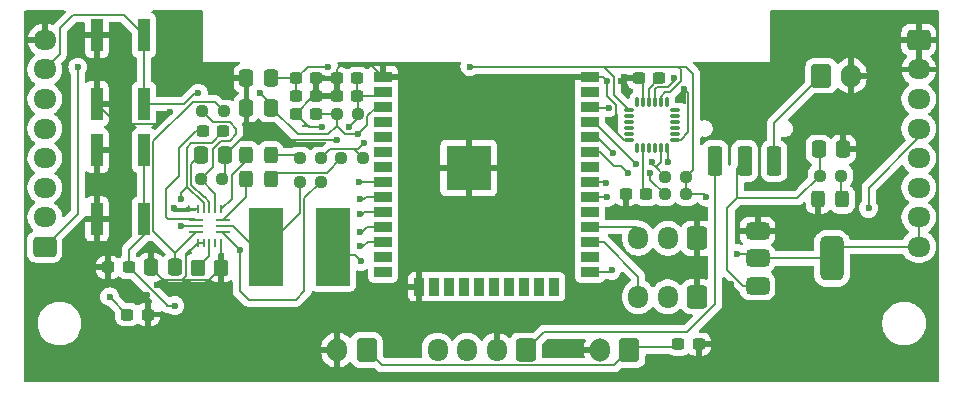
<source format=gbr>
%TF.GenerationSoftware,KiCad,Pcbnew,8.0.4*%
%TF.CreationDate,2025-04-19T21:17:28+05:30*%
%TF.ProjectId,Snakebot_pcb_dev,536e616b-6562-46f7-945f-7063625f6465,rev?*%
%TF.SameCoordinates,Original*%
%TF.FileFunction,Copper,L1,Top*%
%TF.FilePolarity,Positive*%
%FSLAX46Y46*%
G04 Gerber Fmt 4.6, Leading zero omitted, Abs format (unit mm)*
G04 Created by KiCad (PCBNEW 8.0.4) date 2025-04-19 21:17:28*
%MOMM*%
%LPD*%
G01*
G04 APERTURE LIST*
G04 Aperture macros list*
%AMRoundRect*
0 Rectangle with rounded corners*
0 $1 Rounding radius*
0 $2 $3 $4 $5 $6 $7 $8 $9 X,Y pos of 4 corners*
0 Add a 4 corners polygon primitive as box body*
4,1,4,$2,$3,$4,$5,$6,$7,$8,$9,$2,$3,0*
0 Add four circle primitives for the rounded corners*
1,1,$1+$1,$2,$3*
1,1,$1+$1,$4,$5*
1,1,$1+$1,$6,$7*
1,1,$1+$1,$8,$9*
0 Add four rect primitives between the rounded corners*
20,1,$1+$1,$2,$3,$4,$5,0*
20,1,$1+$1,$4,$5,$6,$7,0*
20,1,$1+$1,$6,$7,$8,$9,0*
20,1,$1+$1,$8,$9,$2,$3,0*%
G04 Aperture macros list end*
%TA.AperFunction,ComponentPad*%
%ADD10RoundRect,0.250000X0.600000X0.750000X-0.600000X0.750000X-0.600000X-0.750000X0.600000X-0.750000X0*%
%TD*%
%TA.AperFunction,ComponentPad*%
%ADD11O,1.700000X2.000000*%
%TD*%
%TA.AperFunction,SMDPad,CuDef*%
%ADD12RoundRect,0.237500X0.250000X0.237500X-0.250000X0.237500X-0.250000X-0.237500X0.250000X-0.237500X0*%
%TD*%
%TA.AperFunction,SMDPad,CuDef*%
%ADD13RoundRect,0.250000X-0.325000X-0.450000X0.325000X-0.450000X0.325000X0.450000X-0.325000X0.450000X0*%
%TD*%
%TA.AperFunction,SMDPad,CuDef*%
%ADD14RoundRect,0.237500X-0.250000X-0.237500X0.250000X-0.237500X0.250000X0.237500X-0.250000X0.237500X0*%
%TD*%
%TA.AperFunction,SMDPad,CuDef*%
%ADD15RoundRect,0.250000X-0.337500X-0.475000X0.337500X-0.475000X0.337500X0.475000X-0.337500X0.475000X0*%
%TD*%
%TA.AperFunction,SMDPad,CuDef*%
%ADD16R,1.500000X0.900000*%
%TD*%
%TA.AperFunction,SMDPad,CuDef*%
%ADD17R,0.900000X1.500000*%
%TD*%
%TA.AperFunction,SMDPad,CuDef*%
%ADD18R,0.900000X0.900000*%
%TD*%
%TA.AperFunction,HeatsinkPad*%
%ADD19C,0.600000*%
%TD*%
%TA.AperFunction,SMDPad,CuDef*%
%ADD20R,3.800000X3.800000*%
%TD*%
%TA.AperFunction,SMDPad,CuDef*%
%ADD21RoundRect,0.237500X-0.300000X-0.237500X0.300000X-0.237500X0.300000X0.237500X-0.300000X0.237500X0*%
%TD*%
%TA.AperFunction,SMDPad,CuDef*%
%ADD22RoundRect,0.237500X0.300000X0.237500X-0.300000X0.237500X-0.300000X-0.237500X0.300000X-0.237500X0*%
%TD*%
%TA.AperFunction,ComponentPad*%
%ADD23RoundRect,0.250000X-0.600000X-0.750000X0.600000X-0.750000X0.600000X0.750000X-0.600000X0.750000X0*%
%TD*%
%TA.AperFunction,ComponentPad*%
%ADD24RoundRect,0.250000X0.600000X0.725000X-0.600000X0.725000X-0.600000X-0.725000X0.600000X-0.725000X0*%
%TD*%
%TA.AperFunction,ComponentPad*%
%ADD25O,1.700000X1.950000*%
%TD*%
%TA.AperFunction,ComponentPad*%
%ADD26RoundRect,0.250000X0.725000X-0.600000X0.725000X0.600000X-0.725000X0.600000X-0.725000X-0.600000X0*%
%TD*%
%TA.AperFunction,ComponentPad*%
%ADD27O,1.950000X1.700000*%
%TD*%
%TA.AperFunction,SMDPad,CuDef*%
%ADD28R,2.850000X6.600000*%
%TD*%
%TA.AperFunction,SMDPad,CuDef*%
%ADD29R,1.000000X2.800000*%
%TD*%
%TA.AperFunction,SMDPad,CuDef*%
%ADD30RoundRect,0.075000X0.350000X0.075000X-0.350000X0.075000X-0.350000X-0.075000X0.350000X-0.075000X0*%
%TD*%
%TA.AperFunction,SMDPad,CuDef*%
%ADD31RoundRect,0.075000X-0.075000X0.350000X-0.075000X-0.350000X0.075000X-0.350000X0.075000X0.350000X0*%
%TD*%
%TA.AperFunction,SMDPad,CuDef*%
%ADD32RoundRect,0.375000X-0.625000X-0.375000X0.625000X-0.375000X0.625000X0.375000X-0.625000X0.375000X0*%
%TD*%
%TA.AperFunction,SMDPad,CuDef*%
%ADD33RoundRect,0.500000X-0.500000X-1.400000X0.500000X-1.400000X0.500000X1.400000X-0.500000X1.400000X0*%
%TD*%
%TA.AperFunction,SMDPad,CuDef*%
%ADD34RoundRect,0.250000X0.375000X1.000000X-0.375000X1.000000X-0.375000X-1.000000X0.375000X-1.000000X0*%
%TD*%
%TA.AperFunction,SMDPad,CuDef*%
%ADD35RoundRect,0.250000X0.350000X0.450000X-0.350000X0.450000X-0.350000X-0.450000X0.350000X-0.450000X0*%
%TD*%
%TA.AperFunction,SMDPad,CuDef*%
%ADD36RoundRect,0.250000X0.337500X0.475000X-0.337500X0.475000X-0.337500X-0.475000X0.337500X-0.475000X0*%
%TD*%
%TA.AperFunction,SMDPad,CuDef*%
%ADD37R,1.295400X0.254000*%
%TD*%
%TA.AperFunction,SMDPad,CuDef*%
%ADD38R,0.254000X0.711200*%
%TD*%
%TA.AperFunction,ComponentPad*%
%ADD39RoundRect,0.250000X-0.725000X0.600000X-0.725000X-0.600000X0.725000X-0.600000X0.725000X0.600000X0*%
%TD*%
%TA.AperFunction,ViaPad*%
%ADD40C,0.600000*%
%TD*%
%TA.AperFunction,Conductor*%
%ADD41C,0.200000*%
%TD*%
G04 APERTURE END LIST*
D10*
%TO.P,J5,1,Pin_1*%
%TO.N,VCC*%
X117250000Y-143750000D03*
D11*
%TO.P,J5,2,Pin_2*%
%TO.N,GND*%
X114750000Y-143750000D03*
%TD*%
D12*
%TO.P,R4,1*%
%TO.N,VCC*%
X116912500Y-127500000D03*
%TO.P,R4,2*%
%TO.N,Net-(D3-A)*%
X115087500Y-127500000D03*
%TD*%
D13*
%TO.P,D3,1,K*%
%TO.N,Net-(D3-K)*%
X107069000Y-129281300D03*
%TO.P,D3,2,A*%
%TO.N,Net-(D3-A)*%
X109119000Y-129281300D03*
%TD*%
D14*
%TO.P,R5,1*%
%TO.N,Net-(U3-CSP)*%
X111587500Y-129500000D03*
%TO.P,R5,2*%
%TO.N,+7.5V*%
X113412500Y-129500000D03*
%TD*%
D15*
%TO.P,C3,1*%
%TO.N,GND*%
X107075000Y-123250000D03*
%TO.P,C3,2*%
%TO.N,EN*%
X109150000Y-123250000D03*
%TD*%
D16*
%TO.P,U1,1,GND*%
%TO.N,GND*%
X118650000Y-120630000D03*
%TO.P,U1,2,VDD*%
%TO.N,+3.3V*%
X118650000Y-121900000D03*
%TO.P,U1,3,EN*%
%TO.N,EN*%
X118650000Y-123170000D03*
%TO.P,U1,4,SENSOR_VP*%
%TO.N,unconnected-(U1-SENSOR_VP-Pad4)*%
X118650000Y-124440000D03*
%TO.P,U1,5,SENSOR_VN*%
%TO.N,unconnected-(U1-SENSOR_VN-Pad5)*%
X118650000Y-125710000D03*
%TO.P,U1,6,IO34*%
%TO.N,unconnected-(U1-IO34-Pad6)*%
X118650000Y-126980000D03*
%TO.P,U1,7,IO35*%
%TO.N,unconnected-(U1-IO35-Pad7)*%
X118650000Y-128250000D03*
%TO.P,U1,8,IO32*%
%TO.N,IO32*%
X118650000Y-129520000D03*
%TO.P,U1,9,IO33*%
%TO.N,IO33*%
X118650000Y-130790000D03*
%TO.P,U1,10,IO25*%
%TO.N,IO25*%
X118650000Y-132060000D03*
%TO.P,U1,11,IO26*%
%TO.N,IO26*%
X118650000Y-133330000D03*
%TO.P,U1,12,IO27*%
%TO.N,IO27*%
X118650000Y-134600000D03*
%TO.P,U1,13,IO14*%
%TO.N,unconnected-(U1-IO14-Pad13)*%
X118650000Y-135870000D03*
%TO.P,U1,14,IO12*%
%TO.N,unconnected-(U1-IO12-Pad14)*%
X118650000Y-137140000D03*
D17*
%TO.P,U1,15,GND*%
%TO.N,GND*%
X121690000Y-138390000D03*
%TO.P,U1,16,IO13*%
%TO.N,unconnected-(U1-IO13-Pad16)*%
X122960000Y-138390000D03*
%TO.P,U1,17,NC*%
%TO.N,unconnected-(U1-NC-Pad17)*%
X124230000Y-138390000D03*
%TO.P,U1,18,NC*%
%TO.N,unconnected-(U1-NC-Pad18)*%
X125500000Y-138390000D03*
%TO.P,U1,19,NC*%
%TO.N,unconnected-(U1-NC-Pad19)*%
X126770000Y-138390000D03*
%TO.P,U1,20,NC*%
%TO.N,unconnected-(U1-NC-Pad20)*%
X128040000Y-138390000D03*
%TO.P,U1,21,NC*%
%TO.N,unconnected-(U1-NC-Pad21)*%
X129310000Y-138390000D03*
%TO.P,U1,22,NC*%
%TO.N,unconnected-(U1-NC-Pad22)*%
X130580000Y-138390000D03*
%TO.P,U1,23,IO15*%
%TO.N,unconnected-(U1-IO15-Pad23)*%
X131850000Y-138390000D03*
%TO.P,U1,24,IO2*%
%TO.N,unconnected-(U1-IO2-Pad24)*%
X133120000Y-138390000D03*
D16*
%TO.P,U1,25,IO0*%
%TO.N,BOOT*%
X136150000Y-137140000D03*
%TO.P,U1,26,IO4*%
%TO.N,unconnected-(U1-IO4-Pad26)*%
X136150000Y-135870000D03*
%TO.P,U1,27,IO16*%
%TO.N,MOTOR_H*%
X136150000Y-134600000D03*
%TO.P,U1,28,IO17*%
%TO.N,MOTOR_V*%
X136150000Y-133330000D03*
%TO.P,U1,29,IO5*%
%TO.N,unconnected-(U1-IO5-Pad29)*%
X136150000Y-132060000D03*
%TO.P,U1,30,IO18*%
%TO.N,TX2*%
X136150000Y-130790000D03*
%TO.P,U1,31,IO19*%
%TO.N,RX2*%
X136150000Y-129520000D03*
%TO.P,U1,32,NC*%
%TO.N,unconnected-(U1-NC-Pad32)*%
X136150000Y-128250000D03*
%TO.P,U1,33,IO21*%
%TO.N,SDA*%
X136150000Y-126980000D03*
%TO.P,U1,34,RXD0/IO3*%
%TO.N,RX*%
X136150000Y-125710000D03*
%TO.P,U1,35,TXD0/IO1*%
%TO.N,TX*%
X136150000Y-124440000D03*
%TO.P,U1,36,IO22*%
%TO.N,SCL*%
X136150000Y-123170000D03*
%TO.P,U1,37,IO23*%
%TO.N,unconnected-(U1-IO23-Pad37)*%
X136150000Y-121900000D03*
%TO.P,U1,38,GND*%
%TO.N,GND*%
X136150000Y-120630000D03*
D18*
%TO.P,U1,39,GND*%
X124500000Y-126950000D03*
D19*
X124500000Y-127650000D03*
D18*
X124500000Y-128350000D03*
D19*
X124500000Y-129050000D03*
D18*
X124500000Y-129750000D03*
D19*
X125200000Y-126950000D03*
X125200000Y-128350000D03*
X125200000Y-129750000D03*
X125875000Y-127650000D03*
X125875000Y-129050000D03*
D18*
X125900000Y-126950000D03*
X125900000Y-128350000D03*
D20*
X125900000Y-128350000D03*
D18*
X125900000Y-129750000D03*
D19*
X126600000Y-126950000D03*
X126600000Y-128350000D03*
X126600000Y-129750000D03*
D18*
X127300000Y-126950000D03*
D19*
X127300000Y-127650000D03*
D18*
X127300000Y-128350000D03*
D19*
X127300000Y-129050000D03*
D18*
X127300000Y-129750000D03*
%TD*%
D12*
%TO.P,R10,1*%
%TO.N,+3.3V*%
X144325000Y-130575000D03*
%TO.P,R10,2*%
%TO.N,SDA*%
X142500000Y-130575000D03*
%TD*%
D15*
%TO.P,C12,1*%
%TO.N,GND*%
X98962500Y-136750000D03*
%TO.P,C12,2*%
%TO.N,Net-(U3-VCC)*%
X101037500Y-136750000D03*
%TD*%
D21*
%TO.P,C8,1*%
%TO.N,VCC*%
X143637500Y-143250000D03*
%TO.P,C8,2*%
%TO.N,GND*%
X145362500Y-143250000D03*
%TD*%
D22*
%TO.P,C13,1*%
%TO.N,GND*%
X112975000Y-120750000D03*
%TO.P,C13,2*%
%TO.N,+3.3V*%
X111250000Y-120750000D03*
%TD*%
%TO.P,C14,1*%
%TO.N,GND*%
X112975000Y-122250000D03*
%TO.P,C14,2*%
%TO.N,+3.3V*%
X111250000Y-122250000D03*
%TD*%
D13*
%TO.P,D1,1,K*%
%TO.N,GND*%
X155487500Y-131000000D03*
%TO.P,D1,2,A*%
%TO.N,Net-(D1-A)*%
X157537500Y-131000000D03*
%TD*%
D12*
%TO.P,R1,1*%
%TO.N,+3.3V*%
X116525000Y-123750000D03*
%TO.P,R1,2*%
%TO.N,EN*%
X114700000Y-123750000D03*
%TD*%
%TO.P,R9,1*%
%TO.N,+3.3V*%
X144325000Y-129075000D03*
%TO.P,R9,2*%
%TO.N,SCL*%
X142500000Y-129075000D03*
%TD*%
D23*
%TO.P,J2,1,Pin_1*%
%TO.N,+7.5V*%
X155750000Y-120532500D03*
D11*
%TO.P,J2,2,Pin_2*%
%TO.N,GND*%
X158250000Y-120532500D03*
%TD*%
D24*
%TO.P,J4,1,Pin_1*%
%TO.N,GND*%
X145250000Y-134300000D03*
D25*
%TO.P,J4,2,Pin_2*%
%TO.N,+7.5V*%
X142750000Y-134300000D03*
%TO.P,J4,3,Pin_3*%
%TO.N,MOTOR_V*%
X140250000Y-134300000D03*
%TD*%
D26*
%TO.P,J8,1,Pin_1*%
%TO.N,+3.3V*%
X90000000Y-135000000D03*
D27*
%TO.P,J8,2,Pin_2*%
%TO.N,IO27*%
X90000000Y-132500000D03*
%TO.P,J8,3,Pin_3*%
%TO.N,IO26*%
X90000000Y-130000000D03*
%TO.P,J8,4,Pin_4*%
%TO.N,IO25*%
X90000000Y-127500000D03*
%TO.P,J8,5,Pin_5*%
%TO.N,IO33*%
X90000000Y-125000000D03*
%TO.P,J8,6,Pin_6*%
%TO.N,IO32*%
X90000000Y-122500000D03*
%TO.P,J8,7,Pin_7*%
%TO.N,EN*%
X90000000Y-120000000D03*
%TO.P,J8,8,Pin_8*%
%TO.N,GND*%
X90000000Y-117500000D03*
%TD*%
D28*
%TO.P,L1,1,1*%
%TO.N,Net-(U3-BST)*%
X114419000Y-135000000D03*
%TO.P,L1,2,2*%
%TO.N,Net-(U3-CSP)*%
X108769000Y-135000000D03*
%TD*%
D29*
%TO.P,SW2,1,1*%
%TO.N,GND*%
X94400000Y-132650000D03*
X94400000Y-126850000D03*
%TO.P,SW2,2,2*%
%TO.N,BOOT*%
X98400000Y-132650000D03*
X98400000Y-126850000D03*
%TD*%
D24*
%TO.P,J3,1,Pin_1*%
%TO.N,GND*%
X145250000Y-139250000D03*
D25*
%TO.P,J3,2,Pin_2*%
%TO.N,+7.5V*%
X142750000Y-139250000D03*
%TO.P,J3,3,Pin_3*%
%TO.N,MOTOR_H*%
X140250000Y-139250000D03*
%TD*%
D22*
%TO.P,C16,1*%
%TO.N,Net-(U4-CPOUT)*%
X140937500Y-130575000D03*
%TO.P,C16,2*%
%TO.N,GND*%
X139212500Y-130575000D03*
%TD*%
D13*
%TO.P,D2,1,K*%
%TO.N,Net-(D2-K)*%
X107069000Y-127281300D03*
%TO.P,D2,2,A*%
%TO.N,Net-(D2-A)*%
X109119000Y-127281300D03*
%TD*%
D24*
%TO.P,J1,1,Pin_1*%
%TO.N,+5V*%
X130750000Y-143750000D03*
D25*
%TO.P,J1,2,Pin_2*%
%TO.N,GND*%
X128250000Y-143750000D03*
%TO.P,J1,3,Pin_3*%
%TO.N,TX*%
X125750000Y-143750000D03*
%TO.P,J1,4,Pin_4*%
%TO.N,RX*%
X123250000Y-143750000D03*
%TD*%
D22*
%TO.P,C1,1*%
%TO.N,+3.3V*%
X116475000Y-120750000D03*
%TO.P,C1,2*%
%TO.N,GND*%
X114750000Y-120750000D03*
%TD*%
%TO.P,C6,1*%
%TO.N,EN*%
X112975000Y-123750000D03*
%TO.P,C6,2*%
%TO.N,GND*%
X111250000Y-123750000D03*
%TD*%
D29*
%TO.P,SW1,1,1*%
%TO.N,GND*%
X94400000Y-122900000D03*
X94400000Y-117100000D03*
%TO.P,SW1,2,2*%
%TO.N,EN*%
X98400000Y-122900000D03*
X98400000Y-117100000D03*
%TD*%
D15*
%TO.P,C4,1*%
%TO.N,Net-(SW3-B)*%
X155512500Y-126750000D03*
%TO.P,C4,2*%
%TO.N,GND*%
X157587500Y-126750000D03*
%TD*%
D12*
%TO.P,R3,1*%
%TO.N,VCC*%
X113412500Y-127500000D03*
%TO.P,R3,2*%
%TO.N,Net-(D2-A)*%
X111587500Y-127500000D03*
%TD*%
D14*
%TO.P,R7,1*%
%TO.N,Net-(U3-NTC)*%
X103206500Y-129281300D03*
%TO.P,R7,2*%
%TO.N,GND*%
X105031500Y-129281300D03*
%TD*%
D22*
%TO.P,C9,1*%
%TO.N,Net-(U3-BST)*%
X105112500Y-125250000D03*
%TO.P,C9,2*%
%TO.N,Net-(U3-SW)*%
X103387500Y-125250000D03*
%TD*%
D30*
%TO.P,U4,1,CLKIN*%
%TO.N,GND*%
X143376500Y-125950000D03*
%TO.P,U4,2,NC*%
%TO.N,unconnected-(U4-NC-Pad2)*%
X143376500Y-125450000D03*
%TO.P,U4,3,NC*%
%TO.N,unconnected-(U4-NC-Pad3)*%
X143376500Y-124950000D03*
%TO.P,U4,4,NC*%
%TO.N,unconnected-(U4-NC-Pad4)*%
X143376500Y-124450000D03*
%TO.P,U4,5,NC*%
%TO.N,unconnected-(U4-NC-Pad5)*%
X143376500Y-123950000D03*
%TO.P,U4,6,AUX_DA*%
%TO.N,unconnected-(U4-AUX_DA-Pad6)*%
X143376500Y-123450000D03*
D31*
%TO.P,U4,7,AUX_CL*%
%TO.N,unconnected-(U4-AUX_CL-Pad7)*%
X142676500Y-122750000D03*
%TO.P,U4,8,VLOGIC*%
%TO.N,+3.3V*%
X142176500Y-122750000D03*
%TO.P,U4,9,AD0*%
%TO.N,GND*%
X141676500Y-122750000D03*
%TO.P,U4,10,REGOUT*%
%TO.N,Net-(U4-REGOUT)*%
X141176500Y-122750000D03*
%TO.P,U4,11,FSYNC*%
%TO.N,GND*%
X140676500Y-122750000D03*
%TO.P,U4,12,INT*%
%TO.N,unconnected-(U4-INT-Pad12)*%
X140176500Y-122750000D03*
D30*
%TO.P,U4,13,VDD*%
%TO.N,+3.3V*%
X139476500Y-123450000D03*
%TO.P,U4,14,NC*%
%TO.N,unconnected-(U4-NC-Pad14)*%
X139476500Y-123950000D03*
%TO.P,U4,15,NC*%
%TO.N,unconnected-(U4-NC-Pad15)*%
X139476500Y-124450000D03*
%TO.P,U4,16,NC*%
%TO.N,unconnected-(U4-NC-Pad16)*%
X139476500Y-124950000D03*
%TO.P,U4,17,NC*%
%TO.N,unconnected-(U4-NC-Pad17)*%
X139476500Y-125450000D03*
%TO.P,U4,18,GND*%
%TO.N,GND*%
X139476500Y-125950000D03*
D31*
%TO.P,U4,19,RESV*%
%TO.N,unconnected-(U4-RESV-Pad19)*%
X140176500Y-126650000D03*
%TO.P,U4,20,CPOUT*%
%TO.N,Net-(U4-CPOUT)*%
X140676500Y-126650000D03*
%TO.P,U4,21,RESV*%
%TO.N,unconnected-(U4-RESV-Pad21)*%
X141176500Y-126650000D03*
%TO.P,U4,22,RESV*%
%TO.N,unconnected-(U4-RESV-Pad22)*%
X141676500Y-126650000D03*
%TO.P,U4,23,SCL*%
%TO.N,SCL*%
X142176500Y-126650000D03*
%TO.P,U4,24,SDA*%
%TO.N,SDA*%
X142676500Y-126650000D03*
%TD*%
D22*
%TO.P,C2,1*%
%TO.N,+3.3V*%
X116475000Y-122250000D03*
%TO.P,C2,2*%
%TO.N,GND*%
X114750000Y-122250000D03*
%TD*%
D21*
%TO.P,C15,1*%
%TO.N,GND*%
X140314000Y-120750000D03*
%TO.P,C15,2*%
%TO.N,Net-(U4-REGOUT)*%
X142039000Y-120750000D03*
%TD*%
D32*
%TO.P,U2,1,GND*%
%TO.N,GND*%
X150350000Y-133700000D03*
%TO.P,U2,2,VO*%
%TO.N,+3.3V*%
X150350000Y-136000000D03*
D33*
X156650000Y-136000000D03*
D32*
%TO.P,U2,3,VI*%
%TO.N,Net-(SW3-B)*%
X150350000Y-138300000D03*
%TD*%
D21*
%TO.P,C10,1*%
%TO.N,+7.5V*%
X97000000Y-140750000D03*
%TO.P,C10,2*%
%TO.N,GND*%
X98725000Y-140750000D03*
%TD*%
D34*
%TO.P,SW3,1,A*%
%TO.N,+7.5V*%
X151750000Y-127750000D03*
%TO.P,SW3,2,B*%
%TO.N,Net-(SW3-B)*%
X149250000Y-127750000D03*
%TO.P,SW3,3,C*%
%TO.N,+5V*%
X146750000Y-127750000D03*
%TD*%
D35*
%TO.P,R8,1*%
%TO.N,GND*%
X104944000Y-136781300D03*
%TO.P,R8,2*%
%TO.N,Net-(U3-\u002AEN)*%
X102944000Y-136781300D03*
%TD*%
D10*
%TO.P,J6,1,Pin_1*%
%TO.N,VCC*%
X139500000Y-143750000D03*
D11*
%TO.P,J6,2,Pin_2*%
%TO.N,GND*%
X137000000Y-143750000D03*
%TD*%
D36*
%TO.P,C5,1*%
%TO.N,+3.3V*%
X109150000Y-120750000D03*
%TO.P,C5,2*%
%TO.N,GND*%
X107075000Y-120750000D03*
%TD*%
D14*
%TO.P,R2,1*%
%TO.N,Net-(SW3-B)*%
X155600000Y-129000000D03*
%TO.P,R2,2*%
%TO.N,Net-(D1-A)*%
X157425000Y-129000000D03*
%TD*%
D37*
%TO.P,U3,1,SW*%
%TO.N,Net-(U3-SW)*%
X102794000Y-132781301D03*
%TO.P,U3,2,VIN*%
%TO.N,VCC*%
X102794000Y-133281300D03*
%TO.P,U3,3,VCC*%
%TO.N,Net-(U3-VCC)*%
X102794000Y-133781299D03*
D38*
%TO.P,U3,4,CELL*%
%TO.N,GND*%
X102943999Y-134731300D03*
%TO.P,U3,5,SEL*%
X103444001Y-134731300D03*
%TO.P,U3,6,\u002AEN*%
%TO.N,Net-(U3-\u002AEN)*%
X103944000Y-134731300D03*
%TO.P,U3,7,NC*%
%TO.N,unconnected-(U3-NC-Pad7)*%
X104443999Y-134731300D03*
%TO.P,U3,8,AGND*%
%TO.N,GND*%
X104944001Y-134731300D03*
D37*
%TO.P,U3,9,BATT*%
%TO.N,+7.5V*%
X105094000Y-133781299D03*
%TO.P,U3,10,CSP*%
%TO.N,Net-(U3-CSP)*%
X105094000Y-133281300D03*
%TO.P,U3,11,\u002ACHGOK*%
%TO.N,Net-(D3-K)*%
X105094000Y-132781301D03*
D38*
%TO.P,U3,12,\u002AACOK*%
%TO.N,Net-(D2-K)*%
X104944001Y-131831300D03*
%TO.P,U3,13,NTC*%
%TO.N,Net-(U3-NTC)*%
X104443999Y-131831300D03*
%TO.P,U3,14,TMR*%
%TO.N,Net-(U3-TMR)*%
X103944000Y-131831300D03*
%TO.P,U3,15,BST*%
%TO.N,Net-(U3-BST)*%
X103444001Y-131831300D03*
%TO.P,U3,16,PGND*%
%TO.N,GND*%
X102943999Y-131831300D03*
%TD*%
D12*
%TO.P,R6,1*%
%TO.N,Net-(U3-VCC)*%
X105144000Y-123531300D03*
%TO.P,R6,2*%
%TO.N,Net-(U3-NTC)*%
X103319000Y-123531300D03*
%TD*%
D15*
%TO.P,C11,1*%
%TO.N,Net-(U3-TMR)*%
X103212500Y-127250000D03*
%TO.P,C11,2*%
%TO.N,GND*%
X105287500Y-127250000D03*
%TD*%
D39*
%TO.P,J7,1,Pin_1*%
%TO.N,GND*%
X164000000Y-117500000D03*
D27*
%TO.P,J7,2,Pin_2*%
X164000000Y-120000000D03*
%TO.P,J7,3,Pin_3*%
%TO.N,EN*%
X164000000Y-122500000D03*
%TO.P,J7,4,Pin_4*%
%TO.N,BOOT*%
X164000000Y-125000000D03*
%TO.P,J7,5,Pin_5*%
%TO.N,RX2*%
X164000000Y-127500000D03*
%TO.P,J7,6,Pin_6*%
%TO.N,TX2*%
X164000000Y-130000000D03*
%TO.P,J7,7,Pin_7*%
%TO.N,+3.3V*%
X164000000Y-132500000D03*
%TO.P,J7,8,Pin_8*%
X164000000Y-135000000D03*
%TD*%
D22*
%TO.P,C7,1*%
%TO.N,BOOT*%
X97112500Y-136750000D03*
%TO.P,C7,2*%
%TO.N,GND*%
X95387500Y-136750000D03*
%TD*%
D40*
%TO.N,GND*%
X101000000Y-122000000D03*
X138800000Y-121000000D03*
X98631985Y-139118015D03*
X114750000Y-126000000D03*
X113500000Y-124900000D03*
X137600000Y-121000000D03*
X99000000Y-135000000D03*
X148100735Y-138149265D03*
X100911320Y-131732525D03*
X99500000Y-138250000D03*
X100600000Y-123600000D03*
X144082605Y-121614453D03*
X143250000Y-120750000D03*
%TO.N,VCC*%
X117000000Y-126250000D03*
X101500000Y-133250000D03*
%TO.N,Net-(U3-BST)*%
X101500000Y-131000000D03*
X116750000Y-136250000D03*
%TO.N,+3.3V*%
X115750000Y-124900000D03*
X92800000Y-119800000D03*
X114000000Y-119750000D03*
X126000000Y-119750000D03*
X148600000Y-135600000D03*
X146000000Y-130800000D03*
%TO.N,+7.5V*%
X95500000Y-139250000D03*
X106500000Y-135250000D03*
%TO.N,EN*%
X103000000Y-122000000D03*
X116500000Y-125500000D03*
X108250000Y-122000000D03*
%TO.N,RX*%
X138125000Y-127050000D03*
%TO.N,BOOT*%
X159750000Y-131750000D03*
X101000000Y-140000000D03*
X138000000Y-137000000D03*
%TO.N,TX*%
X140075000Y-128000000D03*
%TO.N,RX2*%
X137550000Y-129600000D03*
%TO.N,TX2*%
X137625000Y-130825000D03*
%TO.N,IO32*%
X116600000Y-129525000D03*
%TO.N,IO33*%
X116650000Y-130950000D03*
%TO.N,IO27*%
X116700000Y-134975000D03*
%TO.N,IO26*%
X116650000Y-133725000D03*
%TO.N,IO25*%
X116650000Y-132225000D03*
%TO.N,SCL*%
X141400000Y-127800000D03*
X137750000Y-123250000D03*
%TO.N,SDA*%
X139400000Y-128800000D03*
X141276500Y-128800000D03*
X142800000Y-127800000D03*
%TD*%
D41*
%TO.N,GND*%
X140676500Y-122550000D02*
X140676500Y-121112500D01*
X141829686Y-121525000D02*
X142725000Y-121525000D01*
X107612500Y-126000000D02*
X107075000Y-125462500D01*
X143250000Y-121000000D02*
X143250000Y-120750000D01*
X101584744Y-137800000D02*
X100012500Y-137800000D01*
X96100000Y-124600000D02*
X94400000Y-122900000D01*
X100012500Y-137800000D02*
X98962500Y-136750000D01*
X139476500Y-125950000D02*
X139019090Y-125950000D01*
X101010095Y-131831300D02*
X100911320Y-131732525D01*
X104944001Y-136781299D02*
X104944000Y-136781300D01*
X141676500Y-122750000D02*
X141676500Y-121678186D01*
X143833910Y-125950000D02*
X144500000Y-125283910D01*
X112400000Y-124900000D02*
X113500000Y-124900000D01*
X138350000Y-125280910D02*
X138350000Y-123001471D01*
X141676500Y-121678186D02*
X141829686Y-121525000D01*
X137600000Y-122251471D02*
X137600000Y-121000000D01*
X101925000Y-135750299D02*
X101925000Y-137459744D01*
X102943999Y-134731300D02*
X101925000Y-135750299D01*
X140314000Y-120750000D02*
X139050000Y-120750000D01*
X100012500Y-137800000D02*
X99562500Y-138250000D01*
X137230000Y-120630000D02*
X137600000Y-121000000D01*
X100600000Y-123600000D02*
X99600000Y-124600000D01*
X112975000Y-122250000D02*
X112750000Y-122250000D01*
X143376500Y-125950000D02*
X143833910Y-125950000D01*
X102943999Y-131831300D02*
X101010095Y-131831300D01*
X99562500Y-138250000D02*
X99500000Y-138250000D01*
X139019090Y-125950000D02*
X138350000Y-125280910D01*
X114750000Y-120000000D02*
X115250000Y-119500000D01*
X101925000Y-137459744D02*
X101584744Y-137800000D01*
X107075000Y-120750000D02*
X102250000Y-120750000D01*
X107075000Y-123250000D02*
X107075000Y-120750000D01*
X107075000Y-123250000D02*
X107075000Y-125462500D01*
X139050000Y-120750000D02*
X138800000Y-121000000D01*
X112975000Y-120750000D02*
X112975000Y-122250000D01*
X105287500Y-129025300D02*
X105031500Y-129281300D01*
X136150000Y-120630000D02*
X137230000Y-120630000D01*
X99000000Y-135000000D02*
X99000000Y-136712500D01*
X138350000Y-123001471D02*
X137600000Y-122251471D01*
X114750000Y-120750000D02*
X114750000Y-122250000D01*
X117520000Y-119500000D02*
X118650000Y-120630000D01*
X103925300Y-137800000D02*
X101584744Y-137800000D01*
X111250000Y-123750000D02*
X112400000Y-124900000D01*
X104944001Y-134731300D02*
X104944001Y-136781299D01*
X104944000Y-136781300D02*
X103925300Y-137800000D01*
X99600000Y-124600000D02*
X96100000Y-124600000D01*
X99000000Y-136712500D02*
X98962500Y-136750000D01*
X98631985Y-139118015D02*
X98631985Y-140656985D01*
X112750000Y-122250000D02*
X111250000Y-123750000D01*
X114750000Y-120750000D02*
X114750000Y-120000000D01*
X94400000Y-122900000D02*
X94400000Y-117100000D01*
X112975000Y-122250000D02*
X114750000Y-122250000D01*
X102250000Y-120750000D02*
X101000000Y-122000000D01*
X140264000Y-120800000D02*
X140314000Y-120750000D01*
X98631985Y-140656985D02*
X98725000Y-140750000D01*
X102943999Y-134731300D02*
X103444001Y-134731300D01*
X105287500Y-127250000D02*
X105287500Y-129025300D01*
X144082605Y-121614453D02*
X144500000Y-122031848D01*
X142725000Y-121525000D02*
X143250000Y-121000000D01*
X115250000Y-119500000D02*
X117520000Y-119500000D01*
X114750000Y-126000000D02*
X107612500Y-126000000D01*
X107075000Y-125462500D02*
X105287500Y-127250000D01*
X140676500Y-121112500D02*
X140314000Y-120750000D01*
X144500000Y-122031848D02*
X144500000Y-125283910D01*
X121690000Y-138390000D02*
X121480000Y-138600000D01*
%TO.N,Net-(SW3-B)*%
X149250000Y-127750000D02*
X148625000Y-128375000D01*
X148625000Y-130900000D02*
X153700000Y-130900000D01*
X147800000Y-137000000D02*
X147800000Y-131725000D01*
X150350000Y-138300000D02*
X149100000Y-138300000D01*
X153700000Y-130900000D02*
X155600000Y-129000000D01*
X147800000Y-131725000D02*
X148625000Y-130900000D01*
X155600000Y-126837500D02*
X155512500Y-126750000D01*
X148625000Y-128375000D02*
X148625000Y-130900000D01*
X155600000Y-129000000D02*
X155600000Y-126837500D01*
X149100000Y-138300000D02*
X147800000Y-137000000D01*
%TO.N,VCC*%
X116137500Y-126725000D02*
X116525000Y-126725000D01*
X118550000Y-145050000D02*
X138200000Y-145050000D01*
X101500000Y-133250000D02*
X101531300Y-133281300D01*
X114187500Y-126725000D02*
X116137500Y-126725000D01*
X117250000Y-143750000D02*
X118550000Y-145050000D01*
X138200000Y-145050000D02*
X139500000Y-143750000D01*
X116525000Y-126725000D02*
X117000000Y-126250000D01*
X143387500Y-143500000D02*
X143637500Y-143250000D01*
X113412500Y-127500000D02*
X114187500Y-126725000D01*
X101531300Y-133281300D02*
X102794000Y-133281300D01*
X116137500Y-126725000D02*
X116912500Y-127500000D01*
X139500000Y-143500000D02*
X143387500Y-143500000D01*
%TO.N,Net-(U3-SW)*%
X100400000Y-132650000D02*
X100250000Y-132500000D01*
X102794000Y-132781301D02*
X102662699Y-132650000D01*
X101400000Y-126671814D02*
X102821814Y-125250000D01*
X102821814Y-125250000D02*
X103387500Y-125250000D01*
X101400000Y-129000000D02*
X101400000Y-126671814D01*
X100250000Y-130150000D02*
X101400000Y-129000000D01*
X100250000Y-132500000D02*
X100250000Y-130150000D01*
X102662699Y-132650000D02*
X100400000Y-132650000D01*
%TO.N,Net-(U3-BST)*%
X103444001Y-131248702D02*
X103353994Y-131248702D01*
X102019000Y-126618500D02*
X102412500Y-126225000D01*
X102412500Y-126225000D02*
X104137500Y-126225000D01*
X116250000Y-135750000D02*
X115169000Y-135750000D01*
X102019000Y-129913708D02*
X101500000Y-130432708D01*
X115169000Y-135750000D02*
X114419000Y-135000000D01*
X102019000Y-129913708D02*
X102019000Y-126618500D01*
X103444001Y-131248702D02*
X103444001Y-131831300D01*
X104137500Y-126225000D02*
X105112500Y-125250000D01*
X116750000Y-136250000D02*
X116250000Y-135750000D01*
X103353994Y-131248702D02*
X102019000Y-129913708D01*
X101500000Y-130432708D02*
X101500000Y-131000000D01*
%TO.N,+3.3V*%
X157650000Y-135000000D02*
X164000000Y-135000000D01*
X142176500Y-122292590D02*
X142544090Y-121925000D01*
X145775000Y-130575000D02*
X146000000Y-130800000D01*
X143500000Y-119750000D02*
X137295000Y-119750000D01*
X143900000Y-120000000D02*
X143650000Y-119750000D01*
X142176500Y-122750000D02*
X142176500Y-122292590D01*
X116525000Y-122300000D02*
X116475000Y-122250000D01*
X138200000Y-122173500D02*
X138200000Y-120655000D01*
X92800000Y-132200000D02*
X92800000Y-120000000D01*
X142923529Y-121925000D02*
X143900000Y-120948529D01*
X144900000Y-120400000D02*
X144875000Y-120375000D01*
X143900000Y-120948529D02*
X143900000Y-120000000D01*
X149950000Y-135600000D02*
X150350000Y-136000000D01*
X116525000Y-120800000D02*
X116475000Y-120750000D01*
X116475000Y-122250000D02*
X118300000Y-122250000D01*
X126000000Y-119750000D02*
X137295000Y-119750000D01*
X118300000Y-122250000D02*
X118650000Y-121900000D01*
X116475000Y-122250000D02*
X116475000Y-120750000D01*
X142544090Y-121925000D02*
X142923529Y-121925000D01*
X90000000Y-135000000D02*
X92800000Y-132200000D01*
X111250000Y-120750000D02*
X111250000Y-122250000D01*
X109150000Y-120750000D02*
X111250000Y-120750000D01*
X164000000Y-132500000D02*
X164000000Y-135000000D01*
X144325000Y-129075000D02*
X144900000Y-128500000D01*
X116525000Y-123750000D02*
X116525000Y-122300000D01*
X144900000Y-128500000D02*
X144900000Y-120400000D01*
X148600000Y-135600000D02*
X149950000Y-135600000D01*
X112250000Y-119750000D02*
X114000000Y-119750000D01*
X150350000Y-136000000D02*
X156650000Y-136000000D01*
X144325000Y-130575000D02*
X145775000Y-130575000D01*
X143650000Y-119750000D02*
X143500000Y-119750000D01*
X116525000Y-124125000D02*
X115750000Y-124900000D01*
X138200000Y-120655000D02*
X137425000Y-119880000D01*
X144875000Y-120375000D02*
X144250000Y-119750000D01*
X139476500Y-123450000D02*
X138200000Y-122173500D01*
X156650000Y-136000000D02*
X157650000Y-135000000D01*
X144250000Y-119750000D02*
X143500000Y-119750000D01*
X116525000Y-123750000D02*
X116525000Y-124125000D01*
X137295000Y-119750000D02*
X137425000Y-119880000D01*
X92800000Y-120000000D02*
X92800000Y-119800000D01*
X144325000Y-130575000D02*
X144325000Y-129075000D01*
X111250000Y-120750000D02*
X112250000Y-119750000D01*
%TO.N,+7.5V*%
X113412500Y-129500000D02*
X111987500Y-130925000D01*
X111987500Y-130925000D02*
X111987500Y-138762500D01*
X151750000Y-127750000D02*
X151750000Y-124532500D01*
X105094000Y-133781299D02*
X105094000Y-133844000D01*
X106500000Y-138750000D02*
X106500000Y-135250000D01*
X105094000Y-133844000D02*
X106500000Y-135250000D01*
X151750000Y-124532500D02*
X155750000Y-120532500D01*
X97000000Y-140750000D02*
X95500000Y-139250000D01*
X107250000Y-139500000D02*
X106500000Y-138750000D01*
X111987500Y-138762500D02*
X111250000Y-139500000D01*
X111250000Y-139500000D02*
X107250000Y-139500000D01*
%TO.N,Net-(U3-TMR)*%
X103944000Y-131183015D02*
X103944000Y-131831300D01*
X103464977Y-130793999D02*
X103554984Y-130793999D01*
X103554984Y-130793999D02*
X103944000Y-131183015D01*
X103212500Y-127250000D02*
X102419000Y-128043500D01*
X102419000Y-128043500D02*
X102419000Y-129748022D01*
X102419000Y-129748022D02*
X103464977Y-130793999D01*
%TO.N,EN*%
X109150000Y-123250000D02*
X109150000Y-122900000D01*
X101825000Y-122900000D02*
X98400000Y-122900000D01*
X118120000Y-123170000D02*
X117312500Y-123977500D01*
X102725000Y-122000000D02*
X101825000Y-122900000D01*
X114700000Y-124800000D02*
X115400000Y-125500000D01*
X112975000Y-123750000D02*
X114700000Y-123750000D01*
X118650000Y-123170000D02*
X118120000Y-123170000D01*
X90000000Y-120000000D02*
X91275000Y-118725000D01*
X114000000Y-125500000D02*
X114700000Y-124800000D01*
X103000000Y-122000000D02*
X102725000Y-122000000D01*
X114700000Y-124800000D02*
X114700000Y-123750000D01*
X98400000Y-122900000D02*
X98400000Y-117100000D01*
X96700000Y-115400000D02*
X98400000Y-117100000D01*
X117312500Y-124687500D02*
X116500000Y-125500000D01*
X111400000Y-125500000D02*
X114000000Y-125500000D01*
X92400000Y-115400000D02*
X96700000Y-115400000D01*
X109150000Y-122900000D02*
X108250000Y-122000000D01*
X109150000Y-123250000D02*
X111400000Y-125500000D01*
X115400000Y-125500000D02*
X116500000Y-125500000D01*
X91275000Y-118725000D02*
X91275000Y-116525000D01*
X91275000Y-116525000D02*
X92400000Y-115400000D01*
X117312500Y-123977500D02*
X117312500Y-124687500D01*
%TO.N,Net-(U3-VCC)*%
X101037500Y-135537799D02*
X99200000Y-133700299D01*
X99200000Y-126090685D02*
X102534385Y-122756300D01*
X104369000Y-122756300D02*
X105144000Y-123531300D01*
X101037500Y-136750000D02*
X101037500Y-135537799D01*
X101037500Y-135537799D02*
X102794000Y-133781299D01*
X102534385Y-122756300D02*
X104369000Y-122756300D01*
X99200000Y-133700299D02*
X99200000Y-126090685D01*
%TO.N,Net-(U4-REGOUT)*%
X141176500Y-121612500D02*
X142039000Y-120750000D01*
X141176500Y-122750000D02*
X141176500Y-121612500D01*
%TO.N,Net-(U4-CPOUT)*%
X140937500Y-130575000D02*
X140676500Y-130314000D01*
X140676500Y-130314000D02*
X140676500Y-126650000D01*
%TO.N,Net-(D2-A)*%
X109119000Y-127281300D02*
X111368800Y-127281300D01*
X111368800Y-127281300D02*
X111587500Y-127500000D01*
%TO.N,Net-(D2-K)*%
X107069000Y-127721556D02*
X105819000Y-128971556D01*
X105819000Y-130956301D02*
X104944001Y-131831300D01*
X107069000Y-127281300D02*
X107069000Y-127721556D01*
X105819000Y-128971556D02*
X105819000Y-130956301D01*
%TO.N,Net-(D3-K)*%
X107069000Y-130806301D02*
X107069000Y-129281300D01*
X105094000Y-132781301D02*
X107069000Y-130806301D01*
%TO.N,Net-(D3-A)*%
X109675300Y-128725000D02*
X113862500Y-128725000D01*
X109119000Y-129281300D02*
X109675300Y-128725000D01*
X113862500Y-128725000D02*
X115087500Y-127500000D01*
%TO.N,RX*%
X136150000Y-125710000D02*
X136785000Y-125710000D01*
X136785000Y-125710000D02*
X138125000Y-127050000D01*
%TO.N,BOOT*%
X97112500Y-136750000D02*
X97112500Y-135287500D01*
X98400000Y-134000000D02*
X98400000Y-132650000D01*
X100362500Y-140000000D02*
X101000000Y-140000000D01*
X136150000Y-137140000D02*
X137860000Y-137140000D01*
X97112500Y-136750000D02*
X100306250Y-139943750D01*
X164000000Y-125748654D02*
X164000000Y-125000000D01*
X159750000Y-129998654D02*
X164000000Y-125748654D01*
X137860000Y-137140000D02*
X138000000Y-137000000D01*
X97112500Y-135287500D02*
X98400000Y-134000000D01*
X100306250Y-139943750D02*
X100362500Y-140000000D01*
X159750000Y-131750000D02*
X159750000Y-129998654D01*
X98400000Y-132650000D02*
X98400000Y-126850000D01*
%TO.N,+5V*%
X146750000Y-127750000D02*
X146750000Y-139859744D01*
X132300000Y-142200000D02*
X130750000Y-143750000D01*
X146750000Y-139859744D02*
X144409744Y-142200000D01*
X144409744Y-142200000D02*
X132300000Y-142200000D01*
%TO.N,Net-(D1-A)*%
X157425000Y-130887500D02*
X157537500Y-131000000D01*
X157425000Y-129000000D02*
X157425000Y-130887500D01*
%TO.N,TX*%
X136150000Y-124440000D02*
X136680000Y-124440000D01*
X136150000Y-124440000D02*
X136515000Y-124440000D01*
X136515000Y-124440000D02*
X140075000Y-128000000D01*
%TO.N,MOTOR_H*%
X140250000Y-137540000D02*
X140250000Y-139250000D01*
X136150000Y-134600000D02*
X137310000Y-134600000D01*
X137310000Y-134600000D02*
X140250000Y-137540000D01*
%TO.N,MOTOR_V*%
X140250000Y-134300000D02*
X140250000Y-133555000D01*
X136150000Y-133330000D02*
X140025000Y-133330000D01*
X140250000Y-133555000D02*
X140025000Y-133330000D01*
%TO.N,RX2*%
X137470000Y-129520000D02*
X137550000Y-129600000D01*
X136150000Y-129520000D02*
X137470000Y-129520000D01*
%TO.N,TX2*%
X137590000Y-130790000D02*
X137625000Y-130825000D01*
X136150000Y-130790000D02*
X137590000Y-130790000D01*
%TO.N,IO32*%
X116605000Y-129520000D02*
X118650000Y-129520000D01*
X116600000Y-129525000D02*
X116605000Y-129520000D01*
%TO.N,IO33*%
X117000000Y-130950000D02*
X117160000Y-130790000D01*
X116650000Y-130950000D02*
X117000000Y-130950000D01*
X117160000Y-130790000D02*
X118650000Y-130790000D01*
%TO.N,IO27*%
X116700000Y-134975000D02*
X116975000Y-134975000D01*
X117350000Y-134600000D02*
X118650000Y-134600000D01*
X116975000Y-134975000D02*
X117350000Y-134600000D01*
%TO.N,IO26*%
X116650000Y-133725000D02*
X116875000Y-133725000D01*
X116875000Y-133725000D02*
X117270000Y-133330000D01*
X117270000Y-133330000D02*
X118650000Y-133330000D01*
%TO.N,IO25*%
X116650000Y-132225000D02*
X116900000Y-132225000D01*
X117065000Y-132060000D02*
X118650000Y-132060000D01*
X116900000Y-132225000D02*
X117065000Y-132060000D01*
%TO.N,Net-(U3-CSP)*%
X105094000Y-133281300D02*
X105968701Y-133281300D01*
X111587500Y-132181500D02*
X111587500Y-129500000D01*
X107687401Y-135000000D02*
X108769000Y-135000000D01*
X105968701Y-133281300D02*
X107687401Y-135000000D01*
X108769000Y-135000000D02*
X111587500Y-132181500D01*
%TO.N,Net-(U3-NTC)*%
X104212800Y-128275000D02*
X104212800Y-126715386D01*
X105668700Y-124475000D02*
X104262700Y-124475000D01*
X104212800Y-126715386D02*
X104903186Y-126025000D01*
X103206500Y-129281300D02*
X104443999Y-130518799D01*
X103206500Y-129281300D02*
X104212800Y-128275000D01*
X105641722Y-126025000D02*
X106194000Y-125472722D01*
X106194000Y-125472722D02*
X106194000Y-125000300D01*
X104262700Y-124475000D02*
X103319000Y-123531300D01*
X106194000Y-125000300D02*
X105668700Y-124475000D01*
X104903186Y-126025000D02*
X105641722Y-126025000D01*
X104443999Y-130518799D02*
X104443999Y-131831300D01*
%TO.N,Net-(U3-\u002AEN)*%
X103944000Y-135781300D02*
X103944000Y-134731300D01*
X102944000Y-136781300D02*
X103944000Y-135781300D01*
%TO.N,SCL*%
X141400000Y-127975000D02*
X141712500Y-128287500D01*
X136230000Y-123250000D02*
X136150000Y-123170000D01*
X137750000Y-123250000D02*
X137645000Y-123145000D01*
X141712500Y-128287500D02*
X142500000Y-129075000D01*
X142176500Y-127823500D02*
X142176500Y-126650000D01*
X141400000Y-127800000D02*
X141400000Y-127975000D01*
X141712500Y-128287500D02*
X142176500Y-127823500D01*
X137750000Y-123250000D02*
X136230000Y-123250000D01*
%TO.N,SDA*%
X138212500Y-128187500D02*
X138225000Y-128175000D01*
X142800000Y-127800000D02*
X142800000Y-126773500D01*
X137030000Y-126980000D02*
X136150000Y-126980000D01*
X138775000Y-128175000D02*
X138225000Y-128175000D01*
X142800000Y-126773500D02*
X142676500Y-126650000D01*
X142500000Y-130575000D02*
X141276500Y-129351500D01*
X138225000Y-128175000D02*
X137030000Y-126980000D01*
X139400000Y-128800000D02*
X138775000Y-128175000D01*
X141276500Y-129351500D02*
X141276500Y-128800000D01*
%TD*%
%TA.AperFunction,Conductor*%
%TO.N,GND*%
G36*
X91717941Y-115020185D02*
G01*
X91763696Y-115072989D01*
X91773640Y-115142147D01*
X91744615Y-115205703D01*
X91738583Y-115212181D01*
X90794481Y-116156282D01*
X90794479Y-116156284D01*
X90775765Y-116188699D01*
X90725197Y-116236914D01*
X90656590Y-116250136D01*
X90630060Y-116244629D01*
X90441129Y-116183242D01*
X90250000Y-116152969D01*
X90250000Y-117095854D01*
X90183343Y-117057370D01*
X90062535Y-117025000D01*
X89937465Y-117025000D01*
X89816657Y-117057370D01*
X89750000Y-117095854D01*
X89750000Y-116152969D01*
X89558872Y-116183242D01*
X89558869Y-116183242D01*
X89356782Y-116248904D01*
X89167442Y-116345379D01*
X88995540Y-116470272D01*
X88995535Y-116470276D01*
X88845276Y-116620535D01*
X88845272Y-116620540D01*
X88720379Y-116792442D01*
X88623904Y-116981782D01*
X88558242Y-117183870D01*
X88558242Y-117183873D01*
X88547769Y-117250000D01*
X89595854Y-117250000D01*
X89557370Y-117316657D01*
X89525000Y-117437465D01*
X89525000Y-117562535D01*
X89557370Y-117683343D01*
X89595854Y-117750000D01*
X88547769Y-117750000D01*
X88558242Y-117816126D01*
X88558242Y-117816129D01*
X88623904Y-118018217D01*
X88720379Y-118207557D01*
X88845272Y-118379459D01*
X88845276Y-118379464D01*
X88995535Y-118529723D01*
X88995540Y-118529727D01*
X89160218Y-118649372D01*
X89202884Y-118704701D01*
X89208863Y-118774315D01*
X89176258Y-118836110D01*
X89160218Y-118850008D01*
X88995214Y-118969890D01*
X88995209Y-118969894D01*
X88844890Y-119120213D01*
X88719951Y-119292179D01*
X88623444Y-119481585D01*
X88557753Y-119683760D01*
X88524500Y-119893713D01*
X88524500Y-120106286D01*
X88556488Y-120308255D01*
X88557754Y-120316243D01*
X88619721Y-120506958D01*
X88623444Y-120518414D01*
X88719951Y-120707820D01*
X88844890Y-120879786D01*
X88995209Y-121030105D01*
X88995214Y-121030109D01*
X89159793Y-121149682D01*
X89202459Y-121205011D01*
X89208438Y-121274625D01*
X89175833Y-121336420D01*
X89159793Y-121350318D01*
X88995214Y-121469890D01*
X88995209Y-121469894D01*
X88844890Y-121620213D01*
X88719951Y-121792179D01*
X88623444Y-121981585D01*
X88557753Y-122183760D01*
X88524500Y-122393713D01*
X88524500Y-122606286D01*
X88551142Y-122774501D01*
X88557754Y-122816243D01*
X88604648Y-122960568D01*
X88623444Y-123018414D01*
X88719951Y-123207820D01*
X88844890Y-123379786D01*
X88995209Y-123530105D01*
X88995214Y-123530109D01*
X89159793Y-123649682D01*
X89202459Y-123705011D01*
X89208438Y-123774625D01*
X89175833Y-123836420D01*
X89159793Y-123850318D01*
X88995214Y-123969890D01*
X88995209Y-123969894D01*
X88844890Y-124120213D01*
X88719951Y-124292179D01*
X88623444Y-124481585D01*
X88557753Y-124683760D01*
X88524500Y-124893713D01*
X88524500Y-125106286D01*
X88541263Y-125212127D01*
X88557754Y-125316243D01*
X88601128Y-125449735D01*
X88623444Y-125518414D01*
X88719951Y-125707820D01*
X88844890Y-125879786D01*
X88995209Y-126030105D01*
X88995214Y-126030109D01*
X89159793Y-126149682D01*
X89202459Y-126205011D01*
X89208438Y-126274625D01*
X89175833Y-126336420D01*
X89159793Y-126350318D01*
X88995214Y-126469890D01*
X88995209Y-126469894D01*
X88844890Y-126620213D01*
X88719951Y-126792179D01*
X88623444Y-126981585D01*
X88557753Y-127183760D01*
X88539701Y-127297738D01*
X88524500Y-127393713D01*
X88524500Y-127606287D01*
X88533044Y-127660234D01*
X88555181Y-127800003D01*
X88557754Y-127816243D01*
X88620514Y-128009398D01*
X88623444Y-128018414D01*
X88719951Y-128207820D01*
X88844890Y-128379786D01*
X88995209Y-128530105D01*
X88995214Y-128530109D01*
X89159793Y-128649682D01*
X89202459Y-128705011D01*
X89208438Y-128774625D01*
X89175833Y-128836420D01*
X89159793Y-128850318D01*
X88995214Y-128969890D01*
X88995209Y-128969894D01*
X88844890Y-129120213D01*
X88719951Y-129292179D01*
X88623444Y-129481585D01*
X88557753Y-129683760D01*
X88526023Y-129884095D01*
X88524500Y-129893713D01*
X88524500Y-130106287D01*
X88532874Y-130159159D01*
X88553935Y-130292135D01*
X88557754Y-130316243D01*
X88621300Y-130511818D01*
X88623444Y-130518414D01*
X88719951Y-130707820D01*
X88844890Y-130879786D01*
X88995209Y-131030105D01*
X88995214Y-131030109D01*
X89159793Y-131149682D01*
X89202459Y-131205011D01*
X89208438Y-131274625D01*
X89175833Y-131336420D01*
X89159793Y-131350318D01*
X88995214Y-131469890D01*
X88995209Y-131469894D01*
X88844890Y-131620213D01*
X88719951Y-131792179D01*
X88623444Y-131981585D01*
X88557753Y-132183760D01*
X88542660Y-132279057D01*
X88524500Y-132393713D01*
X88524500Y-132606287D01*
X88524523Y-132606430D01*
X88550828Y-132772518D01*
X88557754Y-132816243D01*
X88611834Y-132982684D01*
X88623444Y-133018414D01*
X88719951Y-133207820D01*
X88844890Y-133379786D01*
X88983705Y-133518601D01*
X89017190Y-133579924D01*
X89012206Y-133649616D01*
X88970334Y-133705549D01*
X88961121Y-133711821D01*
X88806342Y-133807289D01*
X88682289Y-133931342D01*
X88590187Y-134080663D01*
X88590185Y-134080668D01*
X88583074Y-134102128D01*
X88535001Y-134247203D01*
X88535001Y-134247204D01*
X88535000Y-134247204D01*
X88524500Y-134349983D01*
X88524500Y-135650001D01*
X88524501Y-135650018D01*
X88535000Y-135752796D01*
X88535001Y-135752799D01*
X88576479Y-135877969D01*
X88590186Y-135919334D01*
X88682288Y-136068656D01*
X88806344Y-136192712D01*
X88955666Y-136284814D01*
X89122203Y-136339999D01*
X89224991Y-136350500D01*
X90775008Y-136350499D01*
X90877797Y-136339999D01*
X91044334Y-136284814D01*
X91193656Y-136192712D01*
X91317712Y-136068656D01*
X91409814Y-135919334D01*
X91464999Y-135752797D01*
X91475500Y-135650009D01*
X91475499Y-134425095D01*
X91495184Y-134358057D01*
X91511813Y-134337420D01*
X91751389Y-134097844D01*
X93400000Y-134097844D01*
X93406401Y-134157372D01*
X93406403Y-134157379D01*
X93456645Y-134292086D01*
X93456649Y-134292093D01*
X93542809Y-134407187D01*
X93542812Y-134407190D01*
X93657906Y-134493350D01*
X93657913Y-134493354D01*
X93792620Y-134543596D01*
X93792627Y-134543598D01*
X93852155Y-134549999D01*
X93852172Y-134550000D01*
X94150000Y-134550000D01*
X94650000Y-134550000D01*
X94947828Y-134550000D01*
X94947844Y-134549999D01*
X95007372Y-134543598D01*
X95007379Y-134543596D01*
X95142086Y-134493354D01*
X95142093Y-134493350D01*
X95257187Y-134407190D01*
X95257190Y-134407187D01*
X95343350Y-134292093D01*
X95343354Y-134292086D01*
X95393596Y-134157379D01*
X95393598Y-134157372D01*
X95399999Y-134097844D01*
X95400000Y-134097827D01*
X95400000Y-132900000D01*
X94650000Y-132900000D01*
X94650000Y-134550000D01*
X94150000Y-134550000D01*
X94150000Y-132900000D01*
X93400000Y-132900000D01*
X93400000Y-134097844D01*
X91751389Y-134097844D01*
X93158506Y-132690728D01*
X93158511Y-132690724D01*
X93168714Y-132680520D01*
X93168716Y-132680520D01*
X93280520Y-132568716D01*
X93334171Y-132475789D01*
X93340583Y-132464684D01*
X93342134Y-132461998D01*
X93392702Y-132413783D01*
X93449520Y-132400000D01*
X94150000Y-132400000D01*
X94650000Y-132400000D01*
X95400000Y-132400000D01*
X95400000Y-131202172D01*
X95399999Y-131202155D01*
X95393598Y-131142627D01*
X95393596Y-131142620D01*
X95343354Y-131007913D01*
X95343350Y-131007906D01*
X95257190Y-130892812D01*
X95257187Y-130892809D01*
X95142093Y-130806649D01*
X95142086Y-130806645D01*
X95007379Y-130756403D01*
X95007372Y-130756401D01*
X94947844Y-130750000D01*
X94650000Y-130750000D01*
X94650000Y-132400000D01*
X94150000Y-132400000D01*
X94150000Y-130750000D01*
X93852155Y-130750000D01*
X93792627Y-130756401D01*
X93792620Y-130756403D01*
X93657913Y-130806645D01*
X93657910Y-130806647D01*
X93598811Y-130850889D01*
X93533346Y-130875306D01*
X93465073Y-130860454D01*
X93415668Y-130811049D01*
X93400500Y-130751622D01*
X93400500Y-128748377D01*
X93420185Y-128681338D01*
X93472989Y-128635583D01*
X93542147Y-128625639D01*
X93598812Y-128649111D01*
X93657910Y-128693352D01*
X93657913Y-128693354D01*
X93792620Y-128743596D01*
X93792627Y-128743598D01*
X93852155Y-128749999D01*
X93852172Y-128750000D01*
X94150000Y-128750000D01*
X94650000Y-128750000D01*
X94947828Y-128750000D01*
X94947844Y-128749999D01*
X95007372Y-128743598D01*
X95007379Y-128743596D01*
X95142086Y-128693354D01*
X95142093Y-128693350D01*
X95257187Y-128607190D01*
X95257190Y-128607187D01*
X95343350Y-128492093D01*
X95343354Y-128492086D01*
X95393596Y-128357379D01*
X95393598Y-128357372D01*
X95399999Y-128297844D01*
X95400000Y-128297827D01*
X95400000Y-127100000D01*
X94650000Y-127100000D01*
X94650000Y-128750000D01*
X94150000Y-128750000D01*
X94150000Y-126724000D01*
X94169685Y-126656961D01*
X94222489Y-126611206D01*
X94274000Y-126600000D01*
X95400000Y-126600000D01*
X95400000Y-125402172D01*
X95399999Y-125402155D01*
X95393598Y-125342627D01*
X95393596Y-125342620D01*
X95343354Y-125207913D01*
X95343350Y-125207906D01*
X95257190Y-125092812D01*
X95257187Y-125092809D01*
X95142093Y-125006649D01*
X95142086Y-125006645D01*
X95100626Y-124991182D01*
X95044692Y-124949311D01*
X95020275Y-124883847D01*
X95035126Y-124815574D01*
X95084531Y-124766168D01*
X95100626Y-124758818D01*
X95142086Y-124743354D01*
X95142093Y-124743350D01*
X95257187Y-124657190D01*
X95257190Y-124657187D01*
X95343350Y-124542093D01*
X95343354Y-124542086D01*
X95393596Y-124407379D01*
X95393598Y-124407372D01*
X95399999Y-124347844D01*
X95400000Y-124347827D01*
X95400000Y-123150000D01*
X94274000Y-123150000D01*
X94206961Y-123130315D01*
X94161206Y-123077511D01*
X94150000Y-123026000D01*
X94150000Y-122650000D01*
X94650000Y-122650000D01*
X95400000Y-122650000D01*
X95400000Y-121452172D01*
X95399999Y-121452155D01*
X95393598Y-121392627D01*
X95393596Y-121392620D01*
X95343354Y-121257913D01*
X95343350Y-121257906D01*
X95257190Y-121142812D01*
X95257187Y-121142809D01*
X95142093Y-121056649D01*
X95142086Y-121056645D01*
X95007379Y-121006403D01*
X95007372Y-121006401D01*
X94947844Y-121000000D01*
X94650000Y-121000000D01*
X94650000Y-122650000D01*
X94150000Y-122650000D01*
X94150000Y-121000000D01*
X93852155Y-121000000D01*
X93792627Y-121006401D01*
X93792620Y-121006403D01*
X93657913Y-121056645D01*
X93657910Y-121056647D01*
X93598811Y-121100889D01*
X93533346Y-121125306D01*
X93465073Y-121110454D01*
X93415668Y-121061049D01*
X93400500Y-121001622D01*
X93400500Y-120382412D01*
X93420185Y-120315373D01*
X93427555Y-120305097D01*
X93429810Y-120302267D01*
X93429816Y-120302262D01*
X93525789Y-120149522D01*
X93585368Y-119979255D01*
X93585369Y-119979249D01*
X93605565Y-119800003D01*
X93605565Y-119799996D01*
X93585369Y-119620750D01*
X93585368Y-119620745D01*
X93574675Y-119590185D01*
X93525789Y-119450478D01*
X93500773Y-119410666D01*
X93482311Y-119381284D01*
X93429816Y-119297738D01*
X93302262Y-119170184D01*
X93149523Y-119074211D01*
X92979254Y-119014631D01*
X92979249Y-119014630D01*
X92800004Y-118994435D01*
X92799996Y-118994435D01*
X92620750Y-119014630D01*
X92620745Y-119014631D01*
X92450476Y-119074211D01*
X92297737Y-119170184D01*
X92170184Y-119297737D01*
X92074211Y-119450476D01*
X92014631Y-119620745D01*
X92014630Y-119620750D01*
X91994435Y-119799996D01*
X91994435Y-119800003D01*
X92014630Y-119979249D01*
X92014631Y-119979254D01*
X92074211Y-120149523D01*
X92085957Y-120168216D01*
X92163520Y-120291657D01*
X92170185Y-120302263D01*
X92172445Y-120305097D01*
X92173334Y-120307275D01*
X92173889Y-120308158D01*
X92173734Y-120308255D01*
X92198855Y-120369783D01*
X92199500Y-120382412D01*
X92199500Y-131899902D01*
X92179815Y-131966941D01*
X92163181Y-131987583D01*
X91686079Y-132464684D01*
X91624756Y-132498169D01*
X91555064Y-132493185D01*
X91499131Y-132451313D01*
X91475925Y-132396401D01*
X91475500Y-132393717D01*
X91475500Y-132393713D01*
X91442246Y-132183757D01*
X91376557Y-131981588D01*
X91280051Y-131792184D01*
X91280049Y-131792181D01*
X91280048Y-131792179D01*
X91155109Y-131620213D01*
X91004792Y-131469896D01*
X90990483Y-131459500D01*
X90840204Y-131350316D01*
X90797540Y-131294989D01*
X90791561Y-131225376D01*
X90824166Y-131163580D01*
X90840199Y-131149686D01*
X91004792Y-131030104D01*
X91155104Y-130879792D01*
X91155106Y-130879788D01*
X91155109Y-130879786D01*
X91280048Y-130707820D01*
X91280047Y-130707820D01*
X91280051Y-130707816D01*
X91376557Y-130518412D01*
X91442246Y-130316243D01*
X91475500Y-130106287D01*
X91475500Y-129893713D01*
X91442246Y-129683757D01*
X91376557Y-129481588D01*
X91280051Y-129292184D01*
X91280049Y-129292181D01*
X91280048Y-129292179D01*
X91155109Y-129120213D01*
X91004792Y-128969896D01*
X90972517Y-128946447D01*
X90840204Y-128850316D01*
X90797540Y-128794989D01*
X90791561Y-128725376D01*
X90824166Y-128663580D01*
X90840199Y-128649686D01*
X91004792Y-128530104D01*
X91155104Y-128379792D01*
X91155106Y-128379788D01*
X91155109Y-128379786D01*
X91280048Y-128207820D01*
X91280047Y-128207820D01*
X91280051Y-128207816D01*
X91376557Y-128018412D01*
X91442246Y-127816243D01*
X91475500Y-127606287D01*
X91475500Y-127393713D01*
X91442246Y-127183757D01*
X91376557Y-126981588D01*
X91280051Y-126792184D01*
X91280049Y-126792181D01*
X91280048Y-126792179D01*
X91155109Y-126620213D01*
X91004792Y-126469896D01*
X91004784Y-126469890D01*
X90840204Y-126350316D01*
X90797540Y-126294989D01*
X90791561Y-126225376D01*
X90824166Y-126163580D01*
X90840199Y-126149686D01*
X91004792Y-126030104D01*
X91155104Y-125879792D01*
X91155106Y-125879788D01*
X91155109Y-125879786D01*
X91264835Y-125728759D01*
X91280051Y-125707816D01*
X91376557Y-125518412D01*
X91442246Y-125316243D01*
X91475500Y-125106287D01*
X91475500Y-124893713D01*
X91442246Y-124683757D01*
X91376557Y-124481588D01*
X91280051Y-124292184D01*
X91280049Y-124292181D01*
X91280048Y-124292179D01*
X91155109Y-124120213D01*
X91004792Y-123969896D01*
X90966582Y-123942135D01*
X90840204Y-123850316D01*
X90797540Y-123794989D01*
X90791561Y-123725376D01*
X90824166Y-123663580D01*
X90840199Y-123649686D01*
X91004792Y-123530104D01*
X91155104Y-123379792D01*
X91155106Y-123379788D01*
X91155109Y-123379786D01*
X91280048Y-123207820D01*
X91280047Y-123207820D01*
X91280051Y-123207816D01*
X91376557Y-123018412D01*
X91442246Y-122816243D01*
X91475500Y-122606287D01*
X91475500Y-122393713D01*
X91442246Y-122183757D01*
X91376557Y-121981588D01*
X91280051Y-121792184D01*
X91280049Y-121792181D01*
X91280048Y-121792179D01*
X91155109Y-121620213D01*
X91004792Y-121469896D01*
X90980346Y-121452135D01*
X90840204Y-121350316D01*
X90797540Y-121294989D01*
X90791561Y-121225376D01*
X90824166Y-121163580D01*
X90840199Y-121149686D01*
X91004792Y-121030104D01*
X91155104Y-120879792D01*
X91155106Y-120879788D01*
X91155109Y-120879786D01*
X91280048Y-120707820D01*
X91280047Y-120707820D01*
X91280051Y-120707816D01*
X91376557Y-120518412D01*
X91442246Y-120316243D01*
X91475500Y-120106287D01*
X91475500Y-119893713D01*
X91442246Y-119683757D01*
X91397851Y-119547126D01*
X91395857Y-119477290D01*
X91428100Y-119421133D01*
X91633506Y-119215728D01*
X91633511Y-119215724D01*
X91643714Y-119205520D01*
X91643716Y-119205520D01*
X91755520Y-119093716D01*
X91809338Y-119000499D01*
X91834577Y-118956785D01*
X91875500Y-118804058D01*
X91875500Y-118645943D01*
X91875500Y-118547844D01*
X93400000Y-118547844D01*
X93406401Y-118607372D01*
X93406403Y-118607379D01*
X93456645Y-118742086D01*
X93456649Y-118742093D01*
X93542809Y-118857187D01*
X93542812Y-118857190D01*
X93657906Y-118943350D01*
X93657913Y-118943354D01*
X93792620Y-118993596D01*
X93792627Y-118993598D01*
X93852155Y-118999999D01*
X93852172Y-119000000D01*
X94150000Y-119000000D01*
X94650000Y-119000000D01*
X94947828Y-119000000D01*
X94947844Y-118999999D01*
X95007372Y-118993598D01*
X95007379Y-118993596D01*
X95142086Y-118943354D01*
X95142093Y-118943350D01*
X95257187Y-118857190D01*
X95257190Y-118857187D01*
X95343350Y-118742093D01*
X95343354Y-118742086D01*
X95393596Y-118607379D01*
X95393598Y-118607372D01*
X95399999Y-118547844D01*
X95400000Y-118547827D01*
X95400000Y-117350000D01*
X94650000Y-117350000D01*
X94650000Y-119000000D01*
X94150000Y-119000000D01*
X94150000Y-117350000D01*
X93400000Y-117350000D01*
X93400000Y-118547844D01*
X91875500Y-118547844D01*
X91875500Y-116825097D01*
X91895185Y-116758058D01*
X91911819Y-116737416D01*
X92612416Y-116036819D01*
X92673739Y-116003334D01*
X92700097Y-116000500D01*
X93276000Y-116000500D01*
X93343039Y-116020185D01*
X93388794Y-116072989D01*
X93400000Y-116124500D01*
X93400000Y-116850000D01*
X95400000Y-116850000D01*
X95400000Y-116124500D01*
X95419685Y-116057461D01*
X95472489Y-116011706D01*
X95524000Y-116000500D01*
X96399903Y-116000500D01*
X96466942Y-116020185D01*
X96487584Y-116036819D01*
X97363181Y-116912416D01*
X97396666Y-116973739D01*
X97399500Y-117000097D01*
X97399500Y-118547870D01*
X97399501Y-118547876D01*
X97405908Y-118607483D01*
X97456202Y-118742328D01*
X97456206Y-118742335D01*
X97542452Y-118857544D01*
X97542455Y-118857547D01*
X97657664Y-118943793D01*
X97657669Y-118943796D01*
X97718833Y-118966608D01*
X97774766Y-119008478D01*
X97799184Y-119073942D01*
X97799500Y-119082790D01*
X97799500Y-120917209D01*
X97779815Y-120984248D01*
X97727011Y-121030003D01*
X97718833Y-121033391D01*
X97657671Y-121056202D01*
X97657664Y-121056206D01*
X97542455Y-121142452D01*
X97542452Y-121142455D01*
X97456206Y-121257664D01*
X97456202Y-121257671D01*
X97405908Y-121392517D01*
X97399906Y-121448350D01*
X97399501Y-121452123D01*
X97399500Y-121452135D01*
X97399500Y-124347870D01*
X97399501Y-124347876D01*
X97405908Y-124407483D01*
X97456202Y-124542328D01*
X97456206Y-124542335D01*
X97542452Y-124657544D01*
X97542455Y-124657547D01*
X97657664Y-124743793D01*
X97657671Y-124743797D01*
X97697944Y-124758818D01*
X97753878Y-124800689D01*
X97778295Y-124866153D01*
X97763443Y-124934426D01*
X97714038Y-124983832D01*
X97697944Y-124991182D01*
X97657671Y-125006202D01*
X97657664Y-125006206D01*
X97542455Y-125092452D01*
X97542452Y-125092455D01*
X97456206Y-125207664D01*
X97456202Y-125207671D01*
X97405908Y-125342517D01*
X97399501Y-125402116D01*
X97399500Y-125402135D01*
X97399500Y-128297870D01*
X97399501Y-128297876D01*
X97405908Y-128357483D01*
X97456202Y-128492328D01*
X97456206Y-128492335D01*
X97542452Y-128607544D01*
X97542455Y-128607547D01*
X97657664Y-128693793D01*
X97657669Y-128693796D01*
X97718833Y-128716608D01*
X97774766Y-128758478D01*
X97799184Y-128823942D01*
X97799500Y-128832790D01*
X97799500Y-130667209D01*
X97779815Y-130734248D01*
X97727011Y-130780003D01*
X97718833Y-130783391D01*
X97657671Y-130806202D01*
X97657664Y-130806206D01*
X97542455Y-130892452D01*
X97542452Y-130892455D01*
X97456206Y-131007664D01*
X97456202Y-131007671D01*
X97405908Y-131142517D01*
X97399501Y-131202116D01*
X97399500Y-131202135D01*
X97399500Y-134099901D01*
X97379815Y-134166940D01*
X97363181Y-134187582D01*
X96743786Y-134806978D01*
X96631981Y-134918782D01*
X96631975Y-134918790D01*
X96585380Y-134999497D01*
X96585380Y-134999498D01*
X96552923Y-135055714D01*
X96552923Y-135055715D01*
X96511999Y-135208443D01*
X96511999Y-135208445D01*
X96511999Y-135376546D01*
X96512000Y-135376559D01*
X96512000Y-135761548D01*
X96492315Y-135828587D01*
X96453097Y-135867086D01*
X96351653Y-135929657D01*
X96351648Y-135929661D01*
X96337325Y-135943984D01*
X96276001Y-135977468D01*
X96206309Y-135972482D01*
X96161965Y-135943982D01*
X96148038Y-135930055D01*
X96148034Y-135930052D01*
X96001311Y-135839551D01*
X96001300Y-135839546D01*
X95837652Y-135785319D01*
X95736654Y-135775000D01*
X95637500Y-135775000D01*
X95637500Y-137724999D01*
X95736640Y-137724999D01*
X95736654Y-137724998D01*
X95837652Y-137714680D01*
X96001300Y-137660453D01*
X96001311Y-137660448D01*
X96148035Y-137569947D01*
X96161960Y-137556021D01*
X96223282Y-137522533D01*
X96292973Y-137527514D01*
X96337327Y-137556017D01*
X96351650Y-137570340D01*
X96498484Y-137660908D01*
X96662247Y-137715174D01*
X96763323Y-137725500D01*
X97187402Y-137725499D01*
X97254441Y-137745183D01*
X97275082Y-137761817D01*
X99076584Y-139563320D01*
X99110069Y-139624642D01*
X99105085Y-139694334D01*
X99063213Y-139750267D01*
X98997749Y-139774684D01*
X98988903Y-139775000D01*
X98975000Y-139775000D01*
X98975000Y-140500000D01*
X99762499Y-140500000D01*
X99798818Y-140463681D01*
X99800673Y-140465536D01*
X99834988Y-140435803D01*
X99904146Y-140425859D01*
X99967702Y-140454884D01*
X99974180Y-140460916D01*
X99993784Y-140480520D01*
X99993786Y-140480521D01*
X99993790Y-140480524D01*
X100079575Y-140530051D01*
X100130716Y-140559577D01*
X100283443Y-140600501D01*
X100283445Y-140600501D01*
X100417589Y-140600501D01*
X100484628Y-140620186D01*
X100494903Y-140627555D01*
X100497737Y-140629815D01*
X100497738Y-140629816D01*
X100588080Y-140686582D01*
X100649220Y-140724999D01*
X100650478Y-140725789D01*
X100820745Y-140785368D01*
X100820750Y-140785369D01*
X100999996Y-140805565D01*
X101000000Y-140805565D01*
X101000004Y-140805565D01*
X101179249Y-140785369D01*
X101179252Y-140785368D01*
X101179255Y-140785368D01*
X101349522Y-140725789D01*
X101502262Y-140629816D01*
X101629816Y-140502262D01*
X101725789Y-140349522D01*
X101785368Y-140179255D01*
X101785369Y-140179249D01*
X101805565Y-140000003D01*
X101805565Y-139999996D01*
X101785369Y-139820750D01*
X101785368Y-139820745D01*
X101769361Y-139774999D01*
X101725789Y-139650478D01*
X101725174Y-139649500D01*
X101686582Y-139588080D01*
X101629816Y-139497738D01*
X101502262Y-139370184D01*
X101450564Y-139337700D01*
X101349523Y-139274211D01*
X101179254Y-139214631D01*
X101179249Y-139214630D01*
X101000004Y-139194435D01*
X100999996Y-139194435D01*
X100820750Y-139214630D01*
X100820737Y-139214633D01*
X100650479Y-139274209D01*
X100633159Y-139285092D01*
X100565922Y-139304088D01*
X100499087Y-139283718D01*
X100479511Y-139267776D01*
X99386197Y-138174462D01*
X99352712Y-138113139D01*
X99357696Y-138043447D01*
X99399568Y-137987514D01*
X99447925Y-137965527D01*
X99452700Y-137964504D01*
X99619119Y-137909358D01*
X99619124Y-137909356D01*
X99768345Y-137817315D01*
X99892318Y-137693342D01*
X99894165Y-137690348D01*
X99895969Y-137688724D01*
X99896798Y-137687677D01*
X99896976Y-137687818D01*
X99946110Y-137643621D01*
X100015073Y-137632396D01*
X100079156Y-137660236D01*
X100105243Y-137690341D01*
X100107288Y-137693656D01*
X100231344Y-137817712D01*
X100380666Y-137909814D01*
X100547203Y-137964999D01*
X100649991Y-137975500D01*
X101425008Y-137975499D01*
X101425016Y-137975498D01*
X101425019Y-137975498D01*
X101481302Y-137969748D01*
X101527797Y-137964999D01*
X101694334Y-137909814D01*
X101843656Y-137817712D01*
X101893669Y-137767699D01*
X101954992Y-137734214D01*
X102024684Y-137739198D01*
X102069031Y-137767699D01*
X102125344Y-137824012D01*
X102274666Y-137916114D01*
X102441203Y-137971299D01*
X102543991Y-137981800D01*
X103344008Y-137981799D01*
X103344016Y-137981798D01*
X103344019Y-137981798D01*
X103400302Y-137976048D01*
X103446797Y-137971299D01*
X103613334Y-137916114D01*
X103762656Y-137824012D01*
X103856675Y-137729992D01*
X103917994Y-137696510D01*
X103987686Y-137701494D01*
X104032034Y-137729995D01*
X104125654Y-137823615D01*
X104274875Y-137915656D01*
X104274880Y-137915658D01*
X104441302Y-137970805D01*
X104441309Y-137970806D01*
X104544019Y-137981299D01*
X104693999Y-137981299D01*
X104694000Y-137981298D01*
X104694000Y-135662300D01*
X104713685Y-135595261D01*
X104766489Y-135549506D01*
X104816721Y-135538578D01*
X104851907Y-135503392D01*
X104865266Y-135491816D01*
X104872698Y-135486252D01*
X104938161Y-135461841D01*
X105006433Y-135476696D01*
X105033198Y-135503464D01*
X105034682Y-135501981D01*
X105071417Y-135538716D01*
X105137039Y-135557985D01*
X105182794Y-135610789D01*
X105194000Y-135662300D01*
X105194000Y-137981299D01*
X105343972Y-137981299D01*
X105343986Y-137981298D01*
X105446697Y-137970805D01*
X105613119Y-137915658D01*
X105613124Y-137915656D01*
X105710403Y-137855654D01*
X105777796Y-137837214D01*
X105844459Y-137858136D01*
X105889229Y-137911778D01*
X105899500Y-137961193D01*
X105899500Y-138663330D01*
X105899499Y-138663348D01*
X105899499Y-138829054D01*
X105899498Y-138829054D01*
X105934142Y-138958343D01*
X105940423Y-138981785D01*
X105947639Y-138994284D01*
X105969358Y-139031900D01*
X105969359Y-139031904D01*
X105969360Y-139031904D01*
X105991784Y-139070745D01*
X106019479Y-139118714D01*
X106019481Y-139118717D01*
X106138349Y-139237585D01*
X106138355Y-139237590D01*
X106765139Y-139864374D01*
X106765149Y-139864385D01*
X106769479Y-139868715D01*
X106769480Y-139868716D01*
X106881284Y-139980520D01*
X106954528Y-140022807D01*
X107018215Y-140059577D01*
X107170943Y-140100500D01*
X111163331Y-140100500D01*
X111163347Y-140100501D01*
X111170943Y-140100501D01*
X111329054Y-140100501D01*
X111329057Y-140100501D01*
X111481785Y-140059577D01*
X111545472Y-140022807D01*
X111618716Y-139980520D01*
X111730520Y-139868716D01*
X111730520Y-139868714D01*
X111740724Y-139858511D01*
X111740727Y-139858506D01*
X112411392Y-139187844D01*
X120740000Y-139187844D01*
X120746401Y-139247372D01*
X120746403Y-139247379D01*
X120796645Y-139382086D01*
X120796649Y-139382093D01*
X120882809Y-139497187D01*
X120882812Y-139497190D01*
X120997906Y-139583350D01*
X120997913Y-139583354D01*
X121132620Y-139633596D01*
X121132627Y-139633598D01*
X121192155Y-139639999D01*
X121192172Y-139640000D01*
X121440000Y-139640000D01*
X121440000Y-138640000D01*
X120740000Y-138640000D01*
X120740000Y-139187844D01*
X112411392Y-139187844D01*
X112468020Y-139131216D01*
X112547077Y-138994284D01*
X112588001Y-138841557D01*
X112588001Y-138841555D01*
X112590104Y-138833707D01*
X112592179Y-138834263D01*
X112615856Y-138780727D01*
X112674177Y-138742250D01*
X112744041Y-138741411D01*
X112753870Y-138744617D01*
X112886517Y-138794091D01*
X112886516Y-138794091D01*
X112893444Y-138794835D01*
X112946127Y-138800500D01*
X115891872Y-138800499D01*
X115951483Y-138794091D01*
X116086331Y-138743796D01*
X116201546Y-138657546D01*
X116287796Y-138542331D01*
X116338091Y-138407483D01*
X116344500Y-138347873D01*
X116344499Y-137130962D01*
X116364184Y-137063924D01*
X116416987Y-137018169D01*
X116486146Y-137008225D01*
X116509454Y-137013922D01*
X116570737Y-137035366D01*
X116570743Y-137035367D01*
X116570745Y-137035368D01*
X116570746Y-137035368D01*
X116570750Y-137035369D01*
X116749996Y-137055565D01*
X116750000Y-137055565D01*
X116750004Y-137055565D01*
X116929249Y-137035369D01*
X116929252Y-137035368D01*
X116929255Y-137035368D01*
X117099522Y-136975789D01*
X117209527Y-136906667D01*
X117276764Y-136887667D01*
X117343599Y-136908034D01*
X117388814Y-136961302D01*
X117399500Y-137011661D01*
X117399500Y-137637870D01*
X117399501Y-137637876D01*
X117405908Y-137697483D01*
X117456202Y-137832328D01*
X117456206Y-137832335D01*
X117542452Y-137947544D01*
X117542455Y-137947547D01*
X117657664Y-138033793D01*
X117657671Y-138033797D01*
X117792517Y-138084091D01*
X117792516Y-138084091D01*
X117799444Y-138084835D01*
X117852127Y-138090500D01*
X119447872Y-138090499D01*
X119507483Y-138084091D01*
X119642331Y-138033796D01*
X119757546Y-137947546D01*
X119843796Y-137832331D01*
X119894091Y-137697483D01*
X119900500Y-137637873D01*
X119900500Y-137592155D01*
X120740000Y-137592155D01*
X120740000Y-138140000D01*
X121440000Y-138140000D01*
X121440000Y-137140000D01*
X121940000Y-137140000D01*
X121940000Y-139640000D01*
X122187828Y-139640000D01*
X122187844Y-139639999D01*
X122247372Y-139633598D01*
X122247375Y-139633597D01*
X122280949Y-139621075D01*
X122350640Y-139616089D01*
X122367619Y-139621075D01*
X122402511Y-139634089D01*
X122402512Y-139634089D01*
X122402517Y-139634091D01*
X122462127Y-139640500D01*
X123457872Y-139640499D01*
X123517483Y-139634091D01*
X123551667Y-139621340D01*
X123621358Y-139616357D01*
X123638327Y-139621338D01*
X123672517Y-139634091D01*
X123732127Y-139640500D01*
X124727872Y-139640499D01*
X124787483Y-139634091D01*
X124821667Y-139621340D01*
X124891358Y-139616357D01*
X124908327Y-139621338D01*
X124942517Y-139634091D01*
X125002127Y-139640500D01*
X125997872Y-139640499D01*
X126057483Y-139634091D01*
X126091667Y-139621340D01*
X126161358Y-139616357D01*
X126178327Y-139621338D01*
X126212517Y-139634091D01*
X126272127Y-139640500D01*
X127267872Y-139640499D01*
X127327483Y-139634091D01*
X127361667Y-139621340D01*
X127431358Y-139616357D01*
X127448327Y-139621338D01*
X127482517Y-139634091D01*
X127542127Y-139640500D01*
X128537872Y-139640499D01*
X128597483Y-139634091D01*
X128631667Y-139621340D01*
X128701358Y-139616357D01*
X128718327Y-139621338D01*
X128752517Y-139634091D01*
X128812127Y-139640500D01*
X129807872Y-139640499D01*
X129867483Y-139634091D01*
X129901667Y-139621340D01*
X129971358Y-139616357D01*
X129988327Y-139621338D01*
X130022517Y-139634091D01*
X130082127Y-139640500D01*
X131077872Y-139640499D01*
X131137483Y-139634091D01*
X131171667Y-139621340D01*
X131241358Y-139616357D01*
X131258327Y-139621338D01*
X131292517Y-139634091D01*
X131352127Y-139640500D01*
X132347872Y-139640499D01*
X132407483Y-139634091D01*
X132441667Y-139621340D01*
X132511358Y-139616357D01*
X132528327Y-139621338D01*
X132562517Y-139634091D01*
X132622127Y-139640500D01*
X133617872Y-139640499D01*
X133677483Y-139634091D01*
X133812331Y-139583796D01*
X133927546Y-139497546D01*
X134013796Y-139382331D01*
X134064091Y-139247483D01*
X134070500Y-139187873D01*
X134070499Y-137592128D01*
X134064091Y-137532517D01*
X134060367Y-137522533D01*
X134013797Y-137397671D01*
X134013793Y-137397664D01*
X133927547Y-137282455D01*
X133927544Y-137282452D01*
X133812335Y-137196206D01*
X133812328Y-137196202D01*
X133677482Y-137145908D01*
X133677483Y-137145908D01*
X133617883Y-137139501D01*
X133617881Y-137139500D01*
X133617873Y-137139500D01*
X133617864Y-137139500D01*
X132622129Y-137139500D01*
X132622123Y-137139501D01*
X132562518Y-137145908D01*
X132528331Y-137158659D01*
X132458639Y-137163642D01*
X132441669Y-137158659D01*
X132418452Y-137150000D01*
X132407483Y-137145909D01*
X132407482Y-137145908D01*
X132347883Y-137139501D01*
X132347881Y-137139500D01*
X132347873Y-137139500D01*
X132347864Y-137139500D01*
X131352129Y-137139500D01*
X131352123Y-137139501D01*
X131292518Y-137145908D01*
X131258331Y-137158659D01*
X131188639Y-137163642D01*
X131171669Y-137158659D01*
X131148452Y-137150000D01*
X131137483Y-137145909D01*
X131137482Y-137145908D01*
X131077883Y-137139501D01*
X131077881Y-137139500D01*
X131077873Y-137139500D01*
X131077864Y-137139500D01*
X130082129Y-137139500D01*
X130082123Y-137139501D01*
X130022518Y-137145908D01*
X129988331Y-137158659D01*
X129918639Y-137163642D01*
X129901669Y-137158659D01*
X129878452Y-137150000D01*
X129867483Y-137145909D01*
X129867482Y-137145908D01*
X129807883Y-137139501D01*
X129807881Y-137139500D01*
X129807873Y-137139500D01*
X129807864Y-137139500D01*
X128812129Y-137139500D01*
X128812123Y-137139501D01*
X128752518Y-137145908D01*
X128718331Y-137158659D01*
X128648639Y-137163642D01*
X128631669Y-137158659D01*
X128608452Y-137150000D01*
X128597483Y-137145909D01*
X128597482Y-137145908D01*
X128537883Y-137139501D01*
X128537881Y-137139500D01*
X128537873Y-137139500D01*
X128537864Y-137139500D01*
X127542129Y-137139500D01*
X127542123Y-137139501D01*
X127482518Y-137145908D01*
X127448331Y-137158659D01*
X127378639Y-137163642D01*
X127361669Y-137158659D01*
X127338452Y-137150000D01*
X127327483Y-137145909D01*
X127327482Y-137145908D01*
X127267883Y-137139501D01*
X127267881Y-137139500D01*
X127267873Y-137139500D01*
X127267864Y-137139500D01*
X126272129Y-137139500D01*
X126272123Y-137139501D01*
X126212518Y-137145908D01*
X126178331Y-137158659D01*
X126108639Y-137163642D01*
X126091669Y-137158659D01*
X126068452Y-137150000D01*
X126057483Y-137145909D01*
X126057482Y-137145908D01*
X125997883Y-137139501D01*
X125997881Y-137139500D01*
X125997873Y-137139500D01*
X125997864Y-137139500D01*
X125002129Y-137139500D01*
X125002123Y-137139501D01*
X124942518Y-137145908D01*
X124908331Y-137158659D01*
X124838639Y-137163642D01*
X124821669Y-137158659D01*
X124798452Y-137150000D01*
X124787483Y-137145909D01*
X124787482Y-137145908D01*
X124727883Y-137139501D01*
X124727881Y-137139500D01*
X124727873Y-137139500D01*
X124727864Y-137139500D01*
X123732129Y-137139500D01*
X123732123Y-137139501D01*
X123672518Y-137145908D01*
X123638331Y-137158659D01*
X123568639Y-137163642D01*
X123551669Y-137158659D01*
X123528452Y-137150000D01*
X123517483Y-137145909D01*
X123517482Y-137145908D01*
X123457883Y-137139501D01*
X123457881Y-137139500D01*
X123457873Y-137139500D01*
X123457864Y-137139500D01*
X122462129Y-137139500D01*
X122462123Y-137139501D01*
X122402520Y-137145908D01*
X122402517Y-137145908D01*
X122402517Y-137145909D01*
X122367620Y-137158925D01*
X122367617Y-137158926D01*
X122297925Y-137163909D01*
X122280952Y-137158925D01*
X122247379Y-137146403D01*
X122247372Y-137146401D01*
X122187844Y-137140000D01*
X121940000Y-137140000D01*
X121440000Y-137140000D01*
X121192155Y-137140000D01*
X121132627Y-137146401D01*
X121132620Y-137146403D01*
X120997913Y-137196645D01*
X120997906Y-137196649D01*
X120882812Y-137282809D01*
X120882809Y-137282812D01*
X120796649Y-137397906D01*
X120796645Y-137397913D01*
X120746403Y-137532620D01*
X120746401Y-137532627D01*
X120740000Y-137592155D01*
X119900500Y-137592155D01*
X119900499Y-136642128D01*
X119894091Y-136582517D01*
X119881340Y-136548332D01*
X119876357Y-136478642D01*
X119881340Y-136461669D01*
X119894091Y-136427483D01*
X119900500Y-136367873D01*
X119900499Y-135372128D01*
X119894091Y-135312517D01*
X119881340Y-135278332D01*
X119876357Y-135208642D01*
X119881340Y-135191669D01*
X119894091Y-135157483D01*
X119900500Y-135097873D01*
X119900499Y-134102128D01*
X119894091Y-134042517D01*
X119881340Y-134008332D01*
X119876357Y-133938642D01*
X119881340Y-133921669D01*
X119894091Y-133887483D01*
X119900500Y-133827873D01*
X119900499Y-132832128D01*
X119894091Y-132772517D01*
X119881340Y-132738332D01*
X119876357Y-132668642D01*
X119881340Y-132651669D01*
X119894091Y-132617483D01*
X119900500Y-132557873D01*
X119900499Y-131562128D01*
X119894091Y-131502517D01*
X119881340Y-131468332D01*
X119876357Y-131398642D01*
X119881340Y-131381669D01*
X119894091Y-131347483D01*
X119900500Y-131287873D01*
X119900499Y-130297844D01*
X123500000Y-130297844D01*
X123506401Y-130357372D01*
X123506403Y-130357379D01*
X123556645Y-130492086D01*
X123556649Y-130492093D01*
X123642809Y-130607187D01*
X123642812Y-130607190D01*
X123757906Y-130693350D01*
X123757913Y-130693354D01*
X123892620Y-130743596D01*
X123892627Y-130743598D01*
X123952155Y-130749999D01*
X123952172Y-130750000D01*
X125650000Y-130750000D01*
X125650000Y-130000000D01*
X126150000Y-130000000D01*
X126150000Y-130750000D01*
X127847828Y-130750000D01*
X127847844Y-130749999D01*
X127907372Y-130743598D01*
X127907379Y-130743596D01*
X128042086Y-130693354D01*
X128042093Y-130693350D01*
X128157187Y-130607190D01*
X128157190Y-130607187D01*
X128243350Y-130492093D01*
X128243354Y-130492086D01*
X128293596Y-130357379D01*
X128293598Y-130357372D01*
X128299999Y-130297844D01*
X128300000Y-130297827D01*
X128300000Y-128600000D01*
X127550000Y-128600000D01*
X127550000Y-128946447D01*
X127565872Y-128962319D01*
X127599357Y-129023642D01*
X127594373Y-129093334D01*
X127565872Y-129137681D01*
X127550000Y-129153552D01*
X127550000Y-129876000D01*
X127530315Y-129943039D01*
X127477511Y-129988794D01*
X127426000Y-130000000D01*
X126703552Y-130000000D01*
X126687681Y-130015872D01*
X126626358Y-130049357D01*
X126556666Y-130044373D01*
X126512319Y-130015872D01*
X126496447Y-130000000D01*
X126150000Y-130000000D01*
X125650000Y-130000000D01*
X125303552Y-130000000D01*
X125287681Y-130015872D01*
X125226358Y-130049357D01*
X125156666Y-130044373D01*
X125112319Y-130015872D01*
X125096447Y-130000000D01*
X124374000Y-130000000D01*
X124306961Y-129980315D01*
X124261206Y-129927511D01*
X124250000Y-129876000D01*
X124250000Y-129730109D01*
X125100000Y-129730109D01*
X125100000Y-129769891D01*
X125115224Y-129806645D01*
X125143355Y-129834776D01*
X125180109Y-129850000D01*
X125219891Y-129850000D01*
X125256645Y-129834776D01*
X125284776Y-129806645D01*
X125300000Y-129769891D01*
X125300000Y-129730109D01*
X126500000Y-129730109D01*
X126500000Y-129769891D01*
X126515224Y-129806645D01*
X126543355Y-129834776D01*
X126580109Y-129850000D01*
X126619891Y-129850000D01*
X126656645Y-129834776D01*
X126684776Y-129806645D01*
X126700000Y-129769891D01*
X126700000Y-129730109D01*
X126684776Y-129693355D01*
X126656645Y-129665224D01*
X126619891Y-129650000D01*
X126580109Y-129650000D01*
X126543355Y-129665224D01*
X126515224Y-129693355D01*
X126500000Y-129730109D01*
X125300000Y-129730109D01*
X125284776Y-129693355D01*
X125256645Y-129665224D01*
X125219891Y-129650000D01*
X125180109Y-129650000D01*
X125143355Y-129665224D01*
X125115224Y-129693355D01*
X125100000Y-129730109D01*
X124250000Y-129730109D01*
X124250000Y-129153553D01*
X124234128Y-129137681D01*
X124200643Y-129076358D01*
X124203950Y-129030109D01*
X124400000Y-129030109D01*
X124400000Y-129069891D01*
X124415224Y-129106645D01*
X124443355Y-129134776D01*
X124480109Y-129150000D01*
X124519891Y-129150000D01*
X124556645Y-129134776D01*
X124584776Y-129106645D01*
X124600000Y-129069891D01*
X124600000Y-129050000D01*
X124853553Y-129050000D01*
X124901292Y-129097738D01*
X125187500Y-129383946D01*
X125521446Y-129050000D01*
X125521446Y-129049999D01*
X125501556Y-129030109D01*
X125775000Y-129030109D01*
X125775000Y-129069891D01*
X125790224Y-129106645D01*
X125818355Y-129134776D01*
X125855109Y-129150000D01*
X125894891Y-129150000D01*
X125931645Y-129134776D01*
X125959776Y-129106645D01*
X125975000Y-129069891D01*
X125975000Y-129049999D01*
X126253553Y-129049999D01*
X126253553Y-129050001D01*
X126599998Y-129396446D01*
X126599999Y-129396446D01*
X126898708Y-129097738D01*
X126946446Y-129050000D01*
X126926555Y-129030109D01*
X127200000Y-129030109D01*
X127200000Y-129069891D01*
X127215224Y-129106645D01*
X127243355Y-129134776D01*
X127280109Y-129150000D01*
X127319891Y-129150000D01*
X127356645Y-129134776D01*
X127384776Y-129106645D01*
X127400000Y-129069891D01*
X127400000Y-129030109D01*
X127384776Y-128993355D01*
X127356645Y-128965224D01*
X127319891Y-128950000D01*
X127280109Y-128950000D01*
X127243355Y-128965224D01*
X127215224Y-128993355D01*
X127200000Y-129030109D01*
X126926555Y-129030109D01*
X126599999Y-128703553D01*
X126599998Y-128703553D01*
X126253553Y-129049999D01*
X125975000Y-129049999D01*
X125975000Y-129030109D01*
X125959776Y-128993355D01*
X125931645Y-128965224D01*
X125894891Y-128950000D01*
X125855109Y-128950000D01*
X125818355Y-128965224D01*
X125790224Y-128993355D01*
X125775000Y-129030109D01*
X125501556Y-129030109D01*
X125187500Y-128716052D01*
X125187499Y-128716053D01*
X125163924Y-128739630D01*
X125163922Y-128739632D01*
X124853553Y-129050000D01*
X124600000Y-129050000D01*
X124600000Y-129030109D01*
X124584776Y-128993355D01*
X124556645Y-128965224D01*
X124519891Y-128950000D01*
X124480109Y-128950000D01*
X124443355Y-128965224D01*
X124415224Y-128993355D01*
X124400000Y-129030109D01*
X124203950Y-129030109D01*
X124205627Y-129006666D01*
X124234128Y-128962319D01*
X124249999Y-128946447D01*
X124250000Y-128946446D01*
X124250000Y-128600000D01*
X123500000Y-128600000D01*
X123500000Y-130297844D01*
X119900499Y-130297844D01*
X119900499Y-130292128D01*
X119894091Y-130232517D01*
X119881340Y-130198332D01*
X119876357Y-130128642D01*
X119881340Y-130111669D01*
X119894091Y-130077483D01*
X119900500Y-130017873D01*
X119900499Y-129022128D01*
X119894091Y-128962517D01*
X119881340Y-128928332D01*
X119876357Y-128858642D01*
X119881340Y-128841669D01*
X119894091Y-128807483D01*
X119900500Y-128747873D01*
X119900500Y-128330109D01*
X125100000Y-128330109D01*
X125100000Y-128369891D01*
X125115224Y-128406645D01*
X125143355Y-128434776D01*
X125180109Y-128450000D01*
X125219891Y-128450000D01*
X125256645Y-128434776D01*
X125284776Y-128406645D01*
X125300000Y-128369891D01*
X125300000Y-128330109D01*
X126500000Y-128330109D01*
X126500000Y-128369891D01*
X126515224Y-128406645D01*
X126543355Y-128434776D01*
X126580109Y-128450000D01*
X126619891Y-128450000D01*
X126656645Y-128434776D01*
X126684776Y-128406645D01*
X126700000Y-128369891D01*
X126700000Y-128330109D01*
X126684776Y-128293355D01*
X126656645Y-128265224D01*
X126619891Y-128250000D01*
X126580109Y-128250000D01*
X126543355Y-128265224D01*
X126515224Y-128293355D01*
X126500000Y-128330109D01*
X125300000Y-128330109D01*
X125284776Y-128293355D01*
X125256645Y-128265224D01*
X125219891Y-128250000D01*
X125180109Y-128250000D01*
X125143355Y-128265224D01*
X125115224Y-128293355D01*
X125100000Y-128330109D01*
X119900500Y-128330109D01*
X119900499Y-127752128D01*
X119894091Y-127692517D01*
X119881340Y-127658332D01*
X119876357Y-127588642D01*
X119881340Y-127571669D01*
X119894091Y-127537483D01*
X119900500Y-127477873D01*
X119900499Y-126482128D01*
X119894091Y-126422517D01*
X119886496Y-126402155D01*
X123500000Y-126402155D01*
X123500000Y-128100000D01*
X124250000Y-128100000D01*
X124250000Y-127753553D01*
X124234128Y-127737681D01*
X124200643Y-127676358D01*
X124203950Y-127630109D01*
X124400000Y-127630109D01*
X124400000Y-127669891D01*
X124415224Y-127706645D01*
X124443355Y-127734776D01*
X124480109Y-127750000D01*
X124519891Y-127750000D01*
X124556645Y-127734776D01*
X124584776Y-127706645D01*
X124600000Y-127669891D01*
X124600000Y-127649999D01*
X124853553Y-127649999D01*
X124896071Y-127692516D01*
X124896072Y-127692518D01*
X125187500Y-127983946D01*
X125521446Y-127650000D01*
X125521446Y-127649999D01*
X125501556Y-127630109D01*
X125775000Y-127630109D01*
X125775000Y-127669891D01*
X125790224Y-127706645D01*
X125818355Y-127734776D01*
X125855109Y-127750000D01*
X125894891Y-127750000D01*
X125931645Y-127734776D01*
X125959776Y-127706645D01*
X125975000Y-127669891D01*
X125975000Y-127649999D01*
X126253553Y-127649999D01*
X126253553Y-127650001D01*
X126599998Y-127996446D01*
X126599999Y-127996446D01*
X126903929Y-127692517D01*
X126946446Y-127650000D01*
X126926555Y-127630109D01*
X127200000Y-127630109D01*
X127200000Y-127669891D01*
X127215224Y-127706645D01*
X127243355Y-127734776D01*
X127280109Y-127750000D01*
X127319891Y-127750000D01*
X127356645Y-127734776D01*
X127384776Y-127706645D01*
X127400000Y-127669891D01*
X127400000Y-127630109D01*
X127384776Y-127593355D01*
X127356645Y-127565224D01*
X127319891Y-127550000D01*
X127280109Y-127550000D01*
X127243355Y-127565224D01*
X127215224Y-127593355D01*
X127200000Y-127630109D01*
X126926555Y-127630109D01*
X126599999Y-127303553D01*
X126599998Y-127303553D01*
X126253553Y-127649999D01*
X125975000Y-127649999D01*
X125975000Y-127630109D01*
X125959776Y-127593355D01*
X125931645Y-127565224D01*
X125894891Y-127550000D01*
X125855109Y-127550000D01*
X125818355Y-127565224D01*
X125790224Y-127593355D01*
X125775000Y-127630109D01*
X125501556Y-127630109D01*
X125187500Y-127316053D01*
X125146556Y-127356999D01*
X125146554Y-127357000D01*
X124853553Y-127649999D01*
X124600000Y-127649999D01*
X124600000Y-127630109D01*
X124584776Y-127593355D01*
X124556645Y-127565224D01*
X124519891Y-127550000D01*
X124480109Y-127550000D01*
X124443355Y-127565224D01*
X124415224Y-127593355D01*
X124400000Y-127630109D01*
X124203950Y-127630109D01*
X124205627Y-127606666D01*
X124234128Y-127562319D01*
X124249999Y-127546447D01*
X124250000Y-127546446D01*
X124250000Y-126930109D01*
X125100000Y-126930109D01*
X125100000Y-126969891D01*
X125115224Y-127006645D01*
X125143355Y-127034776D01*
X125180109Y-127050000D01*
X125219891Y-127050000D01*
X125256645Y-127034776D01*
X125284776Y-127006645D01*
X125300000Y-126969891D01*
X125300000Y-126930109D01*
X126500000Y-126930109D01*
X126500000Y-126969891D01*
X126515224Y-127006645D01*
X126543355Y-127034776D01*
X126580109Y-127050000D01*
X126619891Y-127050000D01*
X126656645Y-127034776D01*
X126684776Y-127006645D01*
X126700000Y-126969891D01*
X126700000Y-126930109D01*
X126684776Y-126893355D01*
X126656645Y-126865224D01*
X126619891Y-126850000D01*
X126580109Y-126850000D01*
X126543355Y-126865224D01*
X126515224Y-126893355D01*
X126500000Y-126930109D01*
X125300000Y-126930109D01*
X125284776Y-126893355D01*
X125256645Y-126865224D01*
X125219891Y-126850000D01*
X125180109Y-126850000D01*
X125143355Y-126865224D01*
X125115224Y-126893355D01*
X125100000Y-126930109D01*
X124250000Y-126930109D01*
X124250000Y-126824000D01*
X124269685Y-126756961D01*
X124322489Y-126711206D01*
X124374000Y-126700000D01*
X125096447Y-126700000D01*
X125096447Y-126699999D01*
X125112319Y-126684128D01*
X125173642Y-126650643D01*
X125243334Y-126655627D01*
X125287681Y-126684128D01*
X125303553Y-126700000D01*
X125650000Y-126700000D01*
X126150000Y-126700000D01*
X126496447Y-126700000D01*
X126496447Y-126699999D01*
X126512319Y-126684128D01*
X126573642Y-126650643D01*
X126643334Y-126655627D01*
X126687681Y-126684128D01*
X126703553Y-126700000D01*
X127426000Y-126700000D01*
X127493039Y-126719685D01*
X127538794Y-126772489D01*
X127550000Y-126824000D01*
X127550000Y-127546447D01*
X127565872Y-127562319D01*
X127599357Y-127623642D01*
X127594373Y-127693334D01*
X127565872Y-127737681D01*
X127550000Y-127753552D01*
X127550000Y-128100000D01*
X128300000Y-128100000D01*
X128300000Y-126402172D01*
X128299999Y-126402155D01*
X128293598Y-126342627D01*
X128293596Y-126342620D01*
X128243354Y-126207913D01*
X128243350Y-126207906D01*
X128157190Y-126092812D01*
X128157187Y-126092809D01*
X128042093Y-126006649D01*
X128042086Y-126006645D01*
X127907379Y-125956403D01*
X127907372Y-125956401D01*
X127847844Y-125950000D01*
X126150000Y-125950000D01*
X126150000Y-126700000D01*
X125650000Y-126700000D01*
X125650000Y-125950000D01*
X123952155Y-125950000D01*
X123892627Y-125956401D01*
X123892620Y-125956403D01*
X123757913Y-126006645D01*
X123757906Y-126006649D01*
X123642812Y-126092809D01*
X123642809Y-126092812D01*
X123556649Y-126207906D01*
X123556645Y-126207913D01*
X123506403Y-126342620D01*
X123506401Y-126342627D01*
X123500000Y-126402155D01*
X119886496Y-126402155D01*
X119881340Y-126388332D01*
X119876357Y-126318642D01*
X119881340Y-126301669D01*
X119894091Y-126267483D01*
X119900500Y-126207873D01*
X119900499Y-125212128D01*
X119894091Y-125152517D01*
X119881340Y-125118332D01*
X119876357Y-125048642D01*
X119881340Y-125031669D01*
X119894091Y-124997483D01*
X119900500Y-124937873D01*
X119900499Y-123942128D01*
X119894091Y-123882517D01*
X119881340Y-123848332D01*
X119876357Y-123778642D01*
X119881340Y-123761669D01*
X119894091Y-123727483D01*
X119900500Y-123667873D01*
X119900499Y-122672128D01*
X119894091Y-122612517D01*
X119881340Y-122578332D01*
X119876357Y-122508642D01*
X119881340Y-122491669D01*
X119894091Y-122457483D01*
X119900500Y-122397873D01*
X119900499Y-121402128D01*
X119894091Y-121342517D01*
X119881073Y-121307616D01*
X119876090Y-121237926D01*
X119881075Y-121220949D01*
X119893597Y-121187375D01*
X119893598Y-121187372D01*
X119899999Y-121127844D01*
X119900000Y-121127827D01*
X119900000Y-120880000D01*
X118524000Y-120880000D01*
X118456961Y-120860315D01*
X118411206Y-120807511D01*
X118400000Y-120756000D01*
X118400000Y-120380000D01*
X118900000Y-120380000D01*
X119900000Y-120380000D01*
X119900000Y-120132172D01*
X119899999Y-120132155D01*
X119893598Y-120072627D01*
X119893596Y-120072620D01*
X119843354Y-119937913D01*
X119843350Y-119937906D01*
X119757190Y-119822812D01*
X119757187Y-119822809D01*
X119642093Y-119736649D01*
X119642086Y-119736645D01*
X119507379Y-119686403D01*
X119507372Y-119686401D01*
X119447844Y-119680000D01*
X118900000Y-119680000D01*
X118900000Y-120380000D01*
X118400000Y-120380000D01*
X118400000Y-119680000D01*
X117852155Y-119680000D01*
X117792627Y-119686401D01*
X117792620Y-119686403D01*
X117657913Y-119736645D01*
X117657906Y-119736649D01*
X117542812Y-119822809D01*
X117542809Y-119822812D01*
X117451411Y-119944904D01*
X117395477Y-119986775D01*
X117325786Y-119991759D01*
X117264464Y-119958274D01*
X117235851Y-119929661D01*
X117235850Y-119929660D01*
X117135238Y-119867602D01*
X117089018Y-119839093D01*
X117089013Y-119839091D01*
X117039877Y-119822809D01*
X116925253Y-119784826D01*
X116925251Y-119784825D01*
X116824178Y-119774500D01*
X116125830Y-119774500D01*
X116125812Y-119774501D01*
X116024747Y-119784825D01*
X115860984Y-119839092D01*
X115860981Y-119839093D01*
X115714148Y-119929661D01*
X115699825Y-119943984D01*
X115638501Y-119977468D01*
X115568809Y-119972482D01*
X115524465Y-119943982D01*
X115510538Y-119930055D01*
X115510534Y-119930052D01*
X115363811Y-119839551D01*
X115363800Y-119839546D01*
X115200152Y-119785319D01*
X115099154Y-119775000D01*
X114919195Y-119775000D01*
X114852156Y-119755315D01*
X114806401Y-119702511D01*
X114795975Y-119664883D01*
X114785369Y-119570750D01*
X114785368Y-119570745D01*
X114758848Y-119494955D01*
X114755287Y-119425176D01*
X114790016Y-119364548D01*
X114852009Y-119332321D01*
X114875890Y-119330000D01*
X125124110Y-119330000D01*
X125191149Y-119349685D01*
X125236904Y-119402489D01*
X125246848Y-119471647D01*
X125241152Y-119494955D01*
X125214631Y-119570745D01*
X125214630Y-119570750D01*
X125194435Y-119749996D01*
X125194435Y-119750000D01*
X125214630Y-119929249D01*
X125214631Y-119929254D01*
X125274211Y-120099523D01*
X125317370Y-120168209D01*
X125370184Y-120252262D01*
X125497738Y-120379816D01*
X125566809Y-120423216D01*
X125648426Y-120474500D01*
X125650478Y-120475789D01*
X125772288Y-120518412D01*
X125820745Y-120535368D01*
X125820750Y-120535369D01*
X125999996Y-120555565D01*
X126000000Y-120555565D01*
X126000004Y-120555565D01*
X126179249Y-120535369D01*
X126179252Y-120535368D01*
X126179255Y-120535368D01*
X126349522Y-120475789D01*
X126502262Y-120379816D01*
X126502267Y-120379810D01*
X126505097Y-120377555D01*
X126507275Y-120376665D01*
X126508158Y-120376111D01*
X126508255Y-120376265D01*
X126569783Y-120351145D01*
X126582412Y-120350500D01*
X134819138Y-120350500D01*
X134886177Y-120370185D01*
X134898357Y-120380000D01*
X136276000Y-120380000D01*
X136343039Y-120399685D01*
X136388794Y-120452489D01*
X136400000Y-120504000D01*
X136400000Y-120756000D01*
X136380315Y-120823039D01*
X136327511Y-120868794D01*
X136276000Y-120880000D01*
X134900000Y-120880000D01*
X134900000Y-121127844D01*
X134906401Y-121187372D01*
X134906403Y-121187379D01*
X134918925Y-121220952D01*
X134923909Y-121290643D01*
X134918925Y-121307617D01*
X134905909Y-121342514D01*
X134905908Y-121342516D01*
X134900533Y-121392516D01*
X134899501Y-121402123D01*
X134899500Y-121402135D01*
X134899500Y-122397870D01*
X134899501Y-122397876D01*
X134905908Y-122457481D01*
X134918659Y-122491669D01*
X134923642Y-122561361D01*
X134918659Y-122578331D01*
X134905908Y-122612518D01*
X134900024Y-122667250D01*
X134899501Y-122672123D01*
X134899500Y-122672135D01*
X134899500Y-123667870D01*
X134899501Y-123667876D01*
X134905908Y-123727481D01*
X134918659Y-123761669D01*
X134923642Y-123831361D01*
X134918659Y-123848331D01*
X134905908Y-123882518D01*
X134900025Y-123937241D01*
X134899501Y-123942123D01*
X134899500Y-123942135D01*
X134899500Y-124937870D01*
X134899501Y-124937876D01*
X134905908Y-124997481D01*
X134918659Y-125031669D01*
X134923642Y-125101361D01*
X134918659Y-125118331D01*
X134905908Y-125152518D01*
X134900338Y-125204332D01*
X134899501Y-125212123D01*
X134899500Y-125212135D01*
X134899500Y-126207870D01*
X134899501Y-126207876D01*
X134905908Y-126267481D01*
X134918659Y-126301669D01*
X134923642Y-126371361D01*
X134918659Y-126388331D01*
X134905908Y-126422518D01*
X134900815Y-126469894D01*
X134899501Y-126482123D01*
X134899500Y-126482135D01*
X134899500Y-127477870D01*
X134899501Y-127477876D01*
X134905908Y-127537481D01*
X134918659Y-127571669D01*
X134923642Y-127641361D01*
X134918659Y-127658331D01*
X134905909Y-127692517D01*
X134901366Y-127734776D01*
X134899501Y-127752123D01*
X134899500Y-127752135D01*
X134899500Y-128747870D01*
X134899501Y-128747876D01*
X134905908Y-128807481D01*
X134918659Y-128841669D01*
X134923642Y-128911361D01*
X134918659Y-128928331D01*
X134905908Y-128962518D01*
X134904109Y-128979255D01*
X134899501Y-129022123D01*
X134899500Y-129022135D01*
X134899500Y-130017870D01*
X134899501Y-130017876D01*
X134905908Y-130077481D01*
X134918659Y-130111669D01*
X134923642Y-130181361D01*
X134918659Y-130198331D01*
X134905908Y-130232518D01*
X134899909Y-130288323D01*
X134899501Y-130292123D01*
X134899500Y-130292135D01*
X134899500Y-131287870D01*
X134899501Y-131287876D01*
X134905908Y-131347481D01*
X134918659Y-131381669D01*
X134923642Y-131451361D01*
X134918659Y-131468331D01*
X134905908Y-131502518D01*
X134901860Y-131540173D01*
X134899501Y-131562123D01*
X134899500Y-131562135D01*
X134899500Y-132557870D01*
X134899501Y-132557876D01*
X134905908Y-132617481D01*
X134918659Y-132651669D01*
X134923642Y-132721361D01*
X134918659Y-132738331D01*
X134905908Y-132772518D01*
X134900320Y-132824500D01*
X134899501Y-132832123D01*
X134899500Y-132832135D01*
X134899500Y-133827870D01*
X134899501Y-133827876D01*
X134905908Y-133887481D01*
X134918659Y-133921669D01*
X134923642Y-133991361D01*
X134918659Y-134008331D01*
X134905908Y-134042518D01*
X134899962Y-134097827D01*
X134899501Y-134102123D01*
X134899500Y-134102135D01*
X134899500Y-135097870D01*
X134899501Y-135097876D01*
X134905908Y-135157481D01*
X134918659Y-135191669D01*
X134923642Y-135261361D01*
X134918659Y-135278331D01*
X134905908Y-135312518D01*
X134899501Y-135372116D01*
X134899501Y-135372123D01*
X134899500Y-135372135D01*
X134899500Y-136367870D01*
X134899501Y-136367876D01*
X134905908Y-136427481D01*
X134918659Y-136461669D01*
X134923642Y-136531361D01*
X134918659Y-136548331D01*
X134905908Y-136582518D01*
X134901859Y-136620185D01*
X134899501Y-136642123D01*
X134899500Y-136642135D01*
X134899500Y-137637870D01*
X134899501Y-137637876D01*
X134905908Y-137697483D01*
X134956202Y-137832328D01*
X134956206Y-137832335D01*
X135042452Y-137947544D01*
X135042455Y-137947547D01*
X135157664Y-138033793D01*
X135157671Y-138033797D01*
X135292517Y-138084091D01*
X135292516Y-138084091D01*
X135299444Y-138084835D01*
X135352127Y-138090500D01*
X136947872Y-138090499D01*
X137007483Y-138084091D01*
X137142331Y-138033796D01*
X137257546Y-137947546D01*
X137343796Y-137832331D01*
X137347960Y-137821165D01*
X137389829Y-137765234D01*
X137455293Y-137740816D01*
X137464141Y-137740500D01*
X137671453Y-137740500D01*
X137712407Y-137747458D01*
X137820745Y-137785368D01*
X137820751Y-137785368D01*
X137820753Y-137785369D01*
X137999996Y-137805565D01*
X138000000Y-137805565D01*
X138000004Y-137805565D01*
X138179249Y-137785369D01*
X138179252Y-137785368D01*
X138179255Y-137785368D01*
X138349522Y-137725789D01*
X138502262Y-137629816D01*
X138629816Y-137502262D01*
X138725789Y-137349522D01*
X138785368Y-137179255D01*
X138785368Y-137179254D01*
X138786198Y-137176883D01*
X138826920Y-137120106D01*
X138891873Y-137094359D01*
X138960434Y-137107815D01*
X138990921Y-137130156D01*
X139612640Y-137751875D01*
X139646125Y-137813198D01*
X139641141Y-137882890D01*
X139599269Y-137938823D01*
X139581256Y-137950040D01*
X139542180Y-137969950D01*
X139370213Y-138094890D01*
X139219890Y-138245213D01*
X139094951Y-138417179D01*
X138998444Y-138606585D01*
X138932753Y-138808760D01*
X138905838Y-138978696D01*
X138899500Y-139018713D01*
X138899500Y-139481287D01*
X138902724Y-139501641D01*
X138926142Y-139649500D01*
X138932754Y-139691243D01*
X138994025Y-139879816D01*
X138998444Y-139893414D01*
X139094951Y-140082820D01*
X139219890Y-140254786D01*
X139370213Y-140405109D01*
X139542179Y-140530048D01*
X139542181Y-140530049D01*
X139542184Y-140530051D01*
X139731588Y-140626557D01*
X139933757Y-140692246D01*
X140143713Y-140725500D01*
X140143714Y-140725500D01*
X140356286Y-140725500D01*
X140356287Y-140725500D01*
X140566243Y-140692246D01*
X140768412Y-140626557D01*
X140957816Y-140530051D01*
X141025993Y-140480518D01*
X141129786Y-140405109D01*
X141129788Y-140405106D01*
X141129792Y-140405104D01*
X141280104Y-140254792D01*
X141399683Y-140090204D01*
X141455011Y-140047540D01*
X141524624Y-140041561D01*
X141586420Y-140074166D01*
X141600313Y-140090199D01*
X141665015Y-140179254D01*
X141719896Y-140254792D01*
X141870213Y-140405109D01*
X142042179Y-140530048D01*
X142042181Y-140530049D01*
X142042184Y-140530051D01*
X142231588Y-140626557D01*
X142433757Y-140692246D01*
X142643713Y-140725500D01*
X142643714Y-140725500D01*
X142856286Y-140725500D01*
X142856287Y-140725500D01*
X143066243Y-140692246D01*
X143268412Y-140626557D01*
X143457816Y-140530051D01*
X143525993Y-140480518D01*
X143629784Y-140405110D01*
X143629784Y-140405109D01*
X143629792Y-140405104D01*
X143768967Y-140265928D01*
X143830286Y-140232446D01*
X143899978Y-140237430D01*
X143955912Y-140279301D01*
X143962184Y-140288515D01*
X144057684Y-140443345D01*
X144181654Y-140567315D01*
X144330875Y-140659356D01*
X144330880Y-140659358D01*
X144497302Y-140714505D01*
X144497309Y-140714506D01*
X144600019Y-140724999D01*
X144736144Y-140724999D01*
X144803184Y-140744683D01*
X144848939Y-140797487D01*
X144858883Y-140866645D01*
X144829859Y-140930201D01*
X144823826Y-140936680D01*
X144197328Y-141563181D01*
X144136005Y-141596666D01*
X144109647Y-141599500D01*
X132386669Y-141599500D01*
X132386653Y-141599499D01*
X132379057Y-141599499D01*
X132220943Y-141599499D01*
X132139627Y-141621288D01*
X132068210Y-141640424D01*
X132068209Y-141640425D01*
X132018096Y-141669359D01*
X132018095Y-141669360D01*
X131974689Y-141694420D01*
X131931285Y-141719479D01*
X131931282Y-141719481D01*
X131819478Y-141831286D01*
X131412582Y-142238181D01*
X131351259Y-142271666D01*
X131324901Y-142274500D01*
X130099998Y-142274500D01*
X130099981Y-142274501D01*
X129997203Y-142285000D01*
X129997200Y-142285001D01*
X129830668Y-142340185D01*
X129830663Y-142340187D01*
X129681342Y-142432289D01*
X129557289Y-142556342D01*
X129461551Y-142711559D01*
X129409603Y-142758283D01*
X129340640Y-142769506D01*
X129276558Y-142741662D01*
X129268331Y-142734143D01*
X129129464Y-142595276D01*
X129129459Y-142595272D01*
X128957557Y-142470379D01*
X128768215Y-142373903D01*
X128566124Y-142308241D01*
X128500000Y-142297768D01*
X128500000Y-143345854D01*
X128433343Y-143307370D01*
X128312535Y-143275000D01*
X128187465Y-143275000D01*
X128066657Y-143307370D01*
X128000000Y-143345854D01*
X128000000Y-142297768D01*
X127999999Y-142297768D01*
X127933875Y-142308241D01*
X127731784Y-142373903D01*
X127542442Y-142470379D01*
X127370540Y-142595272D01*
X127370535Y-142595276D01*
X127220276Y-142745535D01*
X127220272Y-142745540D01*
X127100627Y-142910218D01*
X127045297Y-142952884D01*
X126975684Y-142958863D01*
X126913889Y-142926257D01*
X126899991Y-142910218D01*
X126780109Y-142745214D01*
X126780105Y-142745209D01*
X126629786Y-142594890D01*
X126457820Y-142469951D01*
X126268414Y-142373444D01*
X126268413Y-142373443D01*
X126268412Y-142373443D01*
X126066243Y-142307754D01*
X126066241Y-142307753D01*
X126066240Y-142307753D01*
X125904957Y-142282208D01*
X125856287Y-142274500D01*
X125643713Y-142274500D01*
X125595042Y-142282208D01*
X125433760Y-142307753D01*
X125231585Y-142373444D01*
X125042179Y-142469951D01*
X124870213Y-142594890D01*
X124719894Y-142745209D01*
X124719890Y-142745214D01*
X124600318Y-142909793D01*
X124544989Y-142952459D01*
X124475375Y-142958438D01*
X124413580Y-142925833D01*
X124399682Y-142909793D01*
X124280109Y-142745214D01*
X124280105Y-142745209D01*
X124129786Y-142594890D01*
X123957820Y-142469951D01*
X123768414Y-142373444D01*
X123768413Y-142373443D01*
X123768412Y-142373443D01*
X123566243Y-142307754D01*
X123566241Y-142307753D01*
X123566240Y-142307753D01*
X123404957Y-142282208D01*
X123356287Y-142274500D01*
X123143713Y-142274500D01*
X123095042Y-142282208D01*
X122933760Y-142307753D01*
X122731585Y-142373444D01*
X122542179Y-142469951D01*
X122370213Y-142594890D01*
X122219890Y-142745213D01*
X122094951Y-142917179D01*
X121998444Y-143106585D01*
X121932753Y-143308760D01*
X121899500Y-143518713D01*
X121899500Y-143981286D01*
X121927948Y-144160904D01*
X121932754Y-144191243D01*
X121951845Y-144250000D01*
X121963927Y-144287182D01*
X121965922Y-144357023D01*
X121929842Y-144416856D01*
X121867141Y-144447684D01*
X121845996Y-144449500D01*
X118850098Y-144449500D01*
X118783059Y-144429815D01*
X118762417Y-144413181D01*
X118636818Y-144287582D01*
X118603333Y-144226259D01*
X118600499Y-144199901D01*
X118600499Y-142949998D01*
X118600498Y-142949981D01*
X118589999Y-142847203D01*
X118589998Y-142847200D01*
X118574523Y-142800500D01*
X118534814Y-142680666D01*
X118442712Y-142531344D01*
X118318656Y-142407288D01*
X118177486Y-142320214D01*
X118169336Y-142315187D01*
X118169331Y-142315185D01*
X118148375Y-142308241D01*
X118002797Y-142260001D01*
X118002795Y-142260000D01*
X117900010Y-142249500D01*
X116599998Y-142249500D01*
X116599981Y-142249501D01*
X116497203Y-142260000D01*
X116497200Y-142260001D01*
X116330668Y-142315185D01*
X116330663Y-142315187D01*
X116181342Y-142407289D01*
X116057289Y-142531342D01*
X115961551Y-142686559D01*
X115909603Y-142733283D01*
X115840640Y-142744506D01*
X115776558Y-142716662D01*
X115768331Y-142709143D01*
X115629464Y-142570276D01*
X115629459Y-142570272D01*
X115457557Y-142445379D01*
X115268215Y-142348903D01*
X115066124Y-142283241D01*
X115000000Y-142272768D01*
X115000000Y-143316988D01*
X114942993Y-143284075D01*
X114815826Y-143250000D01*
X114684174Y-143250000D01*
X114557007Y-143284075D01*
X114500000Y-143316988D01*
X114500000Y-142272768D01*
X114499999Y-142272768D01*
X114433875Y-142283241D01*
X114231784Y-142348903D01*
X114042442Y-142445379D01*
X113870540Y-142570272D01*
X113870535Y-142570276D01*
X113720276Y-142720535D01*
X113720272Y-142720540D01*
X113595379Y-142892442D01*
X113498904Y-143081782D01*
X113433242Y-143283869D01*
X113433242Y-143283872D01*
X113400000Y-143493753D01*
X113400000Y-143500000D01*
X114316988Y-143500000D01*
X114284075Y-143557007D01*
X114250000Y-143684174D01*
X114250000Y-143815826D01*
X114284075Y-143942993D01*
X114316988Y-144000000D01*
X113400000Y-144000000D01*
X113400000Y-144006246D01*
X113433242Y-144216127D01*
X113433242Y-144216130D01*
X113498904Y-144418217D01*
X113595379Y-144607557D01*
X113720272Y-144779459D01*
X113720276Y-144779464D01*
X113870535Y-144929723D01*
X113870540Y-144929727D01*
X114042442Y-145054620D01*
X114231782Y-145151095D01*
X114433871Y-145216757D01*
X114500000Y-145227231D01*
X114500000Y-144183012D01*
X114557007Y-144215925D01*
X114684174Y-144250000D01*
X114815826Y-144250000D01*
X114942993Y-144215925D01*
X115000000Y-144183012D01*
X115000000Y-145227230D01*
X115066126Y-145216757D01*
X115066129Y-145216757D01*
X115268217Y-145151095D01*
X115457557Y-145054620D01*
X115629458Y-144929728D01*
X115768330Y-144790856D01*
X115829653Y-144757371D01*
X115899345Y-144762355D01*
X115955279Y-144804226D01*
X115961551Y-144813440D01*
X115965185Y-144819331D01*
X115965186Y-144819334D01*
X116057288Y-144968656D01*
X116181344Y-145092712D01*
X116330666Y-145184814D01*
X116497203Y-145239999D01*
X116599991Y-145250500D01*
X117849901Y-145250499D01*
X117916940Y-145270184D01*
X117937582Y-145286818D01*
X118181284Y-145530520D01*
X118181286Y-145530521D01*
X118181290Y-145530524D01*
X118318209Y-145609573D01*
X118318216Y-145609577D01*
X118470943Y-145650501D01*
X118470945Y-145650501D01*
X118636654Y-145650501D01*
X118636670Y-145650500D01*
X138113331Y-145650500D01*
X138113347Y-145650501D01*
X138120943Y-145650501D01*
X138279054Y-145650501D01*
X138279057Y-145650501D01*
X138431785Y-145609577D01*
X138481904Y-145580639D01*
X138568716Y-145530520D01*
X138680520Y-145418716D01*
X138680520Y-145418714D01*
X138690728Y-145408507D01*
X138690730Y-145408504D01*
X138812417Y-145286816D01*
X138873738Y-145253333D01*
X138900087Y-145250499D01*
X140150008Y-145250499D01*
X140151154Y-145250382D01*
X140167895Y-145248671D01*
X140252797Y-145239999D01*
X140419334Y-145184814D01*
X140568656Y-145092712D01*
X140692712Y-144968656D01*
X140784814Y-144819334D01*
X140839999Y-144652797D01*
X140850500Y-144550009D01*
X140850500Y-144224500D01*
X140870185Y-144157461D01*
X140922989Y-144111706D01*
X140974500Y-144100500D01*
X142890380Y-144100500D01*
X142955476Y-144118961D01*
X143023477Y-144160904D01*
X143023478Y-144160904D01*
X143023484Y-144160908D01*
X143187247Y-144215174D01*
X143288323Y-144225500D01*
X143986676Y-144225499D01*
X143986684Y-144225498D01*
X143986687Y-144225498D01*
X144042030Y-144219844D01*
X144087753Y-144215174D01*
X144251516Y-144160908D01*
X144398350Y-144070340D01*
X144412671Y-144056018D01*
X144473989Y-144022533D01*
X144543681Y-144027514D01*
X144588034Y-144056017D01*
X144601961Y-144069944D01*
X144601965Y-144069947D01*
X144748688Y-144160448D01*
X144748699Y-144160453D01*
X144912347Y-144214680D01*
X145013351Y-144224999D01*
X145612500Y-144224999D01*
X145711640Y-144224999D01*
X145711654Y-144224998D01*
X145812652Y-144214680D01*
X145976300Y-144160453D01*
X145976311Y-144160448D01*
X146123034Y-144069947D01*
X146123038Y-144069944D01*
X146244944Y-143948038D01*
X146244947Y-143948034D01*
X146335448Y-143801311D01*
X146335453Y-143801300D01*
X146389680Y-143637652D01*
X146399999Y-143536654D01*
X146400000Y-143536641D01*
X146400000Y-143500000D01*
X145612500Y-143500000D01*
X145612500Y-144224999D01*
X145013351Y-144224999D01*
X145112500Y-144224998D01*
X145112500Y-143124000D01*
X145132185Y-143056961D01*
X145184989Y-143011206D01*
X145236500Y-143000000D01*
X146399999Y-143000000D01*
X146399999Y-142963360D01*
X146399998Y-142963345D01*
X146389680Y-142862347D01*
X146335453Y-142698699D01*
X146335448Y-142698688D01*
X146244947Y-142551965D01*
X146244944Y-142551961D01*
X146123038Y-142430055D01*
X146123034Y-142430052D01*
X145976311Y-142339551D01*
X145976300Y-142339546D01*
X145812652Y-142285319D01*
X145711654Y-142275000D01*
X145483339Y-142275000D01*
X145416300Y-142255315D01*
X145370545Y-142202511D01*
X145360601Y-142133353D01*
X145389626Y-142069797D01*
X145395638Y-142063339D01*
X146080267Y-141378711D01*
X160899500Y-141378711D01*
X160899500Y-141621288D01*
X160931161Y-141861785D01*
X160993947Y-142096104D01*
X161086773Y-142320205D01*
X161086777Y-142320214D01*
X161103341Y-142348903D01*
X161208064Y-142530289D01*
X161208066Y-142530292D01*
X161208067Y-142530293D01*
X161355733Y-142722736D01*
X161355739Y-142722743D01*
X161527256Y-142894260D01*
X161527263Y-142894266D01*
X161632466Y-142974991D01*
X161719711Y-143041936D01*
X161929788Y-143163224D01*
X162153900Y-143256054D01*
X162388211Y-143318838D01*
X162568586Y-143342584D01*
X162628711Y-143350500D01*
X162628712Y-143350500D01*
X162871289Y-143350500D01*
X162919388Y-143344167D01*
X163111789Y-143318838D01*
X163346100Y-143256054D01*
X163570212Y-143163224D01*
X163780289Y-143041936D01*
X163972738Y-142894265D01*
X164144265Y-142722738D01*
X164291936Y-142530289D01*
X164413224Y-142320212D01*
X164506054Y-142096100D01*
X164568838Y-141861789D01*
X164600500Y-141621288D01*
X164600500Y-141378712D01*
X164568838Y-141138211D01*
X164506054Y-140903900D01*
X164413224Y-140679788D01*
X164291936Y-140469711D01*
X164144265Y-140277262D01*
X164144260Y-140277256D01*
X163972743Y-140105739D01*
X163972736Y-140105733D01*
X163780293Y-139958067D01*
X163780292Y-139958066D01*
X163780289Y-139958064D01*
X163607841Y-139858501D01*
X163570214Y-139836777D01*
X163570205Y-139836773D01*
X163346104Y-139743947D01*
X163149411Y-139691243D01*
X163111789Y-139681162D01*
X163111788Y-139681161D01*
X163111785Y-139681161D01*
X162871289Y-139649500D01*
X162871288Y-139649500D01*
X162628712Y-139649500D01*
X162628711Y-139649500D01*
X162388214Y-139681161D01*
X162153895Y-139743947D01*
X161929794Y-139836773D01*
X161929785Y-139836777D01*
X161719706Y-139958067D01*
X161527263Y-140105733D01*
X161527256Y-140105739D01*
X161355739Y-140277256D01*
X161355733Y-140277263D01*
X161208067Y-140469706D01*
X161086777Y-140679785D01*
X161086773Y-140679794D01*
X160993947Y-140903895D01*
X160931161Y-141138214D01*
X160899500Y-141378711D01*
X146080267Y-141378711D01*
X147230520Y-140228460D01*
X147309577Y-140091528D01*
X147350501Y-139938801D01*
X147350501Y-139780686D01*
X147350501Y-139773091D01*
X147350500Y-139773073D01*
X147350500Y-137699097D01*
X147370185Y-137632058D01*
X147422989Y-137586303D01*
X147492147Y-137576359D01*
X147555703Y-137605384D01*
X147562179Y-137611414D01*
X148731284Y-138780520D01*
X148731286Y-138780521D01*
X148731290Y-138780524D01*
X148823200Y-138833588D01*
X148871416Y-138884154D01*
X148881535Y-138911047D01*
X148898358Y-138978691D01*
X148898360Y-138978696D01*
X148982967Y-139149292D01*
X148982969Y-139149295D01*
X149102277Y-139297721D01*
X149102278Y-139297722D01*
X149250704Y-139417030D01*
X149250707Y-139417032D01*
X149421302Y-139501639D01*
X149421303Y-139501639D01*
X149421307Y-139501641D01*
X149606111Y-139547600D01*
X149648877Y-139550500D01*
X151051122Y-139550499D01*
X151093889Y-139547600D01*
X151278693Y-139501641D01*
X151449296Y-139417030D01*
X151597722Y-139297722D01*
X151717030Y-139149296D01*
X151801641Y-138978693D01*
X151847600Y-138793889D01*
X151850500Y-138751123D01*
X151850499Y-137848878D01*
X151847600Y-137806111D01*
X151801641Y-137621307D01*
X151776169Y-137569947D01*
X151717032Y-137450707D01*
X151717030Y-137450704D01*
X151597722Y-137302278D01*
X151597721Y-137302277D01*
X151528514Y-137246647D01*
X151488595Y-137189304D01*
X151486015Y-137119482D01*
X151521594Y-137059349D01*
X151528514Y-137053353D01*
X151550888Y-137035368D01*
X151597722Y-136997722D01*
X151717030Y-136849296D01*
X151778923Y-136724500D01*
X151804628Y-136672671D01*
X151806535Y-136673617D01*
X151842131Y-136625590D01*
X151907478Y-136600860D01*
X151916916Y-136600500D01*
X155025501Y-136600500D01*
X155092540Y-136620185D01*
X155138295Y-136672989D01*
X155149501Y-136724500D01*
X155149501Y-137458036D01*
X155149760Y-137460945D01*
X155160113Y-137577415D01*
X155216089Y-137773045D01*
X155216090Y-137773048D01*
X155216091Y-137773049D01*
X155310302Y-137953407D01*
X155338113Y-137987514D01*
X155438890Y-138111109D01*
X155516587Y-138174462D01*
X155596593Y-138239698D01*
X155776951Y-138333909D01*
X155972582Y-138389886D01*
X156091963Y-138400500D01*
X157208036Y-138400499D01*
X157327418Y-138389886D01*
X157523049Y-138333909D01*
X157703407Y-138239698D01*
X157861109Y-138111109D01*
X157989698Y-137953407D01*
X158083909Y-137773049D01*
X158139886Y-137577418D01*
X158150500Y-137458037D01*
X158150499Y-135724499D01*
X158170184Y-135657461D01*
X158222987Y-135611706D01*
X158274499Y-135600500D01*
X162589281Y-135600500D01*
X162656320Y-135620185D01*
X162699765Y-135668205D01*
X162719947Y-135707814D01*
X162719948Y-135707815D01*
X162844890Y-135879786D01*
X162995213Y-136030109D01*
X163167179Y-136155048D01*
X163167181Y-136155049D01*
X163167184Y-136155051D01*
X163356588Y-136251557D01*
X163558757Y-136317246D01*
X163768713Y-136350500D01*
X163768714Y-136350500D01*
X164231286Y-136350500D01*
X164231287Y-136350500D01*
X164441243Y-136317246D01*
X164643412Y-136251557D01*
X164832816Y-136155051D01*
X164949328Y-136070401D01*
X165004786Y-136030109D01*
X165004788Y-136030106D01*
X165004792Y-136030104D01*
X165155104Y-135879792D01*
X165155106Y-135879788D01*
X165155109Y-135879786D01*
X165280048Y-135707820D01*
X165280047Y-135707820D01*
X165280051Y-135707816D01*
X165376557Y-135518412D01*
X165442246Y-135316243D01*
X165475500Y-135106287D01*
X165475500Y-134893713D01*
X165442246Y-134683757D01*
X165376557Y-134481588D01*
X165280051Y-134292184D01*
X165280049Y-134292181D01*
X165280048Y-134292179D01*
X165155109Y-134120213D01*
X165004792Y-133969896D01*
X164951729Y-133931344D01*
X164840204Y-133850316D01*
X164797540Y-133794989D01*
X164791561Y-133725376D01*
X164824166Y-133663580D01*
X164840199Y-133649686D01*
X165004792Y-133530104D01*
X165155104Y-133379792D01*
X165155106Y-133379788D01*
X165155109Y-133379786D01*
X165264086Y-133229789D01*
X165280051Y-133207816D01*
X165376557Y-133018412D01*
X165442246Y-132816243D01*
X165475500Y-132606287D01*
X165475500Y-132393713D01*
X165442246Y-132183757D01*
X165376557Y-131981588D01*
X165280051Y-131792184D01*
X165280049Y-131792181D01*
X165280048Y-131792179D01*
X165155109Y-131620213D01*
X165004792Y-131469896D01*
X164990483Y-131459500D01*
X164840204Y-131350316D01*
X164797540Y-131294989D01*
X164791561Y-131225376D01*
X164824166Y-131163580D01*
X164840199Y-131149686D01*
X165004792Y-131030104D01*
X165155104Y-130879792D01*
X165155106Y-130879788D01*
X165155109Y-130879786D01*
X165280048Y-130707820D01*
X165280047Y-130707820D01*
X165280051Y-130707816D01*
X165376557Y-130518412D01*
X165442246Y-130316243D01*
X165475500Y-130106287D01*
X165475500Y-129893713D01*
X165442246Y-129683757D01*
X165376557Y-129481588D01*
X165280051Y-129292184D01*
X165280049Y-129292181D01*
X165280048Y-129292179D01*
X165155109Y-129120213D01*
X165004792Y-128969896D01*
X164972517Y-128946447D01*
X164840204Y-128850316D01*
X164797540Y-128794989D01*
X164791561Y-128725376D01*
X164824166Y-128663580D01*
X164840199Y-128649686D01*
X165004792Y-128530104D01*
X165155104Y-128379792D01*
X165155106Y-128379788D01*
X165155109Y-128379786D01*
X165280048Y-128207820D01*
X165280047Y-128207820D01*
X165280051Y-128207816D01*
X165376557Y-128018412D01*
X165442246Y-127816243D01*
X165475500Y-127606287D01*
X165475500Y-127393713D01*
X165442246Y-127183757D01*
X165376557Y-126981588D01*
X165280051Y-126792184D01*
X165280049Y-126792181D01*
X165280048Y-126792179D01*
X165155109Y-126620213D01*
X165004792Y-126469896D01*
X165004784Y-126469890D01*
X164840204Y-126350316D01*
X164797540Y-126294989D01*
X164791561Y-126225376D01*
X164824166Y-126163580D01*
X164840199Y-126149686D01*
X165004792Y-126030104D01*
X165155104Y-125879792D01*
X165155106Y-125879788D01*
X165155109Y-125879786D01*
X165264835Y-125728759D01*
X165280051Y-125707816D01*
X165376557Y-125518412D01*
X165442246Y-125316243D01*
X165475500Y-125106287D01*
X165475500Y-124893713D01*
X165442246Y-124683757D01*
X165376557Y-124481588D01*
X165280051Y-124292184D01*
X165280049Y-124292181D01*
X165280048Y-124292179D01*
X165155109Y-124120213D01*
X165004792Y-123969896D01*
X164966582Y-123942135D01*
X164840204Y-123850316D01*
X164797540Y-123794989D01*
X164791561Y-123725376D01*
X164824166Y-123663580D01*
X164840199Y-123649686D01*
X165004792Y-123530104D01*
X165155104Y-123379792D01*
X165155106Y-123379788D01*
X165155109Y-123379786D01*
X165280048Y-123207820D01*
X165280047Y-123207820D01*
X165280051Y-123207816D01*
X165376557Y-123018412D01*
X165442246Y-122816243D01*
X165475500Y-122606287D01*
X165475500Y-122393713D01*
X165442246Y-122183757D01*
X165376557Y-121981588D01*
X165280051Y-121792184D01*
X165280049Y-121792181D01*
X165280048Y-121792179D01*
X165155109Y-121620213D01*
X165004790Y-121469894D01*
X165004785Y-121469890D01*
X164839781Y-121350008D01*
X164797115Y-121294678D01*
X164791136Y-121225065D01*
X164823741Y-121163270D01*
X164839781Y-121149371D01*
X165004466Y-121029721D01*
X165154723Y-120879464D01*
X165154727Y-120879459D01*
X165279620Y-120707557D01*
X165376095Y-120518217D01*
X165441757Y-120316129D01*
X165441757Y-120316126D01*
X165452231Y-120250000D01*
X164404146Y-120250000D01*
X164442630Y-120183343D01*
X164475000Y-120062535D01*
X164475000Y-119937465D01*
X164442630Y-119816657D01*
X164404146Y-119750000D01*
X165452231Y-119750000D01*
X165441757Y-119683873D01*
X165441757Y-119683870D01*
X165376095Y-119481782D01*
X165279620Y-119292442D01*
X165154727Y-119120540D01*
X165154723Y-119120535D01*
X165015493Y-118981305D01*
X164982008Y-118919982D01*
X164986992Y-118850290D01*
X165028864Y-118794357D01*
X165038078Y-118788085D01*
X165193343Y-118692317D01*
X165317315Y-118568345D01*
X165409356Y-118419124D01*
X165409358Y-118419119D01*
X165464505Y-118252697D01*
X165464506Y-118252690D01*
X165474999Y-118149986D01*
X165475000Y-118149973D01*
X165475000Y-117750000D01*
X164404146Y-117750000D01*
X164442630Y-117683343D01*
X164475000Y-117562535D01*
X164475000Y-117437465D01*
X164442630Y-117316657D01*
X164404146Y-117250000D01*
X165474999Y-117250000D01*
X165474999Y-116850028D01*
X165474998Y-116850013D01*
X165464505Y-116747302D01*
X165409358Y-116580880D01*
X165409356Y-116580875D01*
X165317315Y-116431654D01*
X165193345Y-116307684D01*
X165044124Y-116215643D01*
X165044119Y-116215641D01*
X164877697Y-116160494D01*
X164877690Y-116160493D01*
X164774986Y-116150000D01*
X164250000Y-116150000D01*
X164250000Y-117095854D01*
X164183343Y-117057370D01*
X164062535Y-117025000D01*
X163937465Y-117025000D01*
X163816657Y-117057370D01*
X163750000Y-117095854D01*
X163750000Y-116150000D01*
X163225028Y-116150000D01*
X163225012Y-116150001D01*
X163122302Y-116160494D01*
X162955880Y-116215641D01*
X162955875Y-116215643D01*
X162806654Y-116307684D01*
X162682684Y-116431654D01*
X162590643Y-116580875D01*
X162590641Y-116580880D01*
X162535494Y-116747302D01*
X162535493Y-116747309D01*
X162525000Y-116850013D01*
X162525000Y-117250000D01*
X163595854Y-117250000D01*
X163557370Y-117316657D01*
X163525000Y-117437465D01*
X163525000Y-117562535D01*
X163557370Y-117683343D01*
X163595854Y-117750000D01*
X162525001Y-117750000D01*
X162525001Y-118149986D01*
X162535494Y-118252697D01*
X162590641Y-118419119D01*
X162590643Y-118419124D01*
X162682684Y-118568345D01*
X162806654Y-118692315D01*
X162961922Y-118788085D01*
X163008646Y-118840033D01*
X163019869Y-118908996D01*
X162992025Y-118973078D01*
X162984507Y-118981305D01*
X162845271Y-119120541D01*
X162720379Y-119292442D01*
X162623904Y-119481782D01*
X162558242Y-119683870D01*
X162558242Y-119683873D01*
X162547769Y-119750000D01*
X163595854Y-119750000D01*
X163557370Y-119816657D01*
X163525000Y-119937465D01*
X163525000Y-120062535D01*
X163557370Y-120183343D01*
X163595854Y-120250000D01*
X162547769Y-120250000D01*
X162558242Y-120316126D01*
X162558242Y-120316129D01*
X162623904Y-120518217D01*
X162720379Y-120707557D01*
X162845272Y-120879459D01*
X162845276Y-120879464D01*
X162995535Y-121029723D01*
X162995540Y-121029727D01*
X163160218Y-121149372D01*
X163202884Y-121204701D01*
X163208863Y-121274315D01*
X163176258Y-121336110D01*
X163160218Y-121350008D01*
X162995214Y-121469890D01*
X162995209Y-121469894D01*
X162844890Y-121620213D01*
X162719951Y-121792179D01*
X162623444Y-121981585D01*
X162557753Y-122183760D01*
X162524500Y-122393713D01*
X162524500Y-122606286D01*
X162551142Y-122774501D01*
X162557754Y-122816243D01*
X162604648Y-122960568D01*
X162623444Y-123018414D01*
X162719951Y-123207820D01*
X162844890Y-123379786D01*
X162995209Y-123530105D01*
X162995214Y-123530109D01*
X163159793Y-123649682D01*
X163202459Y-123705011D01*
X163208438Y-123774625D01*
X163175833Y-123836420D01*
X163159793Y-123850318D01*
X162995214Y-123969890D01*
X162995209Y-123969894D01*
X162844890Y-124120213D01*
X162719951Y-124292179D01*
X162623444Y-124481585D01*
X162557753Y-124683760D01*
X162524500Y-124893713D01*
X162524500Y-125106286D01*
X162541263Y-125212127D01*
X162557754Y-125316243D01*
X162601128Y-125449735D01*
X162623444Y-125518414D01*
X162719951Y-125707820D01*
X162844890Y-125879786D01*
X162848053Y-125883488D01*
X162847178Y-125884234D01*
X162878065Y-125940799D01*
X162873081Y-126010491D01*
X162844580Y-126054838D01*
X159269481Y-129629936D01*
X159269480Y-129629938D01*
X159226574Y-129704255D01*
X159220107Y-129715456D01*
X159220105Y-129715458D01*
X159190425Y-129766863D01*
X159190424Y-129766864D01*
X159179765Y-129806645D01*
X159149499Y-129919597D01*
X159149499Y-129919599D01*
X159149499Y-130087700D01*
X159149500Y-130087713D01*
X159149500Y-131167587D01*
X159129815Y-131234626D01*
X159122450Y-131244896D01*
X159120186Y-131247734D01*
X159024211Y-131400476D01*
X158964631Y-131570745D01*
X158964630Y-131570750D01*
X158944435Y-131749996D01*
X158944435Y-131750003D01*
X158964630Y-131929249D01*
X158964631Y-131929254D01*
X159024211Y-132099523D01*
X159087344Y-132199998D01*
X159120184Y-132252262D01*
X159247738Y-132379816D01*
X159269855Y-132393713D01*
X159382804Y-132464684D01*
X159400478Y-132475789D01*
X159570745Y-132535368D01*
X159570750Y-132535369D01*
X159749996Y-132555565D01*
X159750000Y-132555565D01*
X159750004Y-132555565D01*
X159929249Y-132535369D01*
X159929252Y-132535368D01*
X159929255Y-132535368D01*
X160099522Y-132475789D01*
X160252262Y-132379816D01*
X160379816Y-132252262D01*
X160475789Y-132099522D01*
X160535368Y-131929255D01*
X160536562Y-131918657D01*
X160555565Y-131750003D01*
X160555565Y-131749996D01*
X160535369Y-131570750D01*
X160535368Y-131570745D01*
X160511405Y-131502262D01*
X160475789Y-131400478D01*
X160474635Y-131398642D01*
X160405036Y-131287876D01*
X160379816Y-131247738D01*
X160379814Y-131247736D01*
X160379813Y-131247734D01*
X160377550Y-131244896D01*
X160376659Y-131242715D01*
X160376111Y-131241842D01*
X160376264Y-131241745D01*
X160351144Y-131180209D01*
X160350500Y-131167587D01*
X160350500Y-130298750D01*
X160370185Y-130231711D01*
X160386814Y-130211074D01*
X162487921Y-128109966D01*
X162549242Y-128076483D01*
X162618934Y-128081467D01*
X162674867Y-128123339D01*
X162686085Y-128141354D01*
X162719951Y-128207820D01*
X162844890Y-128379786D01*
X162995209Y-128530105D01*
X162995214Y-128530109D01*
X163159793Y-128649682D01*
X163202459Y-128705011D01*
X163208438Y-128774625D01*
X163175833Y-128836420D01*
X163159793Y-128850318D01*
X162995214Y-128969890D01*
X162995209Y-128969894D01*
X162844890Y-129120213D01*
X162719951Y-129292179D01*
X162623444Y-129481585D01*
X162557753Y-129683760D01*
X162526023Y-129884095D01*
X162524500Y-129893713D01*
X162524500Y-130106287D01*
X162532874Y-130159159D01*
X162553935Y-130292135D01*
X162557754Y-130316243D01*
X162621300Y-130511818D01*
X162623444Y-130518414D01*
X162719951Y-130707820D01*
X162844890Y-130879786D01*
X162995209Y-131030105D01*
X162995214Y-131030109D01*
X163159793Y-131149682D01*
X163202459Y-131205011D01*
X163208438Y-131274625D01*
X163175833Y-131336420D01*
X163159793Y-131350318D01*
X162995214Y-131469890D01*
X162995209Y-131469894D01*
X162844890Y-131620213D01*
X162719951Y-131792179D01*
X162623444Y-131981585D01*
X162557753Y-132183760D01*
X162542660Y-132279057D01*
X162524500Y-132393713D01*
X162524500Y-132606287D01*
X162524523Y-132606430D01*
X162550828Y-132772518D01*
X162557754Y-132816243D01*
X162611834Y-132982684D01*
X162623444Y-133018414D01*
X162719951Y-133207820D01*
X162844890Y-133379786D01*
X162995209Y-133530105D01*
X162995214Y-133530109D01*
X163159793Y-133649682D01*
X163202459Y-133705011D01*
X163208438Y-133774625D01*
X163175833Y-133836420D01*
X163159793Y-133850318D01*
X162995214Y-133969890D01*
X162995209Y-133969894D01*
X162844890Y-134120213D01*
X162719948Y-134292184D01*
X162719947Y-134292185D01*
X162699765Y-134331795D01*
X162651791Y-134382591D01*
X162589281Y-134399500D01*
X158226777Y-134399500D01*
X158159738Y-134379815D01*
X158113983Y-134327011D01*
X158107561Y-134309612D01*
X158083909Y-134226951D01*
X157989698Y-134046593D01*
X157958502Y-134008334D01*
X157861109Y-133888890D01*
X157703409Y-133760304D01*
X157703410Y-133760304D01*
X157703407Y-133760302D01*
X157523049Y-133666091D01*
X157523048Y-133666090D01*
X157523045Y-133666089D01*
X157405829Y-133632550D01*
X157327418Y-133610114D01*
X157327415Y-133610113D01*
X157327413Y-133610113D01*
X157261102Y-133604217D01*
X157208037Y-133599500D01*
X157208032Y-133599500D01*
X156091971Y-133599500D01*
X156091965Y-133599500D01*
X156091964Y-133599501D01*
X156080316Y-133600536D01*
X155972584Y-133610113D01*
X155776954Y-133666089D01*
X155702442Y-133705011D01*
X155596593Y-133760302D01*
X155596591Y-133760303D01*
X155596590Y-133760304D01*
X155438890Y-133888890D01*
X155312415Y-134044001D01*
X155310302Y-134046593D01*
X155281289Y-134102135D01*
X155216089Y-134226954D01*
X155160114Y-134422583D01*
X155160113Y-134422586D01*
X155149500Y-134541966D01*
X155149500Y-135275500D01*
X155129815Y-135342539D01*
X155077011Y-135388294D01*
X155025500Y-135399500D01*
X151916916Y-135399500D01*
X151849877Y-135379815D01*
X151804122Y-135327011D01*
X151802425Y-135322887D01*
X151717032Y-135150707D01*
X151717030Y-135150704D01*
X151597724Y-135002280D01*
X151597722Y-135002278D01*
X151528112Y-134946324D01*
X151488196Y-134888985D01*
X151485616Y-134819163D01*
X151521194Y-134759030D01*
X151528115Y-134753033D01*
X151597366Y-134697367D01*
X151597367Y-134697366D01*
X151716607Y-134549025D01*
X151716609Y-134549022D01*
X151801168Y-134378523D01*
X151847102Y-134193824D01*
X151850000Y-134151096D01*
X151850000Y-133950000D01*
X148850000Y-133950000D01*
X148850000Y-134151096D01*
X148852897Y-134193824D01*
X148898831Y-134378523D01*
X148983390Y-134549022D01*
X148983392Y-134549025D01*
X149088699Y-134680033D01*
X149115358Y-134744617D01*
X149102867Y-134813361D01*
X149055194Y-134864440D01*
X148987473Y-134881635D01*
X148951097Y-134874762D01*
X148779254Y-134814631D01*
X148779249Y-134814630D01*
X148600004Y-134794435D01*
X148600003Y-134794435D01*
X148600001Y-134794435D01*
X148600000Y-134794435D01*
X148578184Y-134796892D01*
X148538382Y-134801377D01*
X148469560Y-134789321D01*
X148418181Y-134741971D01*
X148400500Y-134678156D01*
X148400500Y-133248903D01*
X148850000Y-133248903D01*
X148850000Y-133450000D01*
X150100000Y-133450000D01*
X150600000Y-133450000D01*
X151850000Y-133450000D01*
X151850000Y-133248903D01*
X151847102Y-133206175D01*
X151801168Y-133021476D01*
X151716609Y-132850977D01*
X151716607Y-132850974D01*
X151597367Y-132702633D01*
X151597366Y-132702632D01*
X151449025Y-132583392D01*
X151449022Y-132583390D01*
X151278523Y-132498831D01*
X151093824Y-132452897D01*
X151051097Y-132450000D01*
X150600000Y-132450000D01*
X150600000Y-133450000D01*
X150100000Y-133450000D01*
X150100000Y-132450000D01*
X149648903Y-132450000D01*
X149606175Y-132452897D01*
X149421476Y-132498831D01*
X149250977Y-132583390D01*
X149250974Y-132583392D01*
X149102633Y-132702632D01*
X149102632Y-132702633D01*
X148983392Y-132850974D01*
X148983390Y-132850977D01*
X148898831Y-133021476D01*
X148852897Y-133206175D01*
X148850000Y-133248903D01*
X148400500Y-133248903D01*
X148400500Y-132025097D01*
X148420185Y-131958058D01*
X148436819Y-131937416D01*
X148837416Y-131536819D01*
X148898739Y-131503334D01*
X148925097Y-131500500D01*
X153613331Y-131500500D01*
X153613347Y-131500501D01*
X153620943Y-131500501D01*
X153779054Y-131500501D01*
X153779057Y-131500501D01*
X153931785Y-131459577D01*
X153986777Y-131427827D01*
X154068716Y-131380520D01*
X154180520Y-131268716D01*
X154180520Y-131268714D01*
X154190724Y-131258511D01*
X154190728Y-131258506D01*
X154200821Y-131248412D01*
X154262142Y-131214929D01*
X154331834Y-131219913D01*
X154387767Y-131261785D01*
X154412184Y-131327249D01*
X154412500Y-131336094D01*
X154412500Y-131499970D01*
X154412501Y-131499987D01*
X154422994Y-131602697D01*
X154478141Y-131769119D01*
X154478143Y-131769124D01*
X154570184Y-131918345D01*
X154694154Y-132042315D01*
X154843375Y-132134356D01*
X154843380Y-132134358D01*
X155009802Y-132189505D01*
X155009809Y-132189506D01*
X155112519Y-132199999D01*
X155237499Y-132199999D01*
X155237500Y-132199998D01*
X155237500Y-130874000D01*
X155257185Y-130806961D01*
X155309989Y-130761206D01*
X155361500Y-130750000D01*
X155613500Y-130750000D01*
X155680539Y-130769685D01*
X155726294Y-130822489D01*
X155737500Y-130874000D01*
X155737500Y-132199999D01*
X155862472Y-132199999D01*
X155862486Y-132199998D01*
X155965197Y-132189505D01*
X156131619Y-132134358D01*
X156131624Y-132134356D01*
X156280845Y-132042315D01*
X156404818Y-131918342D01*
X156406665Y-131915348D01*
X156408469Y-131913724D01*
X156409298Y-131912677D01*
X156409476Y-131912818D01*
X156458610Y-131868621D01*
X156527573Y-131857396D01*
X156591656Y-131885236D01*
X156617743Y-131915341D01*
X156619788Y-131918656D01*
X156743844Y-132042712D01*
X156893166Y-132134814D01*
X157059703Y-132189999D01*
X157162491Y-132200500D01*
X157912508Y-132200499D01*
X157912516Y-132200498D01*
X157912519Y-132200498D01*
X157968802Y-132194748D01*
X158015297Y-132189999D01*
X158181834Y-132134814D01*
X158331156Y-132042712D01*
X158455212Y-131918656D01*
X158547314Y-131769334D01*
X158602499Y-131602797D01*
X158613000Y-131500009D01*
X158612999Y-130499992D01*
X158612191Y-130492086D01*
X158602499Y-130397203D01*
X158602498Y-130397200D01*
X158597448Y-130381961D01*
X158547314Y-130230666D01*
X158455212Y-130081344D01*
X158331156Y-129957288D01*
X158331155Y-129957287D01*
X158259131Y-129912863D01*
X158212406Y-129860915D01*
X158201183Y-129791953D01*
X158229026Y-129727871D01*
X158236525Y-129719664D01*
X158257840Y-129698350D01*
X158348408Y-129551516D01*
X158402674Y-129387753D01*
X158413000Y-129286677D01*
X158412999Y-128713324D01*
X158407165Y-128656216D01*
X158402674Y-128612247D01*
X158398616Y-128600000D01*
X158348408Y-128448484D01*
X158257840Y-128301650D01*
X158135850Y-128179660D01*
X158135846Y-128179657D01*
X158114940Y-128166762D01*
X158068215Y-128114814D01*
X158056994Y-128045852D01*
X158084837Y-127981770D01*
X158141033Y-127943518D01*
X158244119Y-127909358D01*
X158244124Y-127909356D01*
X158393345Y-127817315D01*
X158517315Y-127693345D01*
X158609356Y-127544124D01*
X158609358Y-127544119D01*
X158664505Y-127377697D01*
X158664506Y-127377690D01*
X158674999Y-127274986D01*
X158675000Y-127274973D01*
X158675000Y-127000000D01*
X157461500Y-127000000D01*
X157394461Y-126980315D01*
X157348706Y-126927511D01*
X157337500Y-126876000D01*
X157337500Y-126500000D01*
X157837500Y-126500000D01*
X158674999Y-126500000D01*
X158674999Y-126225028D01*
X158674998Y-126225013D01*
X158664505Y-126122302D01*
X158609358Y-125955880D01*
X158609356Y-125955875D01*
X158517315Y-125806654D01*
X158393345Y-125682684D01*
X158244124Y-125590643D01*
X158244119Y-125590641D01*
X158077697Y-125535494D01*
X158077690Y-125535493D01*
X157974986Y-125525000D01*
X157837500Y-125525000D01*
X157837500Y-126500000D01*
X157337500Y-126500000D01*
X157337500Y-125525000D01*
X157200027Y-125525000D01*
X157200012Y-125525001D01*
X157097302Y-125535494D01*
X156930880Y-125590641D01*
X156930875Y-125590643D01*
X156781654Y-125682684D01*
X156657683Y-125806655D01*
X156657679Y-125806660D01*
X156655826Y-125809665D01*
X156654018Y-125811290D01*
X156653202Y-125812323D01*
X156653025Y-125812183D01*
X156603874Y-125856385D01*
X156534911Y-125867601D01*
X156470831Y-125839752D01*
X156444753Y-125809653D01*
X156444737Y-125809628D01*
X156442712Y-125806344D01*
X156318656Y-125682288D01*
X156218927Y-125620775D01*
X156169336Y-125590187D01*
X156169331Y-125590185D01*
X156143752Y-125581709D01*
X156002797Y-125535001D01*
X156002795Y-125535000D01*
X155900010Y-125524500D01*
X155124998Y-125524500D01*
X155124980Y-125524501D01*
X155022203Y-125535000D01*
X155022200Y-125535001D01*
X154855668Y-125590185D01*
X154855663Y-125590187D01*
X154706342Y-125682289D01*
X154582289Y-125806342D01*
X154490187Y-125955663D01*
X154490185Y-125955668D01*
X154468045Y-126022482D01*
X154435001Y-126122203D01*
X154435001Y-126122204D01*
X154435000Y-126122204D01*
X154424500Y-126224983D01*
X154424500Y-127275001D01*
X154424501Y-127275019D01*
X154435000Y-127377796D01*
X154435001Y-127377799D01*
X154490185Y-127544331D01*
X154490187Y-127544336D01*
X154491489Y-127546447D01*
X154582288Y-127693656D01*
X154706344Y-127817712D01*
X154855666Y-127909814D01*
X154855667Y-127909814D01*
X154855670Y-127909816D01*
X154909621Y-127927693D01*
X154967066Y-127967464D01*
X154993890Y-128031980D01*
X154981576Y-128100756D01*
X154935716Y-128150937D01*
X154889150Y-128179659D01*
X154767161Y-128301648D01*
X154676593Y-128448481D01*
X154676591Y-128448486D01*
X154657273Y-128506785D01*
X154622326Y-128612247D01*
X154622326Y-128612248D01*
X154622325Y-128612248D01*
X154612000Y-128713315D01*
X154612000Y-129087401D01*
X154592315Y-129154440D01*
X154575681Y-129175082D01*
X154301264Y-129449500D01*
X153744966Y-130005799D01*
X153487584Y-130263181D01*
X153426261Y-130296666D01*
X153399903Y-130299500D01*
X149349500Y-130299500D01*
X149282461Y-130279815D01*
X149236706Y-130227011D01*
X149225500Y-130175500D01*
X149225500Y-129624499D01*
X149245185Y-129557460D01*
X149297989Y-129511705D01*
X149349500Y-129500499D01*
X149675002Y-129500499D01*
X149675008Y-129500499D01*
X149777797Y-129489999D01*
X149944334Y-129434814D01*
X150093656Y-129342712D01*
X150217712Y-129218656D01*
X150309814Y-129069334D01*
X150364999Y-128902797D01*
X150375500Y-128800009D01*
X150375499Y-126699992D01*
X150375498Y-126699983D01*
X150624500Y-126699983D01*
X150624500Y-128800001D01*
X150624501Y-128800018D01*
X150635000Y-128902796D01*
X150635001Y-128902799D01*
X150690185Y-129069331D01*
X150690187Y-129069336D01*
X150707705Y-129097737D01*
X150782288Y-129218656D01*
X150906344Y-129342712D01*
X151055666Y-129434814D01*
X151222203Y-129489999D01*
X151324991Y-129500500D01*
X152175008Y-129500499D01*
X152175016Y-129500498D01*
X152175019Y-129500498D01*
X152231302Y-129494748D01*
X152277797Y-129489999D01*
X152444334Y-129434814D01*
X152593656Y-129342712D01*
X152717712Y-129218656D01*
X152809814Y-129069334D01*
X152864999Y-128902797D01*
X152875500Y-128800009D01*
X152875499Y-126699992D01*
X152874599Y-126691186D01*
X152864999Y-126597203D01*
X152864998Y-126597200D01*
X152840908Y-126524501D01*
X152809814Y-126430666D01*
X152717712Y-126281344D01*
X152593656Y-126157288D01*
X152444334Y-126065186D01*
X152444333Y-126065185D01*
X152444332Y-126065185D01*
X152435493Y-126062256D01*
X152378049Y-126022482D01*
X152351228Y-125957965D01*
X152350500Y-125944551D01*
X152350500Y-125805743D01*
X152370185Y-125738704D01*
X152422989Y-125692949D01*
X152492147Y-125683005D01*
X152498670Y-125684122D01*
X152560738Y-125696468D01*
X152581006Y-125700500D01*
X152581007Y-125700500D01*
X152718995Y-125700500D01*
X152810550Y-125682288D01*
X152854328Y-125673580D01*
X152981811Y-125620775D01*
X153096542Y-125544114D01*
X153194114Y-125446542D01*
X153270775Y-125331811D01*
X153277224Y-125316243D01*
X153320346Y-125212135D01*
X153323580Y-125204328D01*
X153333886Y-125152517D01*
X153350500Y-125068995D01*
X153350500Y-124931004D01*
X153323581Y-124795677D01*
X153323580Y-124795676D01*
X153323580Y-124795672D01*
X153302093Y-124743797D01*
X153270778Y-124668195D01*
X153270771Y-124668182D01*
X153194114Y-124553458D01*
X153194111Y-124553454D01*
X153096545Y-124455888D01*
X153096541Y-124455885D01*
X152981809Y-124379223D01*
X152979835Y-124378168D01*
X152978994Y-124377342D01*
X152976746Y-124375840D01*
X152977030Y-124375413D01*
X152929990Y-124329207D01*
X152914528Y-124261070D01*
X152938358Y-124195389D01*
X152950598Y-124181135D01*
X155062417Y-122069316D01*
X155123738Y-122035833D01*
X155150087Y-122032999D01*
X156400008Y-122032999D01*
X156502797Y-122022499D01*
X156669334Y-121967314D01*
X156818656Y-121875212D01*
X156942712Y-121751156D01*
X157034814Y-121601834D01*
X157034814Y-121601831D01*
X157038448Y-121595941D01*
X157090395Y-121549216D01*
X157159358Y-121537993D01*
X157223440Y-121565836D01*
X157231668Y-121573356D01*
X157370535Y-121712223D01*
X157370540Y-121712227D01*
X157542442Y-121837120D01*
X157731782Y-121933595D01*
X157933871Y-121999257D01*
X158000000Y-122009731D01*
X158000000Y-120965512D01*
X158057007Y-120998425D01*
X158184174Y-121032500D01*
X158315826Y-121032500D01*
X158442993Y-120998425D01*
X158500000Y-120965512D01*
X158500000Y-122009730D01*
X158566126Y-121999257D01*
X158566129Y-121999257D01*
X158768217Y-121933595D01*
X158957557Y-121837120D01*
X159129459Y-121712227D01*
X159129464Y-121712223D01*
X159279723Y-121561964D01*
X159279727Y-121561959D01*
X159404620Y-121390057D01*
X159501095Y-121200717D01*
X159566757Y-120998630D01*
X159566757Y-120998627D01*
X159600000Y-120788746D01*
X159600000Y-120782500D01*
X158683012Y-120782500D01*
X158715925Y-120725493D01*
X158750000Y-120598326D01*
X158750000Y-120466674D01*
X158715925Y-120339507D01*
X158683012Y-120282500D01*
X159600000Y-120282500D01*
X159600000Y-120276253D01*
X159566757Y-120066372D01*
X159566757Y-120066369D01*
X159501095Y-119864282D01*
X159404620Y-119674942D01*
X159279727Y-119503040D01*
X159279723Y-119503035D01*
X159129464Y-119352776D01*
X159129459Y-119352772D01*
X158957557Y-119227879D01*
X158768215Y-119131403D01*
X158566124Y-119065741D01*
X158500000Y-119055268D01*
X158500000Y-120099488D01*
X158442993Y-120066575D01*
X158315826Y-120032500D01*
X158184174Y-120032500D01*
X158057007Y-120066575D01*
X158000000Y-120099488D01*
X158000000Y-119055268D01*
X157999999Y-119055268D01*
X157933875Y-119065741D01*
X157731784Y-119131403D01*
X157542442Y-119227879D01*
X157370541Y-119352771D01*
X157231668Y-119491644D01*
X157170345Y-119525128D01*
X157100653Y-119520144D01*
X157044720Y-119478272D01*
X157038448Y-119469058D01*
X156995015Y-119398642D01*
X156942712Y-119313844D01*
X156818656Y-119189788D01*
X156706388Y-119120541D01*
X156669336Y-119097687D01*
X156669331Y-119097685D01*
X156657347Y-119093714D01*
X156502797Y-119042501D01*
X156502795Y-119042500D01*
X156400010Y-119032000D01*
X155099998Y-119032000D01*
X155099981Y-119032001D01*
X154997203Y-119042500D01*
X154997200Y-119042501D01*
X154830668Y-119097685D01*
X154830663Y-119097687D01*
X154681342Y-119189789D01*
X154557289Y-119313842D01*
X154465187Y-119463163D01*
X154465185Y-119463168D01*
X154444696Y-119525000D01*
X154410001Y-119629703D01*
X154410001Y-119629704D01*
X154410000Y-119629704D01*
X154399500Y-119732483D01*
X154399500Y-120982402D01*
X154379815Y-121049441D01*
X154363181Y-121070083D01*
X151269481Y-124163782D01*
X151269477Y-124163787D01*
X151225233Y-124240422D01*
X151225233Y-124240423D01*
X151190423Y-124300714D01*
X151183536Y-124326418D01*
X151149499Y-124453443D01*
X151149499Y-124453445D01*
X151149499Y-124621546D01*
X151149500Y-124621559D01*
X151149500Y-125944551D01*
X151129815Y-126011590D01*
X151077011Y-126057345D01*
X151064507Y-126062256D01*
X151055667Y-126065185D01*
X150906342Y-126157289D01*
X150782289Y-126281342D01*
X150690187Y-126430663D01*
X150690185Y-126430668D01*
X150687083Y-126440029D01*
X150635001Y-126597203D01*
X150635001Y-126597204D01*
X150635000Y-126597204D01*
X150624500Y-126699983D01*
X150375498Y-126699983D01*
X150374599Y-126691186D01*
X150364999Y-126597203D01*
X150364998Y-126597200D01*
X150340908Y-126524501D01*
X150309814Y-126430666D01*
X150217712Y-126281344D01*
X150093656Y-126157288D01*
X149989118Y-126092809D01*
X149944336Y-126065187D01*
X149944331Y-126065185D01*
X149935492Y-126062256D01*
X149777797Y-126010001D01*
X149777795Y-126010000D01*
X149675010Y-125999500D01*
X148824998Y-125999500D01*
X148824980Y-125999501D01*
X148722203Y-126010000D01*
X148722200Y-126010001D01*
X148555668Y-126065185D01*
X148555663Y-126065187D01*
X148406342Y-126157289D01*
X148282289Y-126281342D01*
X148190187Y-126430663D01*
X148190185Y-126430668D01*
X148187083Y-126440029D01*
X148135001Y-126597203D01*
X148135001Y-126597204D01*
X148135000Y-126597204D01*
X148124500Y-126699983D01*
X148124500Y-128007665D01*
X148107875Y-128069686D01*
X148106874Y-128071419D01*
X148056298Y-128119625D01*
X147987688Y-128132834D01*
X147922828Y-128106854D01*
X147882311Y-128049932D01*
X147875499Y-128009401D01*
X147875499Y-126699992D01*
X147874599Y-126691186D01*
X147864999Y-126597203D01*
X147864998Y-126597200D01*
X147840908Y-126524501D01*
X147809814Y-126430666D01*
X147717712Y-126281344D01*
X147593656Y-126157288D01*
X147489118Y-126092809D01*
X147444336Y-126065187D01*
X147444331Y-126065185D01*
X147435492Y-126062256D01*
X147277797Y-126010001D01*
X147277795Y-126010000D01*
X147175010Y-125999500D01*
X146324998Y-125999500D01*
X146324980Y-125999501D01*
X146222203Y-126010000D01*
X146222200Y-126010001D01*
X146055668Y-126065185D01*
X146055663Y-126065187D01*
X145906342Y-126157289D01*
X145782289Y-126281342D01*
X145768871Y-126303096D01*
X145732144Y-126362642D01*
X145730039Y-126366054D01*
X145678091Y-126412778D01*
X145609128Y-126424001D01*
X145545046Y-126396157D01*
X145506190Y-126338089D01*
X145500500Y-126300957D01*
X145500500Y-125795798D01*
X145520185Y-125728759D01*
X145572989Y-125683004D01*
X145642147Y-125673060D01*
X145648692Y-125674181D01*
X145781004Y-125700500D01*
X145781007Y-125700500D01*
X145918995Y-125700500D01*
X146010550Y-125682288D01*
X146054328Y-125673580D01*
X146181811Y-125620775D01*
X146296542Y-125544114D01*
X146394114Y-125446542D01*
X146470775Y-125331811D01*
X146477224Y-125316243D01*
X146520346Y-125212135D01*
X146523580Y-125204328D01*
X146533886Y-125152517D01*
X146550500Y-125068995D01*
X146550500Y-124931004D01*
X146523581Y-124795677D01*
X146523580Y-124795676D01*
X146523580Y-124795672D01*
X146502093Y-124743797D01*
X146470778Y-124668195D01*
X146470771Y-124668182D01*
X146394114Y-124553458D01*
X146394111Y-124553454D01*
X146296545Y-124455888D01*
X146296541Y-124455885D01*
X146181817Y-124379228D01*
X146181804Y-124379221D01*
X146054332Y-124326421D01*
X146054322Y-124326418D01*
X145918995Y-124299500D01*
X145918993Y-124299500D01*
X145781007Y-124299500D01*
X145781002Y-124299500D01*
X145648691Y-124325818D01*
X145579099Y-124319591D01*
X145523922Y-124276727D01*
X145500678Y-124210838D01*
X145500500Y-124204201D01*
X145500500Y-120320943D01*
X145497454Y-120309577D01*
X145486711Y-120269481D01*
X145459577Y-120168216D01*
X145448784Y-120149522D01*
X145380524Y-120031290D01*
X145380521Y-120031286D01*
X145380520Y-120031284D01*
X145268716Y-119919480D01*
X145268715Y-119919479D01*
X145264385Y-119915149D01*
X145264374Y-119915139D01*
X144890916Y-119541681D01*
X144857431Y-119480358D01*
X144862415Y-119410666D01*
X144904287Y-119354733D01*
X144969751Y-119330316D01*
X144978597Y-119330000D01*
X151400000Y-119330000D01*
X151400000Y-115124500D01*
X151419685Y-115057461D01*
X151472489Y-115011706D01*
X151524000Y-115000500D01*
X165625500Y-115000500D01*
X165692539Y-115020185D01*
X165738294Y-115072989D01*
X165749500Y-115124500D01*
X165749500Y-146376000D01*
X165729815Y-146443039D01*
X165677011Y-146488794D01*
X165625500Y-146500000D01*
X88374500Y-146500000D01*
X88307461Y-146480315D01*
X88261706Y-146427511D01*
X88250500Y-146376000D01*
X88250500Y-141378711D01*
X89399500Y-141378711D01*
X89399500Y-141621288D01*
X89431161Y-141861785D01*
X89493947Y-142096104D01*
X89586773Y-142320205D01*
X89586777Y-142320214D01*
X89603341Y-142348903D01*
X89708064Y-142530289D01*
X89708066Y-142530292D01*
X89708067Y-142530293D01*
X89855733Y-142722736D01*
X89855739Y-142722743D01*
X90027256Y-142894260D01*
X90027263Y-142894266D01*
X90132466Y-142974991D01*
X90219711Y-143041936D01*
X90429788Y-143163224D01*
X90653900Y-143256054D01*
X90888211Y-143318838D01*
X91068586Y-143342584D01*
X91128711Y-143350500D01*
X91128712Y-143350500D01*
X91371289Y-143350500D01*
X91419388Y-143344167D01*
X91611789Y-143318838D01*
X91846100Y-143256054D01*
X92070212Y-143163224D01*
X92280289Y-143041936D01*
X92472738Y-142894265D01*
X92644265Y-142722738D01*
X92791936Y-142530289D01*
X92913224Y-142320212D01*
X93006054Y-142096100D01*
X93068838Y-141861789D01*
X93100500Y-141621288D01*
X93100500Y-141378712D01*
X93068838Y-141138211D01*
X93006054Y-140903900D01*
X92913224Y-140679788D01*
X92791936Y-140469711D01*
X92644265Y-140277262D01*
X92644260Y-140277256D01*
X92472743Y-140105739D01*
X92472736Y-140105733D01*
X92280293Y-139958067D01*
X92280292Y-139958066D01*
X92280289Y-139958064D01*
X92107841Y-139858501D01*
X92070214Y-139836777D01*
X92070205Y-139836773D01*
X91846104Y-139743947D01*
X91649411Y-139691243D01*
X91611789Y-139681162D01*
X91611788Y-139681161D01*
X91611785Y-139681161D01*
X91371289Y-139649500D01*
X91371288Y-139649500D01*
X91128712Y-139649500D01*
X91128711Y-139649500D01*
X90888214Y-139681161D01*
X90653895Y-139743947D01*
X90429794Y-139836773D01*
X90429785Y-139836777D01*
X90219706Y-139958067D01*
X90027263Y-140105733D01*
X90027256Y-140105739D01*
X89855739Y-140277256D01*
X89855733Y-140277263D01*
X89708067Y-140469706D01*
X89586777Y-140679785D01*
X89586773Y-140679794D01*
X89493947Y-140903895D01*
X89431161Y-141138214D01*
X89399500Y-141378711D01*
X88250500Y-141378711D01*
X88250500Y-139249996D01*
X94694435Y-139249996D01*
X94694435Y-139250003D01*
X94714630Y-139429249D01*
X94714631Y-139429254D01*
X94774211Y-139599523D01*
X94833785Y-139694334D01*
X94870184Y-139752262D01*
X94997738Y-139879816D01*
X95150478Y-139975789D01*
X95320745Y-140035368D01*
X95407669Y-140045161D01*
X95472080Y-140072226D01*
X95481465Y-140080700D01*
X95925681Y-140524916D01*
X95959166Y-140586239D01*
X95962000Y-140612597D01*
X95962000Y-141036669D01*
X95962001Y-141036687D01*
X95972325Y-141137752D01*
X96008609Y-141247249D01*
X96026592Y-141301516D01*
X96117160Y-141448350D01*
X96239150Y-141570340D01*
X96385984Y-141660908D01*
X96549747Y-141715174D01*
X96650823Y-141725500D01*
X97349176Y-141725499D01*
X97349184Y-141725498D01*
X97349187Y-141725498D01*
X97408109Y-141719479D01*
X97450253Y-141715174D01*
X97614016Y-141660908D01*
X97760850Y-141570340D01*
X97775171Y-141556018D01*
X97836489Y-141522533D01*
X97906181Y-141527514D01*
X97950534Y-141556017D01*
X97964461Y-141569944D01*
X97964465Y-141569947D01*
X98111188Y-141660448D01*
X98111199Y-141660453D01*
X98274847Y-141714680D01*
X98375851Y-141724999D01*
X98975000Y-141724999D01*
X99074140Y-141724999D01*
X99074154Y-141724998D01*
X99175152Y-141714680D01*
X99338800Y-141660453D01*
X99338811Y-141660448D01*
X99485534Y-141569947D01*
X99485538Y-141569944D01*
X99607444Y-141448038D01*
X99607447Y-141448034D01*
X99697948Y-141301311D01*
X99697953Y-141301300D01*
X99752180Y-141137652D01*
X99762499Y-141036654D01*
X99762500Y-141036641D01*
X99762500Y-141000000D01*
X98975000Y-141000000D01*
X98975000Y-141724999D01*
X98375851Y-141724999D01*
X98475000Y-141724998D01*
X98475000Y-139774999D01*
X98375860Y-139775000D01*
X98375844Y-139775001D01*
X98274847Y-139785319D01*
X98111199Y-139839546D01*
X98111188Y-139839551D01*
X97964465Y-139930052D01*
X97950532Y-139943985D01*
X97889208Y-139977468D01*
X97819516Y-139972482D01*
X97775172Y-139943982D01*
X97760851Y-139929661D01*
X97760850Y-139929660D01*
X97662039Y-139868713D01*
X97614018Y-139839093D01*
X97614013Y-139839091D01*
X97607018Y-139836773D01*
X97450253Y-139784826D01*
X97450251Y-139784825D01*
X97349184Y-139774500D01*
X97349177Y-139774500D01*
X96925097Y-139774500D01*
X96858058Y-139754815D01*
X96837416Y-139738181D01*
X96330700Y-139231465D01*
X96297215Y-139170142D01*
X96295163Y-139157686D01*
X96285368Y-139070745D01*
X96225789Y-138900478D01*
X96129816Y-138747738D01*
X96002262Y-138620184D01*
X95958711Y-138592819D01*
X95849523Y-138524211D01*
X95679254Y-138464631D01*
X95679249Y-138464630D01*
X95500004Y-138444435D01*
X95499996Y-138444435D01*
X95320750Y-138464630D01*
X95320745Y-138464631D01*
X95150476Y-138524211D01*
X94997737Y-138620184D01*
X94870184Y-138747737D01*
X94774211Y-138900476D01*
X94714631Y-139070745D01*
X94714630Y-139070750D01*
X94694435Y-139249996D01*
X88250500Y-139249996D01*
X88250500Y-137036654D01*
X94350001Y-137036654D01*
X94360319Y-137137652D01*
X94414546Y-137301300D01*
X94414551Y-137301311D01*
X94505052Y-137448034D01*
X94505055Y-137448038D01*
X94626961Y-137569944D01*
X94626965Y-137569947D01*
X94773688Y-137660448D01*
X94773699Y-137660453D01*
X94937347Y-137714680D01*
X95038351Y-137724999D01*
X95137500Y-137724998D01*
X95137500Y-137000000D01*
X94350001Y-137000000D01*
X94350001Y-137036654D01*
X88250500Y-137036654D01*
X88250500Y-136463345D01*
X94350000Y-136463345D01*
X94350000Y-136500000D01*
X95137500Y-136500000D01*
X95137500Y-135774999D01*
X95038360Y-135775000D01*
X95038344Y-135775001D01*
X94937347Y-135785319D01*
X94773699Y-135839546D01*
X94773688Y-135839551D01*
X94626965Y-135930052D01*
X94626961Y-135930055D01*
X94505055Y-136051961D01*
X94505052Y-136051965D01*
X94414551Y-136198688D01*
X94414546Y-136198699D01*
X94360319Y-136362347D01*
X94350000Y-136463345D01*
X88250500Y-136463345D01*
X88250500Y-115124500D01*
X88270185Y-115057461D01*
X88322989Y-115011706D01*
X88374500Y-115000500D01*
X91650902Y-115000500D01*
X91717941Y-115020185D01*
G37*
%TD.AperFunction*%
%TA.AperFunction,Conductor*%
G36*
X135756915Y-142820185D02*
G01*
X135802670Y-142872989D01*
X135812614Y-142942147D01*
X135800361Y-142980795D01*
X135748904Y-143081782D01*
X135683242Y-143283869D01*
X135683242Y-143283872D01*
X135650000Y-143493753D01*
X135650000Y-143500000D01*
X136566988Y-143500000D01*
X136534075Y-143557007D01*
X136500000Y-143684174D01*
X136500000Y-143815826D01*
X136534075Y-143942993D01*
X136566988Y-144000000D01*
X135650000Y-144000000D01*
X135650000Y-144006246D01*
X135683242Y-144216127D01*
X135683242Y-144216130D01*
X135706329Y-144287182D01*
X135708324Y-144357023D01*
X135672244Y-144416856D01*
X135609543Y-144447684D01*
X135588398Y-144449500D01*
X132224500Y-144449500D01*
X132157461Y-144429815D01*
X132111706Y-144377011D01*
X132100500Y-144325500D01*
X132100499Y-143300097D01*
X132120183Y-143233058D01*
X132136818Y-143212416D01*
X132512416Y-142836819D01*
X132573739Y-142803334D01*
X132600097Y-142800500D01*
X135689876Y-142800500D01*
X135756915Y-142820185D01*
G37*
%TD.AperFunction*%
%TA.AperFunction,Conductor*%
G36*
X138843275Y-133950185D02*
G01*
X138889030Y-134002989D01*
X138899853Y-134064240D01*
X138899501Y-134068706D01*
X138899500Y-134068713D01*
X138899500Y-134531287D01*
X138902404Y-134549619D01*
X138925804Y-134697367D01*
X138932754Y-134741243D01*
X138990440Y-134918782D01*
X138998444Y-134943414D01*
X139094951Y-135132820D01*
X139219890Y-135304786D01*
X139370213Y-135455109D01*
X139542179Y-135580048D01*
X139542181Y-135580049D01*
X139542184Y-135580051D01*
X139731588Y-135676557D01*
X139933757Y-135742246D01*
X140143713Y-135775500D01*
X140143714Y-135775500D01*
X140356286Y-135775500D01*
X140356287Y-135775500D01*
X140566243Y-135742246D01*
X140768412Y-135676557D01*
X140957816Y-135580051D01*
X140979789Y-135564086D01*
X141129786Y-135455109D01*
X141129788Y-135455106D01*
X141129792Y-135455104D01*
X141280104Y-135304792D01*
X141399683Y-135140204D01*
X141455011Y-135097540D01*
X141524624Y-135091561D01*
X141586420Y-135124166D01*
X141600313Y-135140199D01*
X141665110Y-135229385D01*
X141719896Y-135304792D01*
X141870213Y-135455109D01*
X142042179Y-135580048D01*
X142042181Y-135580049D01*
X142042184Y-135580051D01*
X142231588Y-135676557D01*
X142433757Y-135742246D01*
X142643713Y-135775500D01*
X142643714Y-135775500D01*
X142856286Y-135775500D01*
X142856287Y-135775500D01*
X143066243Y-135742246D01*
X143268412Y-135676557D01*
X143457816Y-135580051D01*
X143568115Y-135499915D01*
X143629784Y-135455110D01*
X143629784Y-135455109D01*
X143629792Y-135455104D01*
X143768967Y-135315928D01*
X143830286Y-135282446D01*
X143899978Y-135287430D01*
X143955912Y-135329301D01*
X143962184Y-135338515D01*
X144057684Y-135493345D01*
X144181654Y-135617315D01*
X144330875Y-135709356D01*
X144330880Y-135709358D01*
X144497302Y-135764505D01*
X144497309Y-135764506D01*
X144600019Y-135774999D01*
X144999999Y-135774999D01*
X145000000Y-135774998D01*
X145000000Y-134704145D01*
X145066657Y-134742630D01*
X145187465Y-134775000D01*
X145312535Y-134775000D01*
X145433343Y-134742630D01*
X145500000Y-134704145D01*
X145500000Y-135774999D01*
X145899972Y-135774999D01*
X145899986Y-135774998D01*
X146009431Y-135763818D01*
X146009648Y-135765942D01*
X146069192Y-135770386D01*
X146124996Y-135812429D01*
X146149211Y-135877969D01*
X146149500Y-135886433D01*
X146149500Y-137663566D01*
X146129815Y-137730605D01*
X146077011Y-137776360D01*
X146009440Y-137786075D01*
X146009430Y-137786182D01*
X146009004Y-137786138D01*
X146007853Y-137786304D01*
X146004154Y-137785643D01*
X145899986Y-137775000D01*
X145500000Y-137775000D01*
X145500000Y-138845854D01*
X145433343Y-138807370D01*
X145312535Y-138775000D01*
X145187465Y-138775000D01*
X145066657Y-138807370D01*
X145000000Y-138845854D01*
X145000000Y-137775000D01*
X144600028Y-137775000D01*
X144600012Y-137775001D01*
X144497302Y-137785494D01*
X144330880Y-137840641D01*
X144330875Y-137840643D01*
X144181654Y-137932684D01*
X144057683Y-138056655D01*
X144057680Y-138056659D01*
X143962183Y-138211484D01*
X143910235Y-138258209D01*
X143841273Y-138269430D01*
X143777191Y-138241587D01*
X143768964Y-138234068D01*
X143629786Y-138094890D01*
X143457820Y-137969951D01*
X143268414Y-137873444D01*
X143268413Y-137873443D01*
X143268412Y-137873443D01*
X143066243Y-137807754D01*
X143066241Y-137807753D01*
X143066240Y-137807753D01*
X142868030Y-137776360D01*
X142856287Y-137774500D01*
X142643713Y-137774500D01*
X142631970Y-137776360D01*
X142433760Y-137807753D01*
X142231585Y-137873444D01*
X142042179Y-137969951D01*
X141870213Y-138094890D01*
X141719894Y-138245209D01*
X141719890Y-138245214D01*
X141600318Y-138409793D01*
X141544989Y-138452459D01*
X141475375Y-138458438D01*
X141413580Y-138425833D01*
X141399682Y-138409793D01*
X141280109Y-138245214D01*
X141280105Y-138245209D01*
X141129786Y-138094890D01*
X140957815Y-137969948D01*
X140957814Y-137969947D01*
X140918205Y-137949765D01*
X140867409Y-137901791D01*
X140850500Y-137839281D01*
X140850500Y-137629059D01*
X140850501Y-137629046D01*
X140850501Y-137460945D01*
X140850501Y-137460943D01*
X140809577Y-137308215D01*
X140765449Y-137231784D01*
X140765449Y-137231782D01*
X140730524Y-137171290D01*
X140730521Y-137171286D01*
X140730520Y-137171284D01*
X140618716Y-137059480D01*
X140618715Y-137059479D01*
X140614385Y-137055149D01*
X140614374Y-137055139D01*
X137797590Y-134238355D01*
X137797588Y-134238352D01*
X137701417Y-134142181D01*
X137667932Y-134080858D01*
X137672916Y-134011166D01*
X137714788Y-133955233D01*
X137780252Y-133930816D01*
X137789098Y-133930500D01*
X138776236Y-133930500D01*
X138843275Y-133950185D01*
G37*
%TD.AperFunction*%
%TA.AperFunction,Conductor*%
G36*
X99200085Y-134549619D02*
G01*
X100194367Y-135543901D01*
X100227852Y-135605224D01*
X100222868Y-135674916D01*
X100194368Y-135719262D01*
X100107288Y-135806343D01*
X100107283Y-135806349D01*
X100105241Y-135809661D01*
X100103247Y-135811453D01*
X100102807Y-135812011D01*
X100102711Y-135811935D01*
X100053291Y-135856383D01*
X99984328Y-135867602D01*
X99920247Y-135839755D01*
X99894168Y-135809656D01*
X99892319Y-135806659D01*
X99892316Y-135806655D01*
X99768345Y-135682684D01*
X99619124Y-135590643D01*
X99619119Y-135590641D01*
X99452697Y-135535494D01*
X99452690Y-135535493D01*
X99349986Y-135525000D01*
X99212500Y-135525000D01*
X99212500Y-136876000D01*
X99192815Y-136943039D01*
X99140011Y-136988794D01*
X99088500Y-137000000D01*
X98836500Y-137000000D01*
X98769461Y-136980315D01*
X98723706Y-136927511D01*
X98712500Y-136876000D01*
X98712500Y-135525000D01*
X98575027Y-135525000D01*
X98575012Y-135525001D01*
X98472302Y-135535494D01*
X98305880Y-135590641D01*
X98305875Y-135590643D01*
X98156654Y-135682684D01*
X98032683Y-135806655D01*
X98032680Y-135806659D01*
X97998907Y-135861414D01*
X97946959Y-135908139D01*
X97877997Y-135919360D01*
X97828272Y-135901855D01*
X97771903Y-135867086D01*
X97725178Y-135815138D01*
X97713000Y-135761548D01*
X97713000Y-135587596D01*
X97732685Y-135520557D01*
X97749315Y-135499919D01*
X98662416Y-134586817D01*
X98723739Y-134553333D01*
X98750097Y-134550499D01*
X98947871Y-134550499D01*
X98947872Y-134550499D01*
X99007483Y-134544091D01*
X99069071Y-134521119D01*
X99138762Y-134516135D01*
X99200085Y-134549619D01*
G37*
%TD.AperFunction*%
%TA.AperFunction,Conductor*%
G36*
X102292677Y-135234369D02*
G01*
X102348610Y-135276241D01*
X102365524Y-135307216D01*
X102373643Y-135328983D01*
X102373645Y-135328988D01*
X102441215Y-135419249D01*
X102465632Y-135484713D01*
X102450781Y-135552986D01*
X102401376Y-135602392D01*
X102380953Y-135611266D01*
X102274666Y-135646486D01*
X102274663Y-135646487D01*
X102216621Y-135682288D01*
X102125344Y-135738588D01*
X102125342Y-135738589D01*
X102125340Y-135738591D01*
X102100327Y-135763603D01*
X102039003Y-135797086D01*
X101969312Y-135792099D01*
X101924968Y-135763600D01*
X101880631Y-135719263D01*
X101847146Y-135657940D01*
X101852130Y-135588248D01*
X101880629Y-135543903D01*
X102161664Y-135262868D01*
X102222985Y-135229385D01*
X102292677Y-135234369D01*
G37*
%TD.AperFunction*%
%TA.AperFunction,Conductor*%
G36*
X139405539Y-130344685D02*
G01*
X139451294Y-130397489D01*
X139462500Y-130449000D01*
X139462500Y-131549999D01*
X139561640Y-131549999D01*
X139561654Y-131549998D01*
X139662652Y-131539680D01*
X139826300Y-131485453D01*
X139826311Y-131485448D01*
X139973035Y-131394947D01*
X139986960Y-131381021D01*
X140048282Y-131347533D01*
X140117973Y-131352514D01*
X140162327Y-131381017D01*
X140176650Y-131395340D01*
X140323484Y-131485908D01*
X140487247Y-131540174D01*
X140588323Y-131550500D01*
X141286676Y-131550499D01*
X141286684Y-131550498D01*
X141286687Y-131550498D01*
X141342030Y-131544844D01*
X141387753Y-131540174D01*
X141551516Y-131485908D01*
X141678653Y-131407488D01*
X141746045Y-131389048D01*
X141808846Y-131407488D01*
X141841817Y-131427825D01*
X141935975Y-131485903D01*
X141935978Y-131485904D01*
X141935984Y-131485908D01*
X142099747Y-131540174D01*
X142200823Y-131550500D01*
X142799176Y-131550499D01*
X142799184Y-131550498D01*
X142799187Y-131550498D01*
X142854530Y-131544844D01*
X142900253Y-131540174D01*
X143064016Y-131485908D01*
X143210850Y-131395340D01*
X143324819Y-131281371D01*
X143386142Y-131247886D01*
X143455834Y-131252870D01*
X143500181Y-131281371D01*
X143614150Y-131395340D01*
X143760984Y-131485908D01*
X143924747Y-131540174D01*
X144025823Y-131550500D01*
X144624176Y-131550499D01*
X144624184Y-131550498D01*
X144624187Y-131550498D01*
X144679530Y-131544844D01*
X144725253Y-131540174D01*
X144889016Y-131485908D01*
X145035850Y-131395340D01*
X145157840Y-131273350D01*
X145157840Y-131273349D01*
X145162947Y-131268243D01*
X145164040Y-131269336D01*
X145214173Y-131233829D01*
X145283972Y-131230682D01*
X145344392Y-131265770D01*
X145359426Y-131285141D01*
X145370181Y-131302259D01*
X145370184Y-131302262D01*
X145497738Y-131429816D01*
X145586276Y-131485448D01*
X145609460Y-131500016D01*
X145650478Y-131525789D01*
X145754295Y-131562116D01*
X145820745Y-131585368D01*
X145820750Y-131585369D01*
X145999996Y-131605565D01*
X145999998Y-131605565D01*
X145999998Y-131605564D01*
X146000000Y-131605565D01*
X146011614Y-131604256D01*
X146080435Y-131616309D01*
X146131816Y-131663657D01*
X146149500Y-131727476D01*
X146149500Y-132713566D01*
X146129815Y-132780605D01*
X146077011Y-132826360D01*
X146009440Y-132836075D01*
X146009430Y-132836182D01*
X146009004Y-132836138D01*
X146007853Y-132836304D01*
X146004154Y-132835643D01*
X145899986Y-132825000D01*
X145500000Y-132825000D01*
X145500000Y-133895854D01*
X145433343Y-133857370D01*
X145312535Y-133825000D01*
X145187465Y-133825000D01*
X145066657Y-133857370D01*
X145000000Y-133895854D01*
X145000000Y-132825000D01*
X144600028Y-132825000D01*
X144600012Y-132825001D01*
X144497302Y-132835494D01*
X144330880Y-132890641D01*
X144330875Y-132890643D01*
X144181654Y-132982684D01*
X144057683Y-133106655D01*
X144057680Y-133106659D01*
X143962183Y-133261484D01*
X143910235Y-133308209D01*
X143841273Y-133319430D01*
X143777191Y-133291587D01*
X143768964Y-133284068D01*
X143629786Y-133144890D01*
X143457820Y-133019951D01*
X143268414Y-132923444D01*
X143268413Y-132923443D01*
X143268412Y-132923443D01*
X143066243Y-132857754D01*
X143066241Y-132857753D01*
X143066240Y-132857753D01*
X142904372Y-132832116D01*
X142856287Y-132824500D01*
X142643713Y-132824500D01*
X142595628Y-132832116D01*
X142433760Y-132857753D01*
X142433757Y-132857754D01*
X142243256Y-132919652D01*
X142231585Y-132923444D01*
X142042179Y-133019951D01*
X141870213Y-133144890D01*
X141719894Y-133295209D01*
X141719890Y-133295214D01*
X141600318Y-133459793D01*
X141544989Y-133502459D01*
X141475375Y-133508438D01*
X141413580Y-133475833D01*
X141399682Y-133459793D01*
X141280109Y-133295214D01*
X141280105Y-133295209D01*
X141129786Y-133144890D01*
X140957820Y-133019951D01*
X140768414Y-132923444D01*
X140768413Y-132923443D01*
X140768412Y-132923443D01*
X140566243Y-132857754D01*
X140566241Y-132857753D01*
X140566239Y-132857753D01*
X140370941Y-132826821D01*
X140328339Y-132811735D01*
X140281241Y-132784543D01*
X140281239Y-132784541D01*
X140264937Y-132775129D01*
X140256785Y-132770423D01*
X140104057Y-132729499D01*
X139945943Y-132729499D01*
X139938347Y-132729499D01*
X139938331Y-132729500D01*
X137520094Y-132729500D01*
X137453055Y-132709815D01*
X137407300Y-132657011D01*
X137396804Y-132592246D01*
X137397756Y-132583392D01*
X137400500Y-132557873D01*
X137400499Y-131744025D01*
X137420183Y-131676987D01*
X137472987Y-131631232D01*
X137538382Y-131620806D01*
X137624996Y-131630565D01*
X137625000Y-131630565D01*
X137625004Y-131630565D01*
X137804249Y-131610369D01*
X137804252Y-131610368D01*
X137804255Y-131610368D01*
X137974522Y-131550789D01*
X138127262Y-131454816D01*
X138231866Y-131350212D01*
X138293189Y-131316727D01*
X138362881Y-131321711D01*
X138407227Y-131350211D01*
X138451961Y-131394944D01*
X138451965Y-131394947D01*
X138598688Y-131485448D01*
X138598699Y-131485453D01*
X138762347Y-131539680D01*
X138863351Y-131549999D01*
X138962500Y-131549998D01*
X138962500Y-130449000D01*
X138982185Y-130381961D01*
X139034989Y-130336206D01*
X139086500Y-130325000D01*
X139338500Y-130325000D01*
X139405539Y-130344685D01*
G37*
%TD.AperFunction*%
%TA.AperFunction,Conductor*%
G36*
X102236333Y-131498259D02*
G01*
X102292266Y-131540131D01*
X102316683Y-131605595D01*
X102316999Y-131614441D01*
X102316999Y-131704300D01*
X102692501Y-131704300D01*
X102759540Y-131723985D01*
X102805295Y-131776789D01*
X102816501Y-131828300D01*
X102816501Y-131834300D01*
X102796816Y-131901339D01*
X102744012Y-131947094D01*
X102692501Y-131958300D01*
X102316999Y-131958300D01*
X102303364Y-131971934D01*
X102297314Y-131992539D01*
X102244510Y-132038294D01*
X102192999Y-132049500D01*
X101543043Y-132049500D01*
X101500101Y-132036890D01*
X101478351Y-132047640D01*
X101456957Y-132049500D01*
X100974500Y-132049500D01*
X100907461Y-132029815D01*
X100861706Y-131977011D01*
X100850500Y-131925500D01*
X100850500Y-131761661D01*
X100870185Y-131694622D01*
X100922989Y-131648867D01*
X100992147Y-131638923D01*
X101040473Y-131656668D01*
X101150475Y-131725788D01*
X101320745Y-131785368D01*
X101320750Y-131785369D01*
X101470840Y-131802280D01*
X101497366Y-131813426D01*
X101508108Y-131806523D01*
X101529160Y-131802280D01*
X101679249Y-131785369D01*
X101679252Y-131785368D01*
X101679255Y-131785368D01*
X101849522Y-131725789D01*
X102002262Y-131629816D01*
X102105318Y-131526760D01*
X102166641Y-131493275D01*
X102236333Y-131498259D01*
G37*
%TD.AperFunction*%
%TA.AperFunction,Conductor*%
G36*
X103343039Y-115020185D02*
G01*
X103388794Y-115072989D01*
X103400000Y-115124500D01*
X103400000Y-119330000D01*
X106436520Y-119330000D01*
X106503559Y-119349685D01*
X106549314Y-119402489D01*
X106559258Y-119471647D01*
X106530233Y-119535203D01*
X106475524Y-119571706D01*
X106418380Y-119590641D01*
X106418375Y-119590643D01*
X106269154Y-119682684D01*
X106145184Y-119806654D01*
X106053143Y-119955875D01*
X106053141Y-119955880D01*
X105997994Y-120122302D01*
X105997993Y-120122309D01*
X105987500Y-120225013D01*
X105987500Y-120500000D01*
X107201000Y-120500000D01*
X107268039Y-120519685D01*
X107313794Y-120572489D01*
X107325000Y-120624000D01*
X107325000Y-124474999D01*
X107462472Y-124474999D01*
X107462486Y-124474998D01*
X107565197Y-124464505D01*
X107731619Y-124409358D01*
X107731624Y-124409356D01*
X107880845Y-124317315D01*
X108004818Y-124193342D01*
X108006665Y-124190348D01*
X108008469Y-124188724D01*
X108009298Y-124187677D01*
X108009476Y-124187818D01*
X108058610Y-124143621D01*
X108127573Y-124132396D01*
X108191656Y-124160236D01*
X108217743Y-124190341D01*
X108219788Y-124193656D01*
X108343844Y-124317712D01*
X108493166Y-124409814D01*
X108659703Y-124464999D01*
X108762491Y-124475500D01*
X109474901Y-124475499D01*
X109541940Y-124495183D01*
X109562582Y-124511818D01*
X111031284Y-125980520D01*
X111031286Y-125980521D01*
X111031290Y-125980524D01*
X111117175Y-126030109D01*
X111168216Y-126059577D01*
X111320943Y-126100501D01*
X111320945Y-126100501D01*
X111486654Y-126100501D01*
X111486670Y-126100500D01*
X113663402Y-126100500D01*
X113730441Y-126120185D01*
X113776196Y-126172989D01*
X113786140Y-126242147D01*
X113757115Y-126305703D01*
X113751083Y-126312181D01*
X113575082Y-126488181D01*
X113513759Y-126521666D01*
X113487401Y-126524500D01*
X113113330Y-126524500D01*
X113113312Y-126524501D01*
X113012247Y-126534825D01*
X112848484Y-126589092D01*
X112848481Y-126589093D01*
X112701648Y-126679661D01*
X112587681Y-126793629D01*
X112526358Y-126827114D01*
X112456666Y-126822130D01*
X112412319Y-126793629D01*
X112298351Y-126679661D01*
X112298350Y-126679660D01*
X112194282Y-126615470D01*
X112151518Y-126589093D01*
X112151513Y-126589091D01*
X112137891Y-126584577D01*
X111987753Y-126534826D01*
X111987751Y-126534825D01*
X111886678Y-126524500D01*
X111288330Y-126524500D01*
X111288312Y-126524501D01*
X111187247Y-126534825D01*
X111023484Y-126589092D01*
X111023481Y-126589093D01*
X110980718Y-126615470D01*
X110904730Y-126662339D01*
X110839636Y-126680800D01*
X110274301Y-126680800D01*
X110207262Y-126661115D01*
X110161507Y-126608311D01*
X110156595Y-126595804D01*
X110155586Y-126592759D01*
X110128814Y-126511966D01*
X110036712Y-126362644D01*
X109912656Y-126238588D01*
X109819888Y-126181369D01*
X109763336Y-126146487D01*
X109763331Y-126146485D01*
X109761862Y-126145998D01*
X109596797Y-126091301D01*
X109596795Y-126091300D01*
X109494010Y-126080800D01*
X108743998Y-126080800D01*
X108743980Y-126080801D01*
X108641203Y-126091300D01*
X108641200Y-126091301D01*
X108474668Y-126146485D01*
X108474663Y-126146487D01*
X108325342Y-126238589D01*
X108201285Y-126362646D01*
X108199537Y-126365482D01*
X108197829Y-126367017D01*
X108196807Y-126368311D01*
X108196585Y-126368136D01*
X108147589Y-126412205D01*
X108078626Y-126423426D01*
X108014544Y-126395582D01*
X107988463Y-126365482D01*
X107986714Y-126362646D01*
X107862657Y-126238589D01*
X107862656Y-126238588D01*
X107769888Y-126181369D01*
X107713336Y-126146487D01*
X107713331Y-126146485D01*
X107711862Y-126145998D01*
X107546797Y-126091301D01*
X107546795Y-126091300D01*
X107444016Y-126080800D01*
X106734519Y-126080800D01*
X106667480Y-126061115D01*
X106621725Y-126008311D01*
X106611781Y-125939153D01*
X106640806Y-125875597D01*
X106646812Y-125869145D01*
X106674520Y-125841438D01*
X106730498Y-125744480D01*
X106753577Y-125704507D01*
X106794501Y-125551779D01*
X106794501Y-125393665D01*
X106794501Y-125386070D01*
X106794500Y-125386052D01*
X106794500Y-124921244D01*
X106794499Y-124921241D01*
X106794305Y-124920516D01*
X106794308Y-124920515D01*
X106794294Y-124920476D01*
X106778692Y-124862247D01*
X106753577Y-124768516D01*
X106691501Y-124660997D01*
X106675030Y-124593098D01*
X106697883Y-124527071D01*
X106752805Y-124483881D01*
X106798890Y-124474999D01*
X106824999Y-124474999D01*
X106825000Y-124474998D01*
X106825000Y-121000000D01*
X105987501Y-121000000D01*
X105987501Y-121274986D01*
X105997994Y-121377697D01*
X106053141Y-121544119D01*
X106053143Y-121544124D01*
X106145184Y-121693345D01*
X106269155Y-121817316D01*
X106269159Y-121817319D01*
X106394226Y-121894462D01*
X106440951Y-121946410D01*
X106452172Y-122015372D01*
X106424329Y-122079454D01*
X106394226Y-122105538D01*
X106269159Y-122182680D01*
X106269155Y-122182683D01*
X106145184Y-122306654D01*
X106053143Y-122455875D01*
X106053141Y-122455880D01*
X105998638Y-122620360D01*
X105958865Y-122677805D01*
X105894349Y-122704628D01*
X105825573Y-122692313D01*
X105815836Y-122686895D01*
X105708022Y-122620395D01*
X105708017Y-122620393D01*
X105708016Y-122620392D01*
X105544253Y-122566126D01*
X105544251Y-122566125D01*
X105443184Y-122555800D01*
X105443177Y-122555800D01*
X105069099Y-122555800D01*
X105002060Y-122536115D01*
X104981418Y-122519482D01*
X104849521Y-122387586D01*
X104849521Y-122387585D01*
X104737717Y-122275781D01*
X104737709Y-122275775D01*
X104628980Y-122213001D01*
X104600788Y-122196724D01*
X104600787Y-122196723D01*
X104539693Y-122180353D01*
X104448057Y-122155799D01*
X104289943Y-122155799D01*
X104282347Y-122155799D01*
X104282331Y-122155800D01*
X103926767Y-122155800D01*
X103859728Y-122136115D01*
X103813973Y-122083311D01*
X103803546Y-122017919D01*
X103803833Y-122015372D01*
X103805565Y-122000000D01*
X103805481Y-121999257D01*
X103785369Y-121820750D01*
X103785368Y-121820745D01*
X103753323Y-121729166D01*
X103725789Y-121650478D01*
X103629816Y-121497738D01*
X103502262Y-121370184D01*
X103470647Y-121350319D01*
X103349523Y-121274211D01*
X103179254Y-121214631D01*
X103179249Y-121214630D01*
X103000004Y-121194435D01*
X102999996Y-121194435D01*
X102820750Y-121214630D01*
X102820745Y-121214631D01*
X102650476Y-121274211D01*
X102497739Y-121370183D01*
X102370183Y-121497738D01*
X102370182Y-121497739D01*
X102364353Y-121507016D01*
X102347046Y-121528716D01*
X102265820Y-121609944D01*
X102244480Y-121631284D01*
X102244478Y-121631286D01*
X101910766Y-121964999D01*
X101612584Y-122263181D01*
X101551261Y-122296666D01*
X101524903Y-122299500D01*
X99524499Y-122299500D01*
X99457460Y-122279815D01*
X99411705Y-122227011D01*
X99400499Y-122175500D01*
X99400499Y-121452129D01*
X99400498Y-121452123D01*
X99400497Y-121452116D01*
X99394091Y-121392517D01*
X99393173Y-121390057D01*
X99343797Y-121257671D01*
X99343793Y-121257664D01*
X99257547Y-121142455D01*
X99257544Y-121142452D01*
X99142335Y-121056206D01*
X99142328Y-121056202D01*
X99081167Y-121033391D01*
X99025233Y-120991520D01*
X99000816Y-120926056D01*
X99000500Y-120917209D01*
X99000500Y-119082790D01*
X99020185Y-119015751D01*
X99072989Y-118969996D01*
X99081146Y-118966616D01*
X99142331Y-118943796D01*
X99257546Y-118857546D01*
X99343796Y-118742331D01*
X99394091Y-118607483D01*
X99400500Y-118547873D01*
X99400499Y-115652128D01*
X99394091Y-115592517D01*
X99343796Y-115457669D01*
X99343795Y-115457668D01*
X99343793Y-115457664D01*
X99257547Y-115342455D01*
X99257544Y-115342452D01*
X99142335Y-115256206D01*
X99142328Y-115256202D01*
X99100715Y-115240682D01*
X99044781Y-115198811D01*
X99020364Y-115133347D01*
X99035215Y-115065074D01*
X99084620Y-115015668D01*
X99144048Y-115000500D01*
X103276000Y-115000500D01*
X103343039Y-115020185D01*
G37*
%TD.AperFunction*%
%TA.AperFunction,Conductor*%
G36*
X114743333Y-125708414D02*
G01*
X114787680Y-125736915D01*
X114915139Y-125864374D01*
X114915160Y-125864397D01*
X114963582Y-125912819D01*
X114997067Y-125974142D01*
X114992083Y-126043834D01*
X114950211Y-126099767D01*
X114884747Y-126124184D01*
X114875901Y-126124500D01*
X114524098Y-126124500D01*
X114457059Y-126104815D01*
X114411304Y-126052011D01*
X114401360Y-125982853D01*
X114430385Y-125919297D01*
X114436417Y-125912819D01*
X114480520Y-125868716D01*
X114480520Y-125868714D01*
X114490724Y-125858511D01*
X114490727Y-125858506D01*
X114612321Y-125736913D01*
X114673641Y-125703430D01*
X114743333Y-125708414D01*
G37*
%TD.AperFunction*%
%TA.AperFunction,Conductor*%
G36*
X138470334Y-123764258D02*
G01*
X138526267Y-123806130D01*
X138550684Y-123871594D01*
X138551000Y-123880440D01*
X138551000Y-124062727D01*
X138558568Y-124120208D01*
X138564305Y-124163784D01*
X138566874Y-124183292D01*
X138563899Y-124183683D01*
X138563899Y-124216316D01*
X138566874Y-124216708D01*
X138565813Y-124224762D01*
X138565813Y-124224764D01*
X138562438Y-124250393D01*
X138551000Y-124337272D01*
X138551000Y-124562727D01*
X138558746Y-124621559D01*
X138564884Y-124668182D01*
X138566874Y-124683292D01*
X138563899Y-124683683D01*
X138563899Y-124716316D01*
X138566874Y-124716708D01*
X138565813Y-124724762D01*
X138565813Y-124724764D01*
X138565716Y-124725500D01*
X138551000Y-124837272D01*
X138551000Y-125062727D01*
X138566874Y-125183292D01*
X138563899Y-125183683D01*
X138563899Y-125216316D01*
X138566874Y-125216708D01*
X138550470Y-125341305D01*
X138549174Y-125341134D01*
X138527039Y-125401512D01*
X138471342Y-125443697D01*
X138401679Y-125449072D01*
X138340169Y-125415932D01*
X138339676Y-125415441D01*
X137436818Y-124512583D01*
X137403333Y-124451260D01*
X137400499Y-124424902D01*
X137400499Y-124150557D01*
X137420184Y-124083518D01*
X137472988Y-124037763D01*
X137542146Y-124027819D01*
X137565446Y-124033513D01*
X137570745Y-124035368D01*
X137570751Y-124035368D01*
X137570752Y-124035369D01*
X137749996Y-124055565D01*
X137750000Y-124055565D01*
X137750004Y-124055565D01*
X137929249Y-124035369D01*
X137929252Y-124035368D01*
X137929255Y-124035368D01*
X138099522Y-123975789D01*
X138252262Y-123879816D01*
X138339319Y-123792759D01*
X138400642Y-123759274D01*
X138470334Y-123764258D01*
G37*
%TD.AperFunction*%
%TA.AperFunction,Conductor*%
G36*
X100708627Y-123520185D02*
G01*
X100754382Y-123572989D01*
X100764326Y-123642147D01*
X100735301Y-123705703D01*
X100729269Y-123712181D01*
X99385821Y-125055627D01*
X99324498Y-125089112D01*
X99254806Y-125084128D01*
X99223829Y-125067213D01*
X99142331Y-125006204D01*
X99142326Y-125006201D01*
X99102056Y-124991182D01*
X99046122Y-124949312D01*
X99021704Y-124883847D01*
X99036555Y-124815574D01*
X99085960Y-124766168D01*
X99102056Y-124758818D01*
X99142326Y-124743798D01*
X99142326Y-124743797D01*
X99142331Y-124743796D01*
X99257546Y-124657546D01*
X99343796Y-124542331D01*
X99394091Y-124407483D01*
X99400500Y-124347873D01*
X99400500Y-123624500D01*
X99420185Y-123557461D01*
X99472989Y-123511706D01*
X99524500Y-123500500D01*
X100641588Y-123500500D01*
X100708627Y-123520185D01*
G37*
%TD.AperFunction*%
%TA.AperFunction,Conductor*%
G36*
X112155473Y-124527514D02*
G01*
X112199827Y-124556017D01*
X112214150Y-124570340D01*
X112360984Y-124660908D01*
X112360985Y-124660908D01*
X112360988Y-124660910D01*
X112365721Y-124663117D01*
X112418162Y-124709288D01*
X112437315Y-124776481D01*
X112417101Y-124843363D01*
X112363936Y-124888698D01*
X112313319Y-124899500D01*
X111910492Y-124899500D01*
X111843453Y-124879815D01*
X111797698Y-124827011D01*
X111787754Y-124757853D01*
X111816779Y-124694297D01*
X111858090Y-124663116D01*
X111863811Y-124660448D01*
X112010535Y-124569947D01*
X112024460Y-124556021D01*
X112085782Y-124522533D01*
X112155473Y-124527514D01*
G37*
%TD.AperFunction*%
%TA.AperFunction,Conductor*%
G36*
X144218834Y-121581443D02*
G01*
X144274767Y-121623315D01*
X144299184Y-121688779D01*
X144299500Y-121697625D01*
X144299500Y-122837830D01*
X144279815Y-122904869D01*
X144227011Y-122950624D01*
X144157853Y-122960568D01*
X144100014Y-122936206D01*
X144016733Y-122872302D01*
X144016732Y-122872301D01*
X144016730Y-122872300D01*
X143921729Y-122832950D01*
X143876736Y-122814313D01*
X143862671Y-122812461D01*
X143764227Y-122799500D01*
X143764220Y-122799500D01*
X143451000Y-122799500D01*
X143383961Y-122779815D01*
X143338206Y-122727011D01*
X143327000Y-122675500D01*
X143327000Y-122422127D01*
X143346685Y-122355088D01*
X143363319Y-122334446D01*
X143404049Y-122293716D01*
X143404049Y-122293714D01*
X143414253Y-122283511D01*
X143414256Y-122283506D01*
X144087820Y-121609943D01*
X144149142Y-121576459D01*
X144218834Y-121581443D01*
G37*
%TD.AperFunction*%
%TA.AperFunction,Conductor*%
G36*
X113739554Y-120506958D02*
G01*
X113820745Y-120535368D01*
X113820750Y-120535369D01*
X113999996Y-120555565D01*
X114000000Y-120555565D01*
X114000004Y-120555565D01*
X114179249Y-120535369D01*
X114179252Y-120535368D01*
X114179255Y-120535368D01*
X114260446Y-120506957D01*
X114301401Y-120500000D01*
X114876000Y-120500000D01*
X114943039Y-120519685D01*
X114988794Y-120572489D01*
X115000000Y-120624000D01*
X115000000Y-122376000D01*
X114980315Y-122443039D01*
X114927511Y-122488794D01*
X114876000Y-122500000D01*
X112849000Y-122500000D01*
X112781961Y-122480315D01*
X112736206Y-122427511D01*
X112725000Y-122376000D01*
X112725000Y-122000000D01*
X113225000Y-122000000D01*
X114500000Y-122000000D01*
X114500000Y-121000000D01*
X113225000Y-121000000D01*
X113225000Y-122000000D01*
X112725000Y-122000000D01*
X112725000Y-120624000D01*
X112744685Y-120556961D01*
X112797489Y-120511206D01*
X112849000Y-120500000D01*
X113698599Y-120500000D01*
X113739554Y-120506958D01*
G37*
%TD.AperFunction*%
%TA.AperFunction,Conductor*%
G36*
X139219539Y-120370185D02*
G01*
X139265294Y-120422989D01*
X139276500Y-120474500D01*
X139276500Y-120500000D01*
X140440000Y-120500000D01*
X140507039Y-120519685D01*
X140552794Y-120572489D01*
X140564000Y-120624000D01*
X140564000Y-120876000D01*
X140544315Y-120943039D01*
X140491511Y-120988794D01*
X140440000Y-121000000D01*
X139276501Y-121000000D01*
X139276501Y-121036654D01*
X139286819Y-121137652D01*
X139341046Y-121301300D01*
X139341051Y-121301311D01*
X139431552Y-121448034D01*
X139431555Y-121448038D01*
X139553461Y-121569944D01*
X139553465Y-121569947D01*
X139700188Y-121660448D01*
X139700201Y-121660454D01*
X139771190Y-121683977D01*
X139828635Y-121723749D01*
X139855459Y-121788265D01*
X139843144Y-121857040D01*
X139807674Y-121900058D01*
X139691051Y-121989547D01*
X139691050Y-121989548D01*
X139691049Y-121989549D01*
X139598802Y-122109767D01*
X139598800Y-122109770D01*
X139540813Y-122249763D01*
X139540813Y-122249764D01*
X139525470Y-122366305D01*
X139523764Y-122366080D01*
X139502146Y-122425085D01*
X139446457Y-122467280D01*
X139376795Y-122472669D01*
X139315279Y-122439540D01*
X139314769Y-122439033D01*
X138836819Y-121961083D01*
X138803334Y-121899760D01*
X138800500Y-121873402D01*
X138800500Y-120744060D01*
X138800501Y-120744047D01*
X138800501Y-120575944D01*
X138796560Y-120561236D01*
X138781918Y-120506592D01*
X138783581Y-120436745D01*
X138822743Y-120378882D01*
X138886971Y-120351377D01*
X138901693Y-120350500D01*
X139152500Y-120350500D01*
X139219539Y-120370185D01*
G37*
%TD.AperFunction*%
%TA.AperFunction,Conductor*%
G36*
X164250000Y-119595854D02*
G01*
X164183343Y-119557370D01*
X164062535Y-119525000D01*
X163937465Y-119525000D01*
X163816657Y-119557370D01*
X163750000Y-119595854D01*
X163750000Y-117904145D01*
X163816657Y-117942630D01*
X163937465Y-117975000D01*
X164062535Y-117975000D01*
X164183343Y-117942630D01*
X164250000Y-117904145D01*
X164250000Y-119595854D01*
G37*
%TD.AperFunction*%
%TD*%
M02*

</source>
